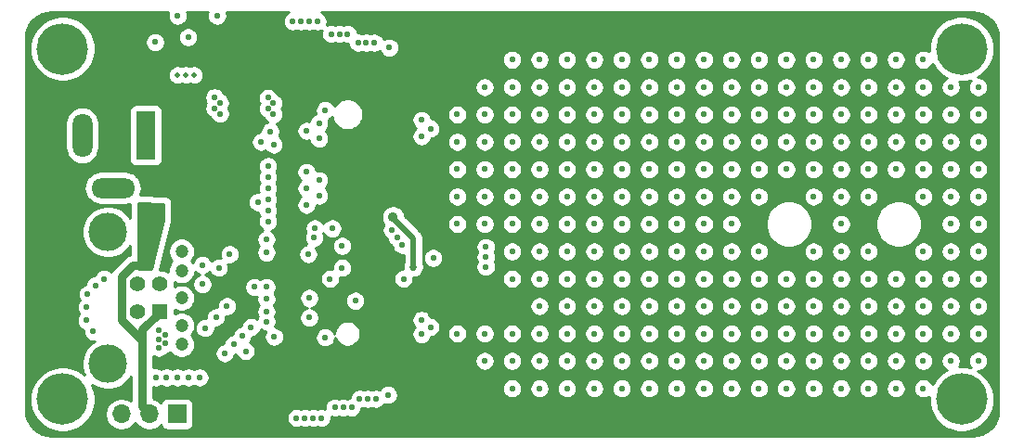
<source format=gbr>
G04 #@! TF.GenerationSoftware,KiCad,Pcbnew,(5.1.6-0-10_14)*
G04 #@! TF.CreationDate,2020-11-21T00:06:08+00:00*
G04 #@! TF.ProjectId,usb3-ngff-carrier,75736233-2d6e-4676-9666-2d6361727269,1*
G04 #@! TF.SameCoordinates,Original*
G04 #@! TF.FileFunction,Copper,L2,Inr*
G04 #@! TF.FilePolarity,Positive*
%FSLAX46Y46*%
G04 Gerber Fmt 4.6, Leading zero omitted, Abs format (unit mm)*
G04 Created by KiCad (PCBNEW (5.1.6-0-10_14)) date 2020-11-21 00:06:08*
%MOMM*%
%LPD*%
G01*
G04 APERTURE LIST*
G04 #@! TA.AperFunction,ViaPad*
%ADD10C,0.500000*%
G04 #@! TD*
G04 #@! TA.AperFunction,ViaPad*
%ADD11O,1.700000X1.700000*%
G04 #@! TD*
G04 #@! TA.AperFunction,ViaPad*
%ADD12R,1.700000X1.700000*%
G04 #@! TD*
G04 #@! TA.AperFunction,ViaPad*
%ADD13C,3.500000*%
G04 #@! TD*
G04 #@! TA.AperFunction,ViaPad*
%ADD14C,1.420000*%
G04 #@! TD*
G04 #@! TA.AperFunction,ViaPad*
%ADD15R,1.420000X1.420000*%
G04 #@! TD*
G04 #@! TA.AperFunction,ViaPad*
%ADD16C,1.200000*%
G04 #@! TD*
G04 #@! TA.AperFunction,ViaPad*
%ADD17R,1.800000X4.400000*%
G04 #@! TD*
G04 #@! TA.AperFunction,ViaPad*
%ADD18O,1.800000X4.000000*%
G04 #@! TD*
G04 #@! TA.AperFunction,ViaPad*
%ADD19O,4.000000X1.800000*%
G04 #@! TD*
G04 #@! TA.AperFunction,ViaPad*
%ADD20C,4.700000*%
G04 #@! TD*
G04 #@! TA.AperFunction,ViaPad*
%ADD21C,0.550000*%
G04 #@! TD*
G04 #@! TA.AperFunction,ViaPad*
%ADD22C,0.889000*%
G04 #@! TD*
G04 #@! TA.AperFunction,ViaPad*
%ADD23C,0.685800*%
G04 #@! TD*
G04 #@! TA.AperFunction,Conductor*
%ADD24C,0.762000*%
G04 #@! TD*
G04 #@! TA.AperFunction,Conductor*
%ADD25C,0.508000*%
G04 #@! TD*
G04 #@! TA.AperFunction,Conductor*
%ADD26C,0.254000*%
G04 #@! TD*
G04 APERTURE END LIST*
D10*
X14500000Y-6400000D03*
X15250000Y-6400000D03*
X16000000Y-6400000D03*
D11*
X9370000Y-37350000D03*
X11910000Y-37350000D03*
D12*
X14450000Y-37350000D03*
D13*
X8150000Y-20730000D03*
X8150000Y-32770000D03*
D14*
X10860000Y-25500000D03*
X10860000Y-28000000D03*
X12859999Y-25500000D03*
D15*
X12859999Y-28000000D03*
D16*
X14860000Y-22500000D03*
X14860000Y-24250000D03*
X14860000Y-31000000D03*
X14860000Y-29250000D03*
X14860000Y-26750000D03*
D17*
X11600000Y-11900000D03*
D18*
X5800000Y-11900000D03*
D19*
X8600000Y-16700000D03*
D20*
X4000000Y-36000000D03*
X86000000Y-36000000D03*
X86000000Y-4000000D03*
X4000000Y-4000000D03*
D21*
X22730000Y-8480000D03*
X23230000Y-8980000D03*
X22730000Y-9480000D03*
X23230000Y-9980000D03*
X17860000Y-8430000D03*
X18360000Y-9930000D03*
X18360000Y-8930000D03*
X17860000Y-9430000D03*
X45000000Y-22500000D03*
X45000000Y-30000000D03*
X45000000Y-25000000D03*
X42500000Y-30000000D03*
X47500000Y-7500000D03*
X50000000Y-7500000D03*
X52500000Y-7500000D03*
X55000000Y-7500000D03*
X57500000Y-7500000D03*
X60000000Y-7500000D03*
X62500000Y-7500000D03*
X65000000Y-7500000D03*
X67500000Y-7500000D03*
X70000000Y-7500000D03*
X72500000Y-7500000D03*
X75000000Y-7500000D03*
X77500000Y-7500000D03*
X80000000Y-7500000D03*
X82500000Y-7500000D03*
X85000000Y-7500000D03*
X87500000Y-7500000D03*
X87500000Y-10000000D03*
X85000000Y-10000000D03*
X87500000Y-32500000D03*
X87500000Y-30000000D03*
X87500000Y-27500000D03*
X87500000Y-25000000D03*
X87500000Y-22500000D03*
X87500000Y-20000000D03*
X87500000Y-20000000D03*
X87500000Y-15000000D03*
X87500000Y-17500000D03*
X87500000Y-12500000D03*
X85000000Y-12500000D03*
X82500000Y-10000000D03*
X82500000Y-12500000D03*
X80000000Y-10000000D03*
X80000000Y-12500000D03*
X77500000Y-10000000D03*
X77500000Y-12500000D03*
X75000000Y-10000000D03*
X75000000Y-12500000D03*
X72500000Y-10000000D03*
X72500000Y-12500000D03*
X70000000Y-10000000D03*
X70000000Y-10000000D03*
X67500000Y-10000000D03*
X67500000Y-12500000D03*
X70000000Y-12500000D03*
X65000000Y-12500000D03*
X65000000Y-10000000D03*
X62500000Y-10000000D03*
X62500000Y-12500000D03*
X60000000Y-12500000D03*
X57500000Y-10000000D03*
X60000000Y-10000000D03*
X57500000Y-12500000D03*
X55000000Y-12500000D03*
X55000000Y-10000000D03*
X52500000Y-10000000D03*
X52500000Y-12500000D03*
X50000000Y-12500000D03*
X50000000Y-10000000D03*
X47500000Y-10000000D03*
X47500000Y-12500000D03*
X45000000Y-12500000D03*
X45000000Y-10000000D03*
X45000000Y-15000000D03*
X45000000Y-17500000D03*
X45000000Y-17500000D03*
X45000000Y-20000000D03*
X47500000Y-32500000D03*
X47500000Y-30000000D03*
X47500000Y-27500000D03*
X47500000Y-25000000D03*
X47500000Y-22500000D03*
X47500000Y-20000000D03*
X47500000Y-17500000D03*
X47500000Y-15000000D03*
X50000000Y-15000000D03*
X50000000Y-17500000D03*
X50000000Y-20000000D03*
X50000000Y-22500000D03*
X52500000Y-17500000D03*
X52500000Y-15000000D03*
X52500000Y-20000000D03*
X52500000Y-22500000D03*
X55000000Y-15000000D03*
X55000000Y-17500000D03*
X55000000Y-20000000D03*
X55000000Y-22500000D03*
X57500000Y-15000000D03*
X57500000Y-17500000D03*
X57500000Y-20000000D03*
X60000000Y-15000000D03*
X60000000Y-17500000D03*
X62500000Y-15000000D03*
X62500000Y-17500000D03*
X65000000Y-15000000D03*
X65000000Y-17500000D03*
X67500000Y-15000000D03*
X70000000Y-15000000D03*
X72500000Y-15000000D03*
X75000000Y-15000000D03*
X77500000Y-15000000D03*
X80000000Y-15000000D03*
X82500000Y-15000000D03*
X85000000Y-15000000D03*
X85000000Y-17500000D03*
X75000000Y-17500000D03*
X75000000Y-20000000D03*
X75000000Y-22500000D03*
X77500000Y-25000000D03*
X75000000Y-25000000D03*
X80000000Y-25000000D03*
X82500000Y-25000000D03*
X85000000Y-25000000D03*
X85000000Y-22500000D03*
X85000000Y-20000000D03*
X72500000Y-25000000D03*
X70000000Y-25000000D03*
X67500000Y-25000000D03*
X65000000Y-25000000D03*
X65000000Y-22500000D03*
X65000000Y-20000000D03*
X85000000Y-27500000D03*
X82500000Y-27500000D03*
X85000000Y-30000000D03*
X82500000Y-30000000D03*
X85000000Y-32500000D03*
X82500000Y-32500000D03*
X82500000Y-35000000D03*
X82500000Y-5000000D03*
X80000000Y-5000000D03*
X77500000Y-5000000D03*
X75000000Y-5000000D03*
X72500000Y-5000000D03*
X70000000Y-5000000D03*
X67500000Y-5000000D03*
X65000000Y-5000000D03*
X62500000Y-5000000D03*
X60000000Y-5000000D03*
X57500000Y-5000000D03*
X55000000Y-5000000D03*
X52500000Y-5000000D03*
X50000000Y-5000000D03*
X50000000Y-35000000D03*
X50000000Y-32500000D03*
X50000000Y-30000000D03*
X50000000Y-27500000D03*
X50000000Y-25000000D03*
X52500000Y-25000000D03*
X55000000Y-25000000D03*
X57500000Y-25000000D03*
X57500000Y-22500000D03*
X60000000Y-22500000D03*
X60000000Y-20000000D03*
X62500000Y-20000000D03*
X62500000Y-22500000D03*
X60000000Y-25000000D03*
X62500000Y-25000000D03*
X52500000Y-27500000D03*
X55000000Y-27500000D03*
X57500000Y-27500000D03*
X47500000Y-5000000D03*
X45000000Y-7500000D03*
X42500000Y-10000000D03*
X42500000Y-12500000D03*
X42500000Y-15000000D03*
X42500000Y-17500000D03*
X47500000Y-35000000D03*
X52500000Y-35000000D03*
X52500000Y-32500000D03*
X52500000Y-30000000D03*
X55000000Y-30000000D03*
X55000000Y-32500000D03*
X55000000Y-35000000D03*
X57500000Y-35000000D03*
X57500000Y-32500000D03*
X57500000Y-30000000D03*
X60000000Y-30000000D03*
X60000000Y-30000000D03*
X60000000Y-32500000D03*
X60000000Y-35000000D03*
X62500000Y-35000000D03*
X62500000Y-32500000D03*
X62500000Y-30000000D03*
X60000000Y-27500000D03*
X62500000Y-27500000D03*
X65000000Y-27500000D03*
X67500000Y-27500000D03*
X70000000Y-27500000D03*
X65000000Y-30000000D03*
X67500000Y-30000000D03*
X70000000Y-30000000D03*
X65000000Y-32500000D03*
X67500000Y-32500000D03*
X70000000Y-32500000D03*
X70000000Y-35000000D03*
X67500000Y-35000000D03*
X65000000Y-35000000D03*
X72500000Y-27500000D03*
X80000000Y-27500000D03*
X77500000Y-27500000D03*
X75000000Y-27500000D03*
X72500000Y-30000000D03*
X75000000Y-30000000D03*
X77500000Y-30000000D03*
X80000000Y-30000000D03*
X80000000Y-32500000D03*
X77500000Y-32500000D03*
X72500000Y-32500000D03*
X75000000Y-32500000D03*
X72500000Y-35000000D03*
X75000000Y-35000000D03*
X77500000Y-35000000D03*
X80000000Y-35000000D03*
X12500000Y-34000000D03*
X13500000Y-34000000D03*
X14500000Y-34000000D03*
X15500000Y-34000000D03*
X16500000Y-34000000D03*
X25000000Y-1500000D03*
X27250000Y-1500000D03*
X25750000Y-1500000D03*
X26500000Y-1500000D03*
X28500000Y-2650000D03*
X31700000Y-3450000D03*
X32450000Y-3450000D03*
X29250000Y-2650000D03*
X30000000Y-2650000D03*
X30950000Y-3450000D03*
X26850000Y-37700000D03*
X27600000Y-37700000D03*
X25350000Y-37700000D03*
X26100000Y-37700000D03*
X28850000Y-36750000D03*
X29600000Y-36750000D03*
X30350000Y-36750000D03*
X31100000Y-35950000D03*
X31850000Y-35950000D03*
X32600000Y-35950000D03*
X23300000Y-30300000D03*
X22600000Y-28900000D03*
X26500000Y-28550000D03*
X26250000Y-15250000D03*
X26250000Y-16750000D03*
X26250000Y-18250000D03*
X22750000Y-19750000D03*
X36750000Y-10500000D03*
X36750000Y-12000000D03*
X36750000Y-28750000D03*
X36750000Y-30050000D03*
X33800000Y-3900000D03*
X33700000Y-35600000D03*
X18100000Y-1000000D03*
X14500000Y-1000000D03*
X26500000Y-26750000D03*
X13400000Y-30100000D03*
X13400000Y-30900000D03*
X12800000Y-31300000D03*
X12800000Y-30500000D03*
X12800000Y-29700000D03*
X26400000Y-22750000D03*
X37550000Y-29400000D03*
X37550000Y-11300000D03*
X27950000Y-9600000D03*
X27950000Y-30350000D03*
X17000000Y-29500000D03*
X18000000Y-28500000D03*
X19000000Y-27500000D03*
X22750000Y-18750000D03*
X22750000Y-17750000D03*
X22750000Y-16750000D03*
X22750000Y-15750000D03*
X22750000Y-14700000D03*
X22100000Y-12500000D03*
X22950000Y-11550000D03*
X21500000Y-25750000D03*
X22600000Y-25750000D03*
X28600000Y-20400000D03*
X7800000Y-25000000D03*
X7000000Y-25600000D03*
X6300000Y-26400000D03*
X6200000Y-27600000D03*
X6200000Y-28800000D03*
X6800000Y-29800000D03*
X18800000Y-31800000D03*
X19600000Y-31000000D03*
X20400000Y-30200000D03*
X21200000Y-29400000D03*
X29500000Y-22000000D03*
X29500000Y-24000000D03*
X16750000Y-23750000D03*
X16750000Y-25500000D03*
X19250000Y-22750000D03*
X18250000Y-24000000D03*
X27400000Y-16000000D03*
X27400000Y-17400000D03*
X27400000Y-12200000D03*
X27400000Y-10800000D03*
X26250000Y-11500000D03*
X35100000Y-25000000D03*
X42600000Y-22100000D03*
X42600000Y-23900000D03*
X42600000Y-23000000D03*
X37800000Y-23100000D03*
X40000000Y-17500000D03*
X40000000Y-15000000D03*
X40000000Y-12500000D03*
X40000000Y-10000000D03*
X42500000Y-7500000D03*
X45000000Y-5000000D03*
X40000000Y-20000000D03*
X42500000Y-20000000D03*
X40000000Y-30000000D03*
X42500000Y-32500000D03*
X45000000Y-32500000D03*
X45000000Y-35000000D03*
X67500000Y-17500000D03*
X72500000Y-17500000D03*
X72500000Y-22500000D03*
X67500000Y-22500000D03*
X77500000Y-17500000D03*
X82500000Y-17500000D03*
X82500000Y-22500000D03*
X77500000Y-22500000D03*
X12700000Y-18700000D03*
X11200000Y-19200000D03*
X11700000Y-18700000D03*
X12200000Y-20200000D03*
X11200000Y-20200000D03*
X12200000Y-19200000D03*
X11700000Y-19700000D03*
X12700000Y-19700000D03*
X22600000Y-28000000D03*
X20700000Y-31600000D03*
X30700000Y-27000000D03*
X34950000Y-21900000D03*
X34500000Y-21200000D03*
X34050000Y-20550000D03*
D22*
X34150000Y-19350000D03*
D23*
X36000000Y-23900000D03*
D21*
X22600000Y-26850000D03*
X28400000Y-25000000D03*
X22600000Y-22600000D03*
X22600000Y-21400000D03*
X26950000Y-21250000D03*
X27000000Y-20400000D03*
X23250000Y-12750000D03*
X21800000Y-18000000D03*
X22700000Y-5690000D03*
X23700000Y-6690000D03*
X23200000Y-7190000D03*
X23200000Y-6190000D03*
X22700000Y-6690000D03*
X24200000Y-6190000D03*
X23700000Y-5690000D03*
X24200000Y-7190000D03*
X24200000Y-32300000D03*
X24200000Y-33300000D03*
X22650000Y-33800000D03*
X22650000Y-32800000D03*
X22650000Y-31800000D03*
X23150000Y-32300000D03*
X23150000Y-33300000D03*
X23650000Y-33800000D03*
X23650000Y-32800000D03*
X23650000Y-31800000D03*
X16300000Y-1000000D03*
X17200000Y-38075000D03*
X21925000Y-38200000D03*
X37550000Y-28250000D03*
X15450000Y-2950000D03*
X12450000Y-3400000D03*
D24*
X12850000Y-28050000D02*
X11250000Y-29650000D01*
X11250000Y-36650000D02*
X12000000Y-37400000D01*
X11250000Y-29650000D02*
X11250000Y-36650000D01*
X10400000Y-23800000D02*
X11600000Y-23800000D01*
X9400000Y-24800000D02*
X10400000Y-23800000D01*
X9400000Y-28750000D02*
X9400000Y-24800000D01*
X11250000Y-30600000D02*
X9400000Y-28750000D01*
D25*
X34150000Y-19450000D02*
X34150000Y-19350000D01*
X36000000Y-21300000D02*
X34150000Y-19450000D01*
X36000000Y-23900000D02*
X36000000Y-21300000D01*
D26*
G36*
X13624971Y-734563D02*
G01*
X13590000Y-910373D01*
X13590000Y-1089627D01*
X13624971Y-1265437D01*
X13693569Y-1431047D01*
X13793157Y-1580091D01*
X13919909Y-1706843D01*
X14068953Y-1806431D01*
X14234563Y-1875029D01*
X14410373Y-1910000D01*
X14589627Y-1910000D01*
X14765437Y-1875029D01*
X14931047Y-1806431D01*
X15080091Y-1706843D01*
X15206843Y-1580091D01*
X15306431Y-1431047D01*
X15375029Y-1265437D01*
X15410000Y-1089627D01*
X15410000Y-910373D01*
X15375029Y-734563D01*
X15341679Y-654050D01*
X17258321Y-654050D01*
X17224971Y-734563D01*
X17190000Y-910373D01*
X17190000Y-1089627D01*
X17224971Y-1265437D01*
X17293569Y-1431047D01*
X17393157Y-1580091D01*
X17519909Y-1706843D01*
X17668953Y-1806431D01*
X17834563Y-1875029D01*
X18010373Y-1910000D01*
X18189627Y-1910000D01*
X18365437Y-1875029D01*
X18531047Y-1806431D01*
X18680091Y-1706843D01*
X18806843Y-1580091D01*
X18906431Y-1431047D01*
X18975029Y-1265437D01*
X19010000Y-1089627D01*
X19010000Y-910373D01*
X18975029Y-734563D01*
X18941679Y-654050D01*
X24664360Y-654050D01*
X24568953Y-693569D01*
X24419909Y-793157D01*
X24293157Y-919909D01*
X24193569Y-1068953D01*
X24124971Y-1234563D01*
X24090000Y-1410373D01*
X24090000Y-1589627D01*
X24124971Y-1765437D01*
X24193569Y-1931047D01*
X24293157Y-2080091D01*
X24419909Y-2206843D01*
X24568953Y-2306431D01*
X24734563Y-2375029D01*
X24910373Y-2410000D01*
X25089627Y-2410000D01*
X25265437Y-2375029D01*
X25375000Y-2329646D01*
X25484563Y-2375029D01*
X25660373Y-2410000D01*
X25839627Y-2410000D01*
X26015437Y-2375029D01*
X26125000Y-2329646D01*
X26234563Y-2375029D01*
X26410373Y-2410000D01*
X26589627Y-2410000D01*
X26765437Y-2375029D01*
X26875000Y-2329646D01*
X26984563Y-2375029D01*
X27160373Y-2410000D01*
X27339627Y-2410000D01*
X27515437Y-2375029D01*
X27652423Y-2318287D01*
X27624971Y-2384563D01*
X27590000Y-2560373D01*
X27590000Y-2739627D01*
X27624971Y-2915437D01*
X27693569Y-3081047D01*
X27793157Y-3230091D01*
X27919909Y-3356843D01*
X28068953Y-3456431D01*
X28234563Y-3525029D01*
X28410373Y-3560000D01*
X28589627Y-3560000D01*
X28765437Y-3525029D01*
X28875000Y-3479646D01*
X28984563Y-3525029D01*
X29160373Y-3560000D01*
X29339627Y-3560000D01*
X29515437Y-3525029D01*
X29625000Y-3479646D01*
X29734563Y-3525029D01*
X29910373Y-3560000D01*
X30044052Y-3560000D01*
X30074971Y-3715437D01*
X30143569Y-3881047D01*
X30243157Y-4030091D01*
X30369909Y-4156843D01*
X30518953Y-4256431D01*
X30684563Y-4325029D01*
X30860373Y-4360000D01*
X31039627Y-4360000D01*
X31215437Y-4325029D01*
X31325000Y-4279646D01*
X31434563Y-4325029D01*
X31610373Y-4360000D01*
X31789627Y-4360000D01*
X31965437Y-4325029D01*
X32075000Y-4279646D01*
X32184563Y-4325029D01*
X32360373Y-4360000D01*
X32539627Y-4360000D01*
X32715437Y-4325029D01*
X32881047Y-4256431D01*
X32944970Y-4213719D01*
X32993569Y-4331047D01*
X33093157Y-4480091D01*
X33219909Y-4606843D01*
X33368953Y-4706431D01*
X33534563Y-4775029D01*
X33710373Y-4810000D01*
X33889627Y-4810000D01*
X34065437Y-4775029D01*
X34231047Y-4706431D01*
X34380091Y-4606843D01*
X34506843Y-4480091D01*
X34606431Y-4331047D01*
X34675029Y-4165437D01*
X34710000Y-3989627D01*
X34710000Y-3810373D01*
X34675029Y-3634563D01*
X34606431Y-3468953D01*
X34506843Y-3319909D01*
X34380091Y-3193157D01*
X34231047Y-3093569D01*
X34065437Y-3024971D01*
X33889627Y-2990000D01*
X33710373Y-2990000D01*
X33534563Y-3024971D01*
X33368953Y-3093569D01*
X33305030Y-3136281D01*
X33256431Y-3018953D01*
X33156843Y-2869909D01*
X33030091Y-2743157D01*
X32881047Y-2643569D01*
X32715437Y-2574971D01*
X32539627Y-2540000D01*
X32360373Y-2540000D01*
X32184563Y-2574971D01*
X32075000Y-2620354D01*
X31965437Y-2574971D01*
X31789627Y-2540000D01*
X31610373Y-2540000D01*
X31434563Y-2574971D01*
X31325000Y-2620354D01*
X31215437Y-2574971D01*
X31039627Y-2540000D01*
X30905948Y-2540000D01*
X30875029Y-2384563D01*
X30806431Y-2218953D01*
X30706843Y-2069909D01*
X30580091Y-1943157D01*
X30431047Y-1843569D01*
X30265437Y-1774971D01*
X30089627Y-1740000D01*
X29910373Y-1740000D01*
X29734563Y-1774971D01*
X29625000Y-1820354D01*
X29515437Y-1774971D01*
X29339627Y-1740000D01*
X29160373Y-1740000D01*
X28984563Y-1774971D01*
X28875000Y-1820354D01*
X28765437Y-1774971D01*
X28589627Y-1740000D01*
X28410373Y-1740000D01*
X28234563Y-1774971D01*
X28097577Y-1831713D01*
X28125029Y-1765437D01*
X28160000Y-1589627D01*
X28160000Y-1410373D01*
X28125029Y-1234563D01*
X28056431Y-1068953D01*
X27956843Y-919909D01*
X27830091Y-793157D01*
X27681047Y-693569D01*
X27585640Y-654050D01*
X86968015Y-654050D01*
X87455052Y-701805D01*
X87892779Y-833962D01*
X88296493Y-1048620D01*
X88650827Y-1337608D01*
X88942279Y-1689913D01*
X89159752Y-2092122D01*
X89294962Y-2528910D01*
X89345950Y-3014027D01*
X89345951Y-36968006D01*
X89298195Y-37455052D01*
X89166039Y-37892777D01*
X88951380Y-38296494D01*
X88662392Y-38650827D01*
X88310084Y-38942282D01*
X87907877Y-39159753D01*
X87471085Y-39294963D01*
X86985972Y-39345950D01*
X3031984Y-39345950D01*
X2544948Y-39298195D01*
X2107223Y-39166039D01*
X1703506Y-38951380D01*
X1349173Y-38662392D01*
X1057718Y-38310084D01*
X840247Y-37907877D01*
X705037Y-37471085D01*
X654050Y-36985972D01*
X654050Y-35706003D01*
X1015000Y-35706003D01*
X1015000Y-36293997D01*
X1129712Y-36870692D01*
X1354727Y-37413928D01*
X1681399Y-37902826D01*
X2097174Y-38318601D01*
X2586072Y-38645273D01*
X3129308Y-38870288D01*
X3706003Y-38985000D01*
X4293997Y-38985000D01*
X4870692Y-38870288D01*
X5413928Y-38645273D01*
X5902826Y-38318601D01*
X6318601Y-37902826D01*
X6645273Y-37413928D01*
X6870288Y-36870692D01*
X6985000Y-36293997D01*
X6985000Y-35706003D01*
X6870288Y-35129308D01*
X6672143Y-34650942D01*
X7020279Y-34883560D01*
X7454321Y-35063346D01*
X7915098Y-35155000D01*
X8384902Y-35155000D01*
X8845679Y-35063346D01*
X9279721Y-34883560D01*
X9670349Y-34622550D01*
X10002550Y-34290349D01*
X10234001Y-33943960D01*
X10234001Y-36141313D01*
X10073411Y-36034010D01*
X9803158Y-35922068D01*
X9516260Y-35865000D01*
X9223740Y-35865000D01*
X8936842Y-35922068D01*
X8666589Y-36034010D01*
X8423368Y-36196525D01*
X8216525Y-36403368D01*
X8054010Y-36646589D01*
X7942068Y-36916842D01*
X7885000Y-37203740D01*
X7885000Y-37496260D01*
X7942068Y-37783158D01*
X8054010Y-38053411D01*
X8216525Y-38296632D01*
X8423368Y-38503475D01*
X8666589Y-38665990D01*
X8936842Y-38777932D01*
X9223740Y-38835000D01*
X9516260Y-38835000D01*
X9803158Y-38777932D01*
X10073411Y-38665990D01*
X10316632Y-38503475D01*
X10523475Y-38296632D01*
X10640000Y-38122240D01*
X10756525Y-38296632D01*
X10963368Y-38503475D01*
X11206589Y-38665990D01*
X11476842Y-38777932D01*
X11763740Y-38835000D01*
X12056260Y-38835000D01*
X12343158Y-38777932D01*
X12613411Y-38665990D01*
X12856632Y-38503475D01*
X12988487Y-38371620D01*
X13010498Y-38444180D01*
X13069463Y-38554494D01*
X13148815Y-38651185D01*
X13245506Y-38730537D01*
X13355820Y-38789502D01*
X13475518Y-38825812D01*
X13600000Y-38838072D01*
X15300000Y-38838072D01*
X15424482Y-38825812D01*
X15544180Y-38789502D01*
X15654494Y-38730537D01*
X15751185Y-38651185D01*
X15830537Y-38554494D01*
X15889502Y-38444180D01*
X15925812Y-38324482D01*
X15938072Y-38200000D01*
X15938072Y-37610373D01*
X24440000Y-37610373D01*
X24440000Y-37789627D01*
X24474971Y-37965437D01*
X24543569Y-38131047D01*
X24643157Y-38280091D01*
X24769909Y-38406843D01*
X24918953Y-38506431D01*
X25084563Y-38575029D01*
X25260373Y-38610000D01*
X25439627Y-38610000D01*
X25615437Y-38575029D01*
X25725000Y-38529646D01*
X25834563Y-38575029D01*
X26010373Y-38610000D01*
X26189627Y-38610000D01*
X26365437Y-38575029D01*
X26475000Y-38529646D01*
X26584563Y-38575029D01*
X26760373Y-38610000D01*
X26939627Y-38610000D01*
X27115437Y-38575029D01*
X27225000Y-38529646D01*
X27334563Y-38575029D01*
X27510373Y-38610000D01*
X27689627Y-38610000D01*
X27865437Y-38575029D01*
X28031047Y-38506431D01*
X28180091Y-38406843D01*
X28306843Y-38280091D01*
X28406431Y-38131047D01*
X28475029Y-37965437D01*
X28510000Y-37789627D01*
X28510000Y-37610373D01*
X28506482Y-37592687D01*
X28584563Y-37625029D01*
X28760373Y-37660000D01*
X28939627Y-37660000D01*
X29115437Y-37625029D01*
X29225000Y-37579646D01*
X29334563Y-37625029D01*
X29510373Y-37660000D01*
X29689627Y-37660000D01*
X29865437Y-37625029D01*
X29975000Y-37579646D01*
X30084563Y-37625029D01*
X30260373Y-37660000D01*
X30439627Y-37660000D01*
X30615437Y-37625029D01*
X30781047Y-37556431D01*
X30930091Y-37456843D01*
X31056843Y-37330091D01*
X31156431Y-37181047D01*
X31225029Y-37015437D01*
X31258680Y-36846264D01*
X31365437Y-36825029D01*
X31475000Y-36779646D01*
X31584563Y-36825029D01*
X31760373Y-36860000D01*
X31939627Y-36860000D01*
X32115437Y-36825029D01*
X32225000Y-36779646D01*
X32334563Y-36825029D01*
X32510373Y-36860000D01*
X32689627Y-36860000D01*
X32865437Y-36825029D01*
X33031047Y-36756431D01*
X33180091Y-36656843D01*
X33306843Y-36530091D01*
X33363345Y-36445530D01*
X33434563Y-36475029D01*
X33610373Y-36510000D01*
X33789627Y-36510000D01*
X33965437Y-36475029D01*
X34131047Y-36406431D01*
X34280091Y-36306843D01*
X34406843Y-36180091D01*
X34506431Y-36031047D01*
X34575029Y-35865437D01*
X34610000Y-35689627D01*
X34610000Y-35510373D01*
X34575029Y-35334563D01*
X34506431Y-35168953D01*
X34406843Y-35019909D01*
X34297307Y-34910373D01*
X44090000Y-34910373D01*
X44090000Y-35089627D01*
X44124971Y-35265437D01*
X44193569Y-35431047D01*
X44293157Y-35580091D01*
X44419909Y-35706843D01*
X44568953Y-35806431D01*
X44734563Y-35875029D01*
X44910373Y-35910000D01*
X45089627Y-35910000D01*
X45265437Y-35875029D01*
X45431047Y-35806431D01*
X45580091Y-35706843D01*
X45706843Y-35580091D01*
X45806431Y-35431047D01*
X45875029Y-35265437D01*
X45910000Y-35089627D01*
X45910000Y-34910373D01*
X46590000Y-34910373D01*
X46590000Y-35089627D01*
X46624971Y-35265437D01*
X46693569Y-35431047D01*
X46793157Y-35580091D01*
X46919909Y-35706843D01*
X47068953Y-35806431D01*
X47234563Y-35875029D01*
X47410373Y-35910000D01*
X47589627Y-35910000D01*
X47765437Y-35875029D01*
X47931047Y-35806431D01*
X48080091Y-35706843D01*
X48206843Y-35580091D01*
X48306431Y-35431047D01*
X48375029Y-35265437D01*
X48410000Y-35089627D01*
X48410000Y-34910373D01*
X49090000Y-34910373D01*
X49090000Y-35089627D01*
X49124971Y-35265437D01*
X49193569Y-35431047D01*
X49293157Y-35580091D01*
X49419909Y-35706843D01*
X49568953Y-35806431D01*
X49734563Y-35875029D01*
X49910373Y-35910000D01*
X50089627Y-35910000D01*
X50265437Y-35875029D01*
X50431047Y-35806431D01*
X50580091Y-35706843D01*
X50706843Y-35580091D01*
X50806431Y-35431047D01*
X50875029Y-35265437D01*
X50910000Y-35089627D01*
X50910000Y-34910373D01*
X51590000Y-34910373D01*
X51590000Y-35089627D01*
X51624971Y-35265437D01*
X51693569Y-35431047D01*
X51793157Y-35580091D01*
X51919909Y-35706843D01*
X52068953Y-35806431D01*
X52234563Y-35875029D01*
X52410373Y-35910000D01*
X52589627Y-35910000D01*
X52765437Y-35875029D01*
X52931047Y-35806431D01*
X53080091Y-35706843D01*
X53206843Y-35580091D01*
X53306431Y-35431047D01*
X53375029Y-35265437D01*
X53410000Y-35089627D01*
X53410000Y-34910373D01*
X54090000Y-34910373D01*
X54090000Y-35089627D01*
X54124971Y-35265437D01*
X54193569Y-35431047D01*
X54293157Y-35580091D01*
X54419909Y-35706843D01*
X54568953Y-35806431D01*
X54734563Y-35875029D01*
X54910373Y-35910000D01*
X55089627Y-35910000D01*
X55265437Y-35875029D01*
X55431047Y-35806431D01*
X55580091Y-35706843D01*
X55706843Y-35580091D01*
X55806431Y-35431047D01*
X55875029Y-35265437D01*
X55910000Y-35089627D01*
X55910000Y-34910373D01*
X56590000Y-34910373D01*
X56590000Y-35089627D01*
X56624971Y-35265437D01*
X56693569Y-35431047D01*
X56793157Y-35580091D01*
X56919909Y-35706843D01*
X57068953Y-35806431D01*
X57234563Y-35875029D01*
X57410373Y-35910000D01*
X57589627Y-35910000D01*
X57765437Y-35875029D01*
X57931047Y-35806431D01*
X58080091Y-35706843D01*
X58206843Y-35580091D01*
X58306431Y-35431047D01*
X58375029Y-35265437D01*
X58410000Y-35089627D01*
X58410000Y-34910373D01*
X59090000Y-34910373D01*
X59090000Y-35089627D01*
X59124971Y-35265437D01*
X59193569Y-35431047D01*
X59293157Y-35580091D01*
X59419909Y-35706843D01*
X59568953Y-35806431D01*
X59734563Y-35875029D01*
X59910373Y-35910000D01*
X60089627Y-35910000D01*
X60265437Y-35875029D01*
X60431047Y-35806431D01*
X60580091Y-35706843D01*
X60706843Y-35580091D01*
X60806431Y-35431047D01*
X60875029Y-35265437D01*
X60910000Y-35089627D01*
X60910000Y-34910373D01*
X61590000Y-34910373D01*
X61590000Y-35089627D01*
X61624971Y-35265437D01*
X61693569Y-35431047D01*
X61793157Y-35580091D01*
X61919909Y-35706843D01*
X62068953Y-35806431D01*
X62234563Y-35875029D01*
X62410373Y-35910000D01*
X62589627Y-35910000D01*
X62765437Y-35875029D01*
X62931047Y-35806431D01*
X63080091Y-35706843D01*
X63206843Y-35580091D01*
X63306431Y-35431047D01*
X63375029Y-35265437D01*
X63410000Y-35089627D01*
X63410000Y-34910373D01*
X64090000Y-34910373D01*
X64090000Y-35089627D01*
X64124971Y-35265437D01*
X64193569Y-35431047D01*
X64293157Y-35580091D01*
X64419909Y-35706843D01*
X64568953Y-35806431D01*
X64734563Y-35875029D01*
X64910373Y-35910000D01*
X65089627Y-35910000D01*
X65265437Y-35875029D01*
X65431047Y-35806431D01*
X65580091Y-35706843D01*
X65706843Y-35580091D01*
X65806431Y-35431047D01*
X65875029Y-35265437D01*
X65910000Y-35089627D01*
X65910000Y-34910373D01*
X66590000Y-34910373D01*
X66590000Y-35089627D01*
X66624971Y-35265437D01*
X66693569Y-35431047D01*
X66793157Y-35580091D01*
X66919909Y-35706843D01*
X67068953Y-35806431D01*
X67234563Y-35875029D01*
X67410373Y-35910000D01*
X67589627Y-35910000D01*
X67765437Y-35875029D01*
X67931047Y-35806431D01*
X68080091Y-35706843D01*
X68206843Y-35580091D01*
X68306431Y-35431047D01*
X68375029Y-35265437D01*
X68410000Y-35089627D01*
X68410000Y-34910373D01*
X69090000Y-34910373D01*
X69090000Y-35089627D01*
X69124971Y-35265437D01*
X69193569Y-35431047D01*
X69293157Y-35580091D01*
X69419909Y-35706843D01*
X69568953Y-35806431D01*
X69734563Y-35875029D01*
X69910373Y-35910000D01*
X70089627Y-35910000D01*
X70265437Y-35875029D01*
X70431047Y-35806431D01*
X70580091Y-35706843D01*
X70706843Y-35580091D01*
X70806431Y-35431047D01*
X70875029Y-35265437D01*
X70910000Y-35089627D01*
X70910000Y-34910373D01*
X71590000Y-34910373D01*
X71590000Y-35089627D01*
X71624971Y-35265437D01*
X71693569Y-35431047D01*
X71793157Y-35580091D01*
X71919909Y-35706843D01*
X72068953Y-35806431D01*
X72234563Y-35875029D01*
X72410373Y-35910000D01*
X72589627Y-35910000D01*
X72765437Y-35875029D01*
X72931047Y-35806431D01*
X73080091Y-35706843D01*
X73206843Y-35580091D01*
X73306431Y-35431047D01*
X73375029Y-35265437D01*
X73410000Y-35089627D01*
X73410000Y-34910373D01*
X74090000Y-34910373D01*
X74090000Y-35089627D01*
X74124971Y-35265437D01*
X74193569Y-35431047D01*
X74293157Y-35580091D01*
X74419909Y-35706843D01*
X74568953Y-35806431D01*
X74734563Y-35875029D01*
X74910373Y-35910000D01*
X75089627Y-35910000D01*
X75265437Y-35875029D01*
X75431047Y-35806431D01*
X75580091Y-35706843D01*
X75706843Y-35580091D01*
X75806431Y-35431047D01*
X75875029Y-35265437D01*
X75910000Y-35089627D01*
X75910000Y-34910373D01*
X76590000Y-34910373D01*
X76590000Y-35089627D01*
X76624971Y-35265437D01*
X76693569Y-35431047D01*
X76793157Y-35580091D01*
X76919909Y-35706843D01*
X77068953Y-35806431D01*
X77234563Y-35875029D01*
X77410373Y-35910000D01*
X77589627Y-35910000D01*
X77765437Y-35875029D01*
X77931047Y-35806431D01*
X78080091Y-35706843D01*
X78206843Y-35580091D01*
X78306431Y-35431047D01*
X78375029Y-35265437D01*
X78410000Y-35089627D01*
X78410000Y-34910373D01*
X79090000Y-34910373D01*
X79090000Y-35089627D01*
X79124971Y-35265437D01*
X79193569Y-35431047D01*
X79293157Y-35580091D01*
X79419909Y-35706843D01*
X79568953Y-35806431D01*
X79734563Y-35875029D01*
X79910373Y-35910000D01*
X80089627Y-35910000D01*
X80265437Y-35875029D01*
X80431047Y-35806431D01*
X80580091Y-35706843D01*
X80706843Y-35580091D01*
X80806431Y-35431047D01*
X80875029Y-35265437D01*
X80910000Y-35089627D01*
X80910000Y-34910373D01*
X81590000Y-34910373D01*
X81590000Y-35089627D01*
X81624971Y-35265437D01*
X81693569Y-35431047D01*
X81793157Y-35580091D01*
X81919909Y-35706843D01*
X82068953Y-35806431D01*
X82234563Y-35875029D01*
X82410373Y-35910000D01*
X82589627Y-35910000D01*
X82765437Y-35875029D01*
X82931047Y-35806431D01*
X83015000Y-35750335D01*
X83015000Y-36293997D01*
X83129712Y-36870692D01*
X83354727Y-37413928D01*
X83681399Y-37902826D01*
X84097174Y-38318601D01*
X84586072Y-38645273D01*
X85129308Y-38870288D01*
X85706003Y-38985000D01*
X86293997Y-38985000D01*
X86870692Y-38870288D01*
X87413928Y-38645273D01*
X87902826Y-38318601D01*
X88318601Y-37902826D01*
X88645273Y-37413928D01*
X88870288Y-36870692D01*
X88985000Y-36293997D01*
X88985000Y-35706003D01*
X88870288Y-35129308D01*
X88645273Y-34586072D01*
X88318601Y-34097174D01*
X87902826Y-33681399D01*
X87496650Y-33410000D01*
X87589627Y-33410000D01*
X87765437Y-33375029D01*
X87931047Y-33306431D01*
X88080091Y-33206843D01*
X88206843Y-33080091D01*
X88306431Y-32931047D01*
X88375029Y-32765437D01*
X88410000Y-32589627D01*
X88410000Y-32410373D01*
X88375029Y-32234563D01*
X88306431Y-32068953D01*
X88206843Y-31919909D01*
X88080091Y-31793157D01*
X87931047Y-31693569D01*
X87765437Y-31624971D01*
X87589627Y-31590000D01*
X87410373Y-31590000D01*
X87234563Y-31624971D01*
X87068953Y-31693569D01*
X86919909Y-31793157D01*
X86793157Y-31919909D01*
X86693569Y-32068953D01*
X86624971Y-32234563D01*
X86590000Y-32410373D01*
X86590000Y-32589627D01*
X86624971Y-32765437D01*
X86693569Y-32931047D01*
X86793157Y-33080091D01*
X86835847Y-33122781D01*
X86293997Y-33015000D01*
X85750335Y-33015000D01*
X85806431Y-32931047D01*
X85875029Y-32765437D01*
X85910000Y-32589627D01*
X85910000Y-32410373D01*
X85875029Y-32234563D01*
X85806431Y-32068953D01*
X85706843Y-31919909D01*
X85580091Y-31793157D01*
X85431047Y-31693569D01*
X85265437Y-31624971D01*
X85089627Y-31590000D01*
X84910373Y-31590000D01*
X84734563Y-31624971D01*
X84568953Y-31693569D01*
X84419909Y-31793157D01*
X84293157Y-31919909D01*
X84193569Y-32068953D01*
X84124971Y-32234563D01*
X84090000Y-32410373D01*
X84090000Y-32589627D01*
X84124971Y-32765437D01*
X84193569Y-32931047D01*
X84293157Y-33080091D01*
X84419909Y-33206843D01*
X84568953Y-33306431D01*
X84635811Y-33334125D01*
X84586072Y-33354727D01*
X84097174Y-33681399D01*
X83681399Y-34097174D01*
X83354727Y-34586072D01*
X83334125Y-34635811D01*
X83306431Y-34568953D01*
X83206843Y-34419909D01*
X83080091Y-34293157D01*
X82931047Y-34193569D01*
X82765437Y-34124971D01*
X82589627Y-34090000D01*
X82410373Y-34090000D01*
X82234563Y-34124971D01*
X82068953Y-34193569D01*
X81919909Y-34293157D01*
X81793157Y-34419909D01*
X81693569Y-34568953D01*
X81624971Y-34734563D01*
X81590000Y-34910373D01*
X80910000Y-34910373D01*
X80875029Y-34734563D01*
X80806431Y-34568953D01*
X80706843Y-34419909D01*
X80580091Y-34293157D01*
X80431047Y-34193569D01*
X80265437Y-34124971D01*
X80089627Y-34090000D01*
X79910373Y-34090000D01*
X79734563Y-34124971D01*
X79568953Y-34193569D01*
X79419909Y-34293157D01*
X79293157Y-34419909D01*
X79193569Y-34568953D01*
X79124971Y-34734563D01*
X79090000Y-34910373D01*
X78410000Y-34910373D01*
X78375029Y-34734563D01*
X78306431Y-34568953D01*
X78206843Y-34419909D01*
X78080091Y-34293157D01*
X77931047Y-34193569D01*
X77765437Y-34124971D01*
X77589627Y-34090000D01*
X77410373Y-34090000D01*
X77234563Y-34124971D01*
X77068953Y-34193569D01*
X76919909Y-34293157D01*
X76793157Y-34419909D01*
X76693569Y-34568953D01*
X76624971Y-34734563D01*
X76590000Y-34910373D01*
X75910000Y-34910373D01*
X75875029Y-34734563D01*
X75806431Y-34568953D01*
X75706843Y-34419909D01*
X75580091Y-34293157D01*
X75431047Y-34193569D01*
X75265437Y-34124971D01*
X75089627Y-34090000D01*
X74910373Y-34090000D01*
X74734563Y-34124971D01*
X74568953Y-34193569D01*
X74419909Y-34293157D01*
X74293157Y-34419909D01*
X74193569Y-34568953D01*
X74124971Y-34734563D01*
X74090000Y-34910373D01*
X73410000Y-34910373D01*
X73375029Y-34734563D01*
X73306431Y-34568953D01*
X73206843Y-34419909D01*
X73080091Y-34293157D01*
X72931047Y-34193569D01*
X72765437Y-34124971D01*
X72589627Y-34090000D01*
X72410373Y-34090000D01*
X72234563Y-34124971D01*
X72068953Y-34193569D01*
X71919909Y-34293157D01*
X71793157Y-34419909D01*
X71693569Y-34568953D01*
X71624971Y-34734563D01*
X71590000Y-34910373D01*
X70910000Y-34910373D01*
X70875029Y-34734563D01*
X70806431Y-34568953D01*
X70706843Y-34419909D01*
X70580091Y-34293157D01*
X70431047Y-34193569D01*
X70265437Y-34124971D01*
X70089627Y-34090000D01*
X69910373Y-34090000D01*
X69734563Y-34124971D01*
X69568953Y-34193569D01*
X69419909Y-34293157D01*
X69293157Y-34419909D01*
X69193569Y-34568953D01*
X69124971Y-34734563D01*
X69090000Y-34910373D01*
X68410000Y-34910373D01*
X68375029Y-34734563D01*
X68306431Y-34568953D01*
X68206843Y-34419909D01*
X68080091Y-34293157D01*
X67931047Y-34193569D01*
X67765437Y-34124971D01*
X67589627Y-34090000D01*
X67410373Y-34090000D01*
X67234563Y-34124971D01*
X67068953Y-34193569D01*
X66919909Y-34293157D01*
X66793157Y-34419909D01*
X66693569Y-34568953D01*
X66624971Y-34734563D01*
X66590000Y-34910373D01*
X65910000Y-34910373D01*
X65875029Y-34734563D01*
X65806431Y-34568953D01*
X65706843Y-34419909D01*
X65580091Y-34293157D01*
X65431047Y-34193569D01*
X65265437Y-34124971D01*
X65089627Y-34090000D01*
X64910373Y-34090000D01*
X64734563Y-34124971D01*
X64568953Y-34193569D01*
X64419909Y-34293157D01*
X64293157Y-34419909D01*
X64193569Y-34568953D01*
X64124971Y-34734563D01*
X64090000Y-34910373D01*
X63410000Y-34910373D01*
X63375029Y-34734563D01*
X63306431Y-34568953D01*
X63206843Y-34419909D01*
X63080091Y-34293157D01*
X62931047Y-34193569D01*
X62765437Y-34124971D01*
X62589627Y-34090000D01*
X62410373Y-34090000D01*
X62234563Y-34124971D01*
X62068953Y-34193569D01*
X61919909Y-34293157D01*
X61793157Y-34419909D01*
X61693569Y-34568953D01*
X61624971Y-34734563D01*
X61590000Y-34910373D01*
X60910000Y-34910373D01*
X60875029Y-34734563D01*
X60806431Y-34568953D01*
X60706843Y-34419909D01*
X60580091Y-34293157D01*
X60431047Y-34193569D01*
X60265437Y-34124971D01*
X60089627Y-34090000D01*
X59910373Y-34090000D01*
X59734563Y-34124971D01*
X59568953Y-34193569D01*
X59419909Y-34293157D01*
X59293157Y-34419909D01*
X59193569Y-34568953D01*
X59124971Y-34734563D01*
X59090000Y-34910373D01*
X58410000Y-34910373D01*
X58375029Y-34734563D01*
X58306431Y-34568953D01*
X58206843Y-34419909D01*
X58080091Y-34293157D01*
X57931047Y-34193569D01*
X57765437Y-34124971D01*
X57589627Y-34090000D01*
X57410373Y-34090000D01*
X57234563Y-34124971D01*
X57068953Y-34193569D01*
X56919909Y-34293157D01*
X56793157Y-34419909D01*
X56693569Y-34568953D01*
X56624971Y-34734563D01*
X56590000Y-34910373D01*
X55910000Y-34910373D01*
X55875029Y-34734563D01*
X55806431Y-34568953D01*
X55706843Y-34419909D01*
X55580091Y-34293157D01*
X55431047Y-34193569D01*
X55265437Y-34124971D01*
X55089627Y-34090000D01*
X54910373Y-34090000D01*
X54734563Y-34124971D01*
X54568953Y-34193569D01*
X54419909Y-34293157D01*
X54293157Y-34419909D01*
X54193569Y-34568953D01*
X54124971Y-34734563D01*
X54090000Y-34910373D01*
X53410000Y-34910373D01*
X53375029Y-34734563D01*
X53306431Y-34568953D01*
X53206843Y-34419909D01*
X53080091Y-34293157D01*
X52931047Y-34193569D01*
X52765437Y-34124971D01*
X52589627Y-34090000D01*
X52410373Y-34090000D01*
X52234563Y-34124971D01*
X52068953Y-34193569D01*
X51919909Y-34293157D01*
X51793157Y-34419909D01*
X51693569Y-34568953D01*
X51624971Y-34734563D01*
X51590000Y-34910373D01*
X50910000Y-34910373D01*
X50875029Y-34734563D01*
X50806431Y-34568953D01*
X50706843Y-34419909D01*
X50580091Y-34293157D01*
X50431047Y-34193569D01*
X50265437Y-34124971D01*
X50089627Y-34090000D01*
X49910373Y-34090000D01*
X49734563Y-34124971D01*
X49568953Y-34193569D01*
X49419909Y-34293157D01*
X49293157Y-34419909D01*
X49193569Y-34568953D01*
X49124971Y-34734563D01*
X49090000Y-34910373D01*
X48410000Y-34910373D01*
X48375029Y-34734563D01*
X48306431Y-34568953D01*
X48206843Y-34419909D01*
X48080091Y-34293157D01*
X47931047Y-34193569D01*
X47765437Y-34124971D01*
X47589627Y-34090000D01*
X47410373Y-34090000D01*
X47234563Y-34124971D01*
X47068953Y-34193569D01*
X46919909Y-34293157D01*
X46793157Y-34419909D01*
X46693569Y-34568953D01*
X46624971Y-34734563D01*
X46590000Y-34910373D01*
X45910000Y-34910373D01*
X45875029Y-34734563D01*
X45806431Y-34568953D01*
X45706843Y-34419909D01*
X45580091Y-34293157D01*
X45431047Y-34193569D01*
X45265437Y-34124971D01*
X45089627Y-34090000D01*
X44910373Y-34090000D01*
X44734563Y-34124971D01*
X44568953Y-34193569D01*
X44419909Y-34293157D01*
X44293157Y-34419909D01*
X44193569Y-34568953D01*
X44124971Y-34734563D01*
X44090000Y-34910373D01*
X34297307Y-34910373D01*
X34280091Y-34893157D01*
X34131047Y-34793569D01*
X33965437Y-34724971D01*
X33789627Y-34690000D01*
X33610373Y-34690000D01*
X33434563Y-34724971D01*
X33268953Y-34793569D01*
X33119909Y-34893157D01*
X32993157Y-35019909D01*
X32936655Y-35104470D01*
X32865437Y-35074971D01*
X32689627Y-35040000D01*
X32510373Y-35040000D01*
X32334563Y-35074971D01*
X32225000Y-35120354D01*
X32115437Y-35074971D01*
X31939627Y-35040000D01*
X31760373Y-35040000D01*
X31584563Y-35074971D01*
X31475000Y-35120354D01*
X31365437Y-35074971D01*
X31189627Y-35040000D01*
X31010373Y-35040000D01*
X30834563Y-35074971D01*
X30668953Y-35143569D01*
X30519909Y-35243157D01*
X30393157Y-35369909D01*
X30293569Y-35518953D01*
X30224971Y-35684563D01*
X30191320Y-35853736D01*
X30084563Y-35874971D01*
X29975000Y-35920354D01*
X29865437Y-35874971D01*
X29689627Y-35840000D01*
X29510373Y-35840000D01*
X29334563Y-35874971D01*
X29225000Y-35920354D01*
X29115437Y-35874971D01*
X28939627Y-35840000D01*
X28760373Y-35840000D01*
X28584563Y-35874971D01*
X28418953Y-35943569D01*
X28269909Y-36043157D01*
X28143157Y-36169909D01*
X28043569Y-36318953D01*
X27974971Y-36484563D01*
X27940000Y-36660373D01*
X27940000Y-36839627D01*
X27943518Y-36857313D01*
X27865437Y-36824971D01*
X27689627Y-36790000D01*
X27510373Y-36790000D01*
X27334563Y-36824971D01*
X27225000Y-36870354D01*
X27115437Y-36824971D01*
X26939627Y-36790000D01*
X26760373Y-36790000D01*
X26584563Y-36824971D01*
X26475000Y-36870354D01*
X26365437Y-36824971D01*
X26189627Y-36790000D01*
X26010373Y-36790000D01*
X25834563Y-36824971D01*
X25725000Y-36870354D01*
X25615437Y-36824971D01*
X25439627Y-36790000D01*
X25260373Y-36790000D01*
X25084563Y-36824971D01*
X24918953Y-36893569D01*
X24769909Y-36993157D01*
X24643157Y-37119909D01*
X24543569Y-37268953D01*
X24474971Y-37434563D01*
X24440000Y-37610373D01*
X15938072Y-37610373D01*
X15938072Y-36500000D01*
X15925812Y-36375518D01*
X15889502Y-36255820D01*
X15830537Y-36145506D01*
X15751185Y-36048815D01*
X15654494Y-35969463D01*
X15544180Y-35910498D01*
X15424482Y-35874188D01*
X15300000Y-35861928D01*
X13600000Y-35861928D01*
X13475518Y-35874188D01*
X13355820Y-35910498D01*
X13245506Y-35969463D01*
X13148815Y-36048815D01*
X13069463Y-36145506D01*
X13010498Y-36255820D01*
X12988487Y-36328380D01*
X12856632Y-36196525D01*
X12613411Y-36034010D01*
X12343158Y-35922068D01*
X12266000Y-35906720D01*
X12266000Y-34881282D01*
X12410373Y-34910000D01*
X12589627Y-34910000D01*
X12765437Y-34875029D01*
X12931047Y-34806431D01*
X13000000Y-34760358D01*
X13068953Y-34806431D01*
X13234563Y-34875029D01*
X13410373Y-34910000D01*
X13589627Y-34910000D01*
X13765437Y-34875029D01*
X13931047Y-34806431D01*
X14000000Y-34760358D01*
X14068953Y-34806431D01*
X14234563Y-34875029D01*
X14410373Y-34910000D01*
X14589627Y-34910000D01*
X14765437Y-34875029D01*
X14931047Y-34806431D01*
X15000000Y-34760358D01*
X15068953Y-34806431D01*
X15234563Y-34875029D01*
X15410373Y-34910000D01*
X15589627Y-34910000D01*
X15765437Y-34875029D01*
X15931047Y-34806431D01*
X16000000Y-34760358D01*
X16068953Y-34806431D01*
X16234563Y-34875029D01*
X16410373Y-34910000D01*
X16589627Y-34910000D01*
X16765437Y-34875029D01*
X16931047Y-34806431D01*
X17080091Y-34706843D01*
X17206843Y-34580091D01*
X17306431Y-34431047D01*
X17375029Y-34265437D01*
X17410000Y-34089627D01*
X17410000Y-33910373D01*
X17375029Y-33734563D01*
X17306431Y-33568953D01*
X17206843Y-33419909D01*
X17080091Y-33293157D01*
X16931047Y-33193569D01*
X16765437Y-33124971D01*
X16589627Y-33090000D01*
X16410373Y-33090000D01*
X16234563Y-33124971D01*
X16068953Y-33193569D01*
X16000000Y-33239642D01*
X15931047Y-33193569D01*
X15765437Y-33124971D01*
X15589627Y-33090000D01*
X15410373Y-33090000D01*
X15234563Y-33124971D01*
X15068953Y-33193569D01*
X15000000Y-33239642D01*
X14931047Y-33193569D01*
X14765437Y-33124971D01*
X14589627Y-33090000D01*
X14410373Y-33090000D01*
X14234563Y-33124971D01*
X14068953Y-33193569D01*
X14000000Y-33239642D01*
X13931047Y-33193569D01*
X13765437Y-33124971D01*
X13589627Y-33090000D01*
X13410373Y-33090000D01*
X13234563Y-33124971D01*
X13068953Y-33193569D01*
X13000000Y-33239642D01*
X12931047Y-33193569D01*
X12765437Y-33124971D01*
X12589627Y-33090000D01*
X12410373Y-33090000D01*
X12266000Y-33118718D01*
X12266000Y-32037640D01*
X12368953Y-32106431D01*
X12534563Y-32175029D01*
X12710373Y-32210000D01*
X12889627Y-32210000D01*
X13065437Y-32175029D01*
X13231047Y-32106431D01*
X13380091Y-32006843D01*
X13506843Y-31880091D01*
X13563494Y-31795307D01*
X13665437Y-31775029D01*
X13831047Y-31706431D01*
X13841869Y-31699200D01*
X13900713Y-31787267D01*
X14072733Y-31959287D01*
X14275008Y-32094443D01*
X14499764Y-32187540D01*
X14738363Y-32235000D01*
X14981637Y-32235000D01*
X15220236Y-32187540D01*
X15444992Y-32094443D01*
X15647267Y-31959287D01*
X15819287Y-31787267D01*
X15870665Y-31710373D01*
X17890000Y-31710373D01*
X17890000Y-31889627D01*
X17924971Y-32065437D01*
X17993569Y-32231047D01*
X18093157Y-32380091D01*
X18219909Y-32506843D01*
X18368953Y-32606431D01*
X18534563Y-32675029D01*
X18710373Y-32710000D01*
X18889627Y-32710000D01*
X19065437Y-32675029D01*
X19231047Y-32606431D01*
X19380091Y-32506843D01*
X19506843Y-32380091D01*
X19606431Y-32231047D01*
X19675029Y-32065437D01*
X19706620Y-31906620D01*
X19831722Y-31881735D01*
X19893569Y-32031047D01*
X19993157Y-32180091D01*
X20119909Y-32306843D01*
X20268953Y-32406431D01*
X20434563Y-32475029D01*
X20610373Y-32510000D01*
X20789627Y-32510000D01*
X20965437Y-32475029D01*
X21121530Y-32410373D01*
X41590000Y-32410373D01*
X41590000Y-32589627D01*
X41624971Y-32765437D01*
X41693569Y-32931047D01*
X41793157Y-33080091D01*
X41919909Y-33206843D01*
X42068953Y-33306431D01*
X42234563Y-33375029D01*
X42410373Y-33410000D01*
X42589627Y-33410000D01*
X42765437Y-33375029D01*
X42931047Y-33306431D01*
X43080091Y-33206843D01*
X43206843Y-33080091D01*
X43306431Y-32931047D01*
X43375029Y-32765437D01*
X43410000Y-32589627D01*
X43410000Y-32410373D01*
X44090000Y-32410373D01*
X44090000Y-32589627D01*
X44124971Y-32765437D01*
X44193569Y-32931047D01*
X44293157Y-33080091D01*
X44419909Y-33206843D01*
X44568953Y-33306431D01*
X44734563Y-33375029D01*
X44910373Y-33410000D01*
X45089627Y-33410000D01*
X45265437Y-33375029D01*
X45431047Y-33306431D01*
X45580091Y-33206843D01*
X45706843Y-33080091D01*
X45806431Y-32931047D01*
X45875029Y-32765437D01*
X45910000Y-32589627D01*
X45910000Y-32410373D01*
X46590000Y-32410373D01*
X46590000Y-32589627D01*
X46624971Y-32765437D01*
X46693569Y-32931047D01*
X46793157Y-33080091D01*
X46919909Y-33206843D01*
X47068953Y-33306431D01*
X47234563Y-33375029D01*
X47410373Y-33410000D01*
X47589627Y-33410000D01*
X47765437Y-33375029D01*
X47931047Y-33306431D01*
X48080091Y-33206843D01*
X48206843Y-33080091D01*
X48306431Y-32931047D01*
X48375029Y-32765437D01*
X48410000Y-32589627D01*
X48410000Y-32410373D01*
X49090000Y-32410373D01*
X49090000Y-32589627D01*
X49124971Y-32765437D01*
X49193569Y-32931047D01*
X49293157Y-33080091D01*
X49419909Y-33206843D01*
X49568953Y-33306431D01*
X49734563Y-33375029D01*
X49910373Y-33410000D01*
X50089627Y-33410000D01*
X50265437Y-33375029D01*
X50431047Y-33306431D01*
X50580091Y-33206843D01*
X50706843Y-33080091D01*
X50806431Y-32931047D01*
X50875029Y-32765437D01*
X50910000Y-32589627D01*
X50910000Y-32410373D01*
X51590000Y-32410373D01*
X51590000Y-32589627D01*
X51624971Y-32765437D01*
X51693569Y-32931047D01*
X51793157Y-33080091D01*
X51919909Y-33206843D01*
X52068953Y-33306431D01*
X52234563Y-33375029D01*
X52410373Y-33410000D01*
X52589627Y-33410000D01*
X52765437Y-33375029D01*
X52931047Y-33306431D01*
X53080091Y-33206843D01*
X53206843Y-33080091D01*
X53306431Y-32931047D01*
X53375029Y-32765437D01*
X53410000Y-32589627D01*
X53410000Y-32410373D01*
X54090000Y-32410373D01*
X54090000Y-32589627D01*
X54124971Y-32765437D01*
X54193569Y-32931047D01*
X54293157Y-33080091D01*
X54419909Y-33206843D01*
X54568953Y-33306431D01*
X54734563Y-33375029D01*
X54910373Y-33410000D01*
X55089627Y-33410000D01*
X55265437Y-33375029D01*
X55431047Y-33306431D01*
X55580091Y-33206843D01*
X55706843Y-33080091D01*
X55806431Y-32931047D01*
X55875029Y-32765437D01*
X55910000Y-32589627D01*
X55910000Y-32410373D01*
X56590000Y-32410373D01*
X56590000Y-32589627D01*
X56624971Y-32765437D01*
X56693569Y-32931047D01*
X56793157Y-33080091D01*
X56919909Y-33206843D01*
X57068953Y-33306431D01*
X57234563Y-33375029D01*
X57410373Y-33410000D01*
X57589627Y-33410000D01*
X57765437Y-33375029D01*
X57931047Y-33306431D01*
X58080091Y-33206843D01*
X58206843Y-33080091D01*
X58306431Y-32931047D01*
X58375029Y-32765437D01*
X58410000Y-32589627D01*
X58410000Y-32410373D01*
X59090000Y-32410373D01*
X59090000Y-32589627D01*
X59124971Y-32765437D01*
X59193569Y-32931047D01*
X59293157Y-33080091D01*
X59419909Y-33206843D01*
X59568953Y-33306431D01*
X59734563Y-33375029D01*
X59910373Y-33410000D01*
X60089627Y-33410000D01*
X60265437Y-33375029D01*
X60431047Y-33306431D01*
X60580091Y-33206843D01*
X60706843Y-33080091D01*
X60806431Y-32931047D01*
X60875029Y-32765437D01*
X60910000Y-32589627D01*
X60910000Y-32410373D01*
X61590000Y-32410373D01*
X61590000Y-32589627D01*
X61624971Y-32765437D01*
X61693569Y-32931047D01*
X61793157Y-33080091D01*
X61919909Y-33206843D01*
X62068953Y-33306431D01*
X62234563Y-33375029D01*
X62410373Y-33410000D01*
X62589627Y-33410000D01*
X62765437Y-33375029D01*
X62931047Y-33306431D01*
X63080091Y-33206843D01*
X63206843Y-33080091D01*
X63306431Y-32931047D01*
X63375029Y-32765437D01*
X63410000Y-32589627D01*
X63410000Y-32410373D01*
X64090000Y-32410373D01*
X64090000Y-32589627D01*
X64124971Y-32765437D01*
X64193569Y-32931047D01*
X64293157Y-33080091D01*
X64419909Y-33206843D01*
X64568953Y-33306431D01*
X64734563Y-33375029D01*
X64910373Y-33410000D01*
X65089627Y-33410000D01*
X65265437Y-33375029D01*
X65431047Y-33306431D01*
X65580091Y-33206843D01*
X65706843Y-33080091D01*
X65806431Y-32931047D01*
X65875029Y-32765437D01*
X65910000Y-32589627D01*
X65910000Y-32410373D01*
X66590000Y-32410373D01*
X66590000Y-32589627D01*
X66624971Y-32765437D01*
X66693569Y-32931047D01*
X66793157Y-33080091D01*
X66919909Y-33206843D01*
X67068953Y-33306431D01*
X67234563Y-33375029D01*
X67410373Y-33410000D01*
X67589627Y-33410000D01*
X67765437Y-33375029D01*
X67931047Y-33306431D01*
X68080091Y-33206843D01*
X68206843Y-33080091D01*
X68306431Y-32931047D01*
X68375029Y-32765437D01*
X68410000Y-32589627D01*
X68410000Y-32410373D01*
X69090000Y-32410373D01*
X69090000Y-32589627D01*
X69124971Y-32765437D01*
X69193569Y-32931047D01*
X69293157Y-33080091D01*
X69419909Y-33206843D01*
X69568953Y-33306431D01*
X69734563Y-33375029D01*
X69910373Y-33410000D01*
X70089627Y-33410000D01*
X70265437Y-33375029D01*
X70431047Y-33306431D01*
X70580091Y-33206843D01*
X70706843Y-33080091D01*
X70806431Y-32931047D01*
X70875029Y-32765437D01*
X70910000Y-32589627D01*
X70910000Y-32410373D01*
X71590000Y-32410373D01*
X71590000Y-32589627D01*
X71624971Y-32765437D01*
X71693569Y-32931047D01*
X71793157Y-33080091D01*
X71919909Y-33206843D01*
X72068953Y-33306431D01*
X72234563Y-33375029D01*
X72410373Y-33410000D01*
X72589627Y-33410000D01*
X72765437Y-33375029D01*
X72931047Y-33306431D01*
X73080091Y-33206843D01*
X73206843Y-33080091D01*
X73306431Y-32931047D01*
X73375029Y-32765437D01*
X73410000Y-32589627D01*
X73410000Y-32410373D01*
X74090000Y-32410373D01*
X74090000Y-32589627D01*
X74124971Y-32765437D01*
X74193569Y-32931047D01*
X74293157Y-33080091D01*
X74419909Y-33206843D01*
X74568953Y-33306431D01*
X74734563Y-33375029D01*
X74910373Y-33410000D01*
X75089627Y-33410000D01*
X75265437Y-33375029D01*
X75431047Y-33306431D01*
X75580091Y-33206843D01*
X75706843Y-33080091D01*
X75806431Y-32931047D01*
X75875029Y-32765437D01*
X75910000Y-32589627D01*
X75910000Y-32410373D01*
X76590000Y-32410373D01*
X76590000Y-32589627D01*
X76624971Y-32765437D01*
X76693569Y-32931047D01*
X76793157Y-33080091D01*
X76919909Y-33206843D01*
X77068953Y-33306431D01*
X77234563Y-33375029D01*
X77410373Y-33410000D01*
X77589627Y-33410000D01*
X77765437Y-33375029D01*
X77931047Y-33306431D01*
X78080091Y-33206843D01*
X78206843Y-33080091D01*
X78306431Y-32931047D01*
X78375029Y-32765437D01*
X78410000Y-32589627D01*
X78410000Y-32410373D01*
X79090000Y-32410373D01*
X79090000Y-32589627D01*
X79124971Y-32765437D01*
X79193569Y-32931047D01*
X79293157Y-33080091D01*
X79419909Y-33206843D01*
X79568953Y-33306431D01*
X79734563Y-33375029D01*
X79910373Y-33410000D01*
X80089627Y-33410000D01*
X80265437Y-33375029D01*
X80431047Y-33306431D01*
X80580091Y-33206843D01*
X80706843Y-33080091D01*
X80806431Y-32931047D01*
X80875029Y-32765437D01*
X80910000Y-32589627D01*
X80910000Y-32410373D01*
X81590000Y-32410373D01*
X81590000Y-32589627D01*
X81624971Y-32765437D01*
X81693569Y-32931047D01*
X81793157Y-33080091D01*
X81919909Y-33206843D01*
X82068953Y-33306431D01*
X82234563Y-33375029D01*
X82410373Y-33410000D01*
X82589627Y-33410000D01*
X82765437Y-33375029D01*
X82931047Y-33306431D01*
X83080091Y-33206843D01*
X83206843Y-33080091D01*
X83306431Y-32931047D01*
X83375029Y-32765437D01*
X83410000Y-32589627D01*
X83410000Y-32410373D01*
X83375029Y-32234563D01*
X83306431Y-32068953D01*
X83206843Y-31919909D01*
X83080091Y-31793157D01*
X82931047Y-31693569D01*
X82765437Y-31624971D01*
X82589627Y-31590000D01*
X82410373Y-31590000D01*
X82234563Y-31624971D01*
X82068953Y-31693569D01*
X81919909Y-31793157D01*
X81793157Y-31919909D01*
X81693569Y-32068953D01*
X81624971Y-32234563D01*
X81590000Y-32410373D01*
X80910000Y-32410373D01*
X80875029Y-32234563D01*
X80806431Y-32068953D01*
X80706843Y-31919909D01*
X80580091Y-31793157D01*
X80431047Y-31693569D01*
X80265437Y-31624971D01*
X80089627Y-31590000D01*
X79910373Y-31590000D01*
X79734563Y-31624971D01*
X79568953Y-31693569D01*
X79419909Y-31793157D01*
X79293157Y-31919909D01*
X79193569Y-32068953D01*
X79124971Y-32234563D01*
X79090000Y-32410373D01*
X78410000Y-32410373D01*
X78375029Y-32234563D01*
X78306431Y-32068953D01*
X78206843Y-31919909D01*
X78080091Y-31793157D01*
X77931047Y-31693569D01*
X77765437Y-31624971D01*
X77589627Y-31590000D01*
X77410373Y-31590000D01*
X77234563Y-31624971D01*
X77068953Y-31693569D01*
X76919909Y-31793157D01*
X76793157Y-31919909D01*
X76693569Y-32068953D01*
X76624971Y-32234563D01*
X76590000Y-32410373D01*
X75910000Y-32410373D01*
X75875029Y-32234563D01*
X75806431Y-32068953D01*
X75706843Y-31919909D01*
X75580091Y-31793157D01*
X75431047Y-31693569D01*
X75265437Y-31624971D01*
X75089627Y-31590000D01*
X74910373Y-31590000D01*
X74734563Y-31624971D01*
X74568953Y-31693569D01*
X74419909Y-31793157D01*
X74293157Y-31919909D01*
X74193569Y-32068953D01*
X74124971Y-32234563D01*
X74090000Y-32410373D01*
X73410000Y-32410373D01*
X73375029Y-32234563D01*
X73306431Y-32068953D01*
X73206843Y-31919909D01*
X73080091Y-31793157D01*
X72931047Y-31693569D01*
X72765437Y-31624971D01*
X72589627Y-31590000D01*
X72410373Y-31590000D01*
X72234563Y-31624971D01*
X72068953Y-31693569D01*
X71919909Y-31793157D01*
X71793157Y-31919909D01*
X71693569Y-32068953D01*
X71624971Y-32234563D01*
X71590000Y-32410373D01*
X70910000Y-32410373D01*
X70875029Y-32234563D01*
X70806431Y-32068953D01*
X70706843Y-31919909D01*
X70580091Y-31793157D01*
X70431047Y-31693569D01*
X70265437Y-31624971D01*
X70089627Y-31590000D01*
X69910373Y-31590000D01*
X69734563Y-31624971D01*
X69568953Y-31693569D01*
X69419909Y-31793157D01*
X69293157Y-31919909D01*
X69193569Y-32068953D01*
X69124971Y-32234563D01*
X69090000Y-32410373D01*
X68410000Y-32410373D01*
X68375029Y-32234563D01*
X68306431Y-32068953D01*
X68206843Y-31919909D01*
X68080091Y-31793157D01*
X67931047Y-31693569D01*
X67765437Y-31624971D01*
X67589627Y-31590000D01*
X67410373Y-31590000D01*
X67234563Y-31624971D01*
X67068953Y-31693569D01*
X66919909Y-31793157D01*
X66793157Y-31919909D01*
X66693569Y-32068953D01*
X66624971Y-32234563D01*
X66590000Y-32410373D01*
X65910000Y-32410373D01*
X65875029Y-32234563D01*
X65806431Y-32068953D01*
X65706843Y-31919909D01*
X65580091Y-31793157D01*
X65431047Y-31693569D01*
X65265437Y-31624971D01*
X65089627Y-31590000D01*
X64910373Y-31590000D01*
X64734563Y-31624971D01*
X64568953Y-31693569D01*
X64419909Y-31793157D01*
X64293157Y-31919909D01*
X64193569Y-32068953D01*
X64124971Y-32234563D01*
X64090000Y-32410373D01*
X63410000Y-32410373D01*
X63375029Y-32234563D01*
X63306431Y-32068953D01*
X63206843Y-31919909D01*
X63080091Y-31793157D01*
X62931047Y-31693569D01*
X62765437Y-31624971D01*
X62589627Y-31590000D01*
X62410373Y-31590000D01*
X62234563Y-31624971D01*
X62068953Y-31693569D01*
X61919909Y-31793157D01*
X61793157Y-31919909D01*
X61693569Y-32068953D01*
X61624971Y-32234563D01*
X61590000Y-32410373D01*
X60910000Y-32410373D01*
X60875029Y-32234563D01*
X60806431Y-32068953D01*
X60706843Y-31919909D01*
X60580091Y-31793157D01*
X60431047Y-31693569D01*
X60265437Y-31624971D01*
X60089627Y-31590000D01*
X59910373Y-31590000D01*
X59734563Y-31624971D01*
X59568953Y-31693569D01*
X59419909Y-31793157D01*
X59293157Y-31919909D01*
X59193569Y-32068953D01*
X59124971Y-32234563D01*
X59090000Y-32410373D01*
X58410000Y-32410373D01*
X58375029Y-32234563D01*
X58306431Y-32068953D01*
X58206843Y-31919909D01*
X58080091Y-31793157D01*
X57931047Y-31693569D01*
X57765437Y-31624971D01*
X57589627Y-31590000D01*
X57410373Y-31590000D01*
X57234563Y-31624971D01*
X57068953Y-31693569D01*
X56919909Y-31793157D01*
X56793157Y-31919909D01*
X56693569Y-32068953D01*
X56624971Y-32234563D01*
X56590000Y-32410373D01*
X55910000Y-32410373D01*
X55875029Y-32234563D01*
X55806431Y-32068953D01*
X55706843Y-31919909D01*
X55580091Y-31793157D01*
X55431047Y-31693569D01*
X55265437Y-31624971D01*
X55089627Y-31590000D01*
X54910373Y-31590000D01*
X54734563Y-31624971D01*
X54568953Y-31693569D01*
X54419909Y-31793157D01*
X54293157Y-31919909D01*
X54193569Y-32068953D01*
X54124971Y-32234563D01*
X54090000Y-32410373D01*
X53410000Y-32410373D01*
X53375029Y-32234563D01*
X53306431Y-32068953D01*
X53206843Y-31919909D01*
X53080091Y-31793157D01*
X52931047Y-31693569D01*
X52765437Y-31624971D01*
X52589627Y-31590000D01*
X52410373Y-31590000D01*
X52234563Y-31624971D01*
X52068953Y-31693569D01*
X51919909Y-31793157D01*
X51793157Y-31919909D01*
X51693569Y-32068953D01*
X51624971Y-32234563D01*
X51590000Y-32410373D01*
X50910000Y-32410373D01*
X50875029Y-32234563D01*
X50806431Y-32068953D01*
X50706843Y-31919909D01*
X50580091Y-31793157D01*
X50431047Y-31693569D01*
X50265437Y-31624971D01*
X50089627Y-31590000D01*
X49910373Y-31590000D01*
X49734563Y-31624971D01*
X49568953Y-31693569D01*
X49419909Y-31793157D01*
X49293157Y-31919909D01*
X49193569Y-32068953D01*
X49124971Y-32234563D01*
X49090000Y-32410373D01*
X48410000Y-32410373D01*
X48375029Y-32234563D01*
X48306431Y-32068953D01*
X48206843Y-31919909D01*
X48080091Y-31793157D01*
X47931047Y-31693569D01*
X47765437Y-31624971D01*
X47589627Y-31590000D01*
X47410373Y-31590000D01*
X47234563Y-31624971D01*
X47068953Y-31693569D01*
X46919909Y-31793157D01*
X46793157Y-31919909D01*
X46693569Y-32068953D01*
X46624971Y-32234563D01*
X46590000Y-32410373D01*
X45910000Y-32410373D01*
X45875029Y-32234563D01*
X45806431Y-32068953D01*
X45706843Y-31919909D01*
X45580091Y-31793157D01*
X45431047Y-31693569D01*
X45265437Y-31624971D01*
X45089627Y-31590000D01*
X44910373Y-31590000D01*
X44734563Y-31624971D01*
X44568953Y-31693569D01*
X44419909Y-31793157D01*
X44293157Y-31919909D01*
X44193569Y-32068953D01*
X44124971Y-32234563D01*
X44090000Y-32410373D01*
X43410000Y-32410373D01*
X43375029Y-32234563D01*
X43306431Y-32068953D01*
X43206843Y-31919909D01*
X43080091Y-31793157D01*
X42931047Y-31693569D01*
X42765437Y-31624971D01*
X42589627Y-31590000D01*
X42410373Y-31590000D01*
X42234563Y-31624971D01*
X42068953Y-31693569D01*
X41919909Y-31793157D01*
X41793157Y-31919909D01*
X41693569Y-32068953D01*
X41624971Y-32234563D01*
X41590000Y-32410373D01*
X21121530Y-32410373D01*
X21131047Y-32406431D01*
X21280091Y-32306843D01*
X21406843Y-32180091D01*
X21506431Y-32031047D01*
X21575029Y-31865437D01*
X21610000Y-31689627D01*
X21610000Y-31510373D01*
X21575029Y-31334563D01*
X21506431Y-31168953D01*
X21406843Y-31019909D01*
X21280091Y-30893157D01*
X21131047Y-30793569D01*
X21104402Y-30782532D01*
X21106843Y-30780091D01*
X21206431Y-30631047D01*
X21275029Y-30465437D01*
X21306620Y-30306620D01*
X21465437Y-30275029D01*
X21631047Y-30206431D01*
X21780091Y-30106843D01*
X21906843Y-29980091D01*
X22006431Y-29831047D01*
X22075029Y-29665437D01*
X22078850Y-29646226D01*
X22168953Y-29706431D01*
X22334563Y-29775029D01*
X22510373Y-29810000D01*
X22532960Y-29810000D01*
X22493569Y-29868953D01*
X22424971Y-30034563D01*
X22390000Y-30210373D01*
X22390000Y-30389627D01*
X22424971Y-30565437D01*
X22493569Y-30731047D01*
X22593157Y-30880091D01*
X22719909Y-31006843D01*
X22868953Y-31106431D01*
X23034563Y-31175029D01*
X23210373Y-31210000D01*
X23389627Y-31210000D01*
X23565437Y-31175029D01*
X23731047Y-31106431D01*
X23880091Y-31006843D01*
X24006843Y-30880091D01*
X24106431Y-30731047D01*
X24175029Y-30565437D01*
X24210000Y-30389627D01*
X24210000Y-30260373D01*
X27040000Y-30260373D01*
X27040000Y-30439627D01*
X27074971Y-30615437D01*
X27143569Y-30781047D01*
X27243157Y-30930091D01*
X27369909Y-31056843D01*
X27518953Y-31156431D01*
X27684563Y-31225029D01*
X27860373Y-31260000D01*
X28039627Y-31260000D01*
X28215437Y-31225029D01*
X28381047Y-31156431D01*
X28530091Y-31056843D01*
X28656843Y-30930091D01*
X28756431Y-30781047D01*
X28825029Y-30615437D01*
X28860000Y-30439627D01*
X28860000Y-30342942D01*
X28860539Y-30345652D01*
X28949866Y-30561308D01*
X29079550Y-30755394D01*
X29244606Y-30920450D01*
X29438692Y-31050134D01*
X29654348Y-31139461D01*
X29883288Y-31185000D01*
X30116712Y-31185000D01*
X30345652Y-31139461D01*
X30561308Y-31050134D01*
X30755394Y-30920450D01*
X30920450Y-30755394D01*
X31050134Y-30561308D01*
X31139461Y-30345652D01*
X31185000Y-30116712D01*
X31185000Y-29883288D01*
X31139461Y-29654348D01*
X31050134Y-29438692D01*
X30920450Y-29244606D01*
X30755394Y-29079550D01*
X30561308Y-28949866D01*
X30345652Y-28860539D01*
X30116712Y-28815000D01*
X29883288Y-28815000D01*
X29654348Y-28860539D01*
X29438692Y-28949866D01*
X29244606Y-29079550D01*
X29079550Y-29244606D01*
X28949866Y-29438692D01*
X28860539Y-29654348D01*
X28815000Y-29883288D01*
X28815000Y-30060351D01*
X28756431Y-29918953D01*
X28656843Y-29769909D01*
X28530091Y-29643157D01*
X28381047Y-29543569D01*
X28215437Y-29474971D01*
X28039627Y-29440000D01*
X27860373Y-29440000D01*
X27684563Y-29474971D01*
X27518953Y-29543569D01*
X27369909Y-29643157D01*
X27243157Y-29769909D01*
X27143569Y-29918953D01*
X27074971Y-30084563D01*
X27040000Y-30260373D01*
X24210000Y-30260373D01*
X24210000Y-30210373D01*
X24175029Y-30034563D01*
X24106431Y-29868953D01*
X24006843Y-29719909D01*
X23880091Y-29593157D01*
X23731047Y-29493569D01*
X23565437Y-29424971D01*
X23389627Y-29390000D01*
X23367040Y-29390000D01*
X23406431Y-29331047D01*
X23475029Y-29165437D01*
X23510000Y-28989627D01*
X23510000Y-28810373D01*
X23475029Y-28634563D01*
X23406431Y-28468953D01*
X23393767Y-28450000D01*
X23406431Y-28431047D01*
X23475029Y-28265437D01*
X23510000Y-28089627D01*
X23510000Y-27910373D01*
X23475029Y-27734563D01*
X23406431Y-27568953D01*
X23310245Y-27425000D01*
X23406431Y-27281047D01*
X23475029Y-27115437D01*
X23510000Y-26939627D01*
X23510000Y-26760373D01*
X23490109Y-26660373D01*
X25590000Y-26660373D01*
X25590000Y-26839627D01*
X25624971Y-27015437D01*
X25693569Y-27181047D01*
X25793157Y-27330091D01*
X25919909Y-27456843D01*
X26068953Y-27556431D01*
X26234563Y-27625029D01*
X26360100Y-27650000D01*
X26234563Y-27674971D01*
X26068953Y-27743569D01*
X25919909Y-27843157D01*
X25793157Y-27969909D01*
X25693569Y-28118953D01*
X25624971Y-28284563D01*
X25590000Y-28460373D01*
X25590000Y-28639627D01*
X25624971Y-28815437D01*
X25693569Y-28981047D01*
X25793157Y-29130091D01*
X25919909Y-29256843D01*
X26068953Y-29356431D01*
X26234563Y-29425029D01*
X26410373Y-29460000D01*
X26589627Y-29460000D01*
X26765437Y-29425029D01*
X26931047Y-29356431D01*
X27080091Y-29256843D01*
X27206843Y-29130091D01*
X27306431Y-28981047D01*
X27375029Y-28815437D01*
X27405873Y-28660373D01*
X35840000Y-28660373D01*
X35840000Y-28839627D01*
X35874971Y-29015437D01*
X35943569Y-29181047D01*
X36043157Y-29330091D01*
X36113066Y-29400000D01*
X36043157Y-29469909D01*
X35943569Y-29618953D01*
X35874971Y-29784563D01*
X35840000Y-29960373D01*
X35840000Y-30139627D01*
X35874971Y-30315437D01*
X35943569Y-30481047D01*
X36043157Y-30630091D01*
X36169909Y-30756843D01*
X36318953Y-30856431D01*
X36484563Y-30925029D01*
X36660373Y-30960000D01*
X36839627Y-30960000D01*
X37015437Y-30925029D01*
X37181047Y-30856431D01*
X37330091Y-30756843D01*
X37456843Y-30630091D01*
X37556431Y-30481047D01*
X37625029Y-30315437D01*
X37626110Y-30310000D01*
X37639627Y-30310000D01*
X37815437Y-30275029D01*
X37981047Y-30206431D01*
X38130091Y-30106843D01*
X38256843Y-29980091D01*
X38303427Y-29910373D01*
X39090000Y-29910373D01*
X39090000Y-30089627D01*
X39124971Y-30265437D01*
X39193569Y-30431047D01*
X39293157Y-30580091D01*
X39419909Y-30706843D01*
X39568953Y-30806431D01*
X39734563Y-30875029D01*
X39910373Y-30910000D01*
X40089627Y-30910000D01*
X40265437Y-30875029D01*
X40431047Y-30806431D01*
X40580091Y-30706843D01*
X40706843Y-30580091D01*
X40806431Y-30431047D01*
X40875029Y-30265437D01*
X40910000Y-30089627D01*
X40910000Y-29910373D01*
X41590000Y-29910373D01*
X41590000Y-30089627D01*
X41624971Y-30265437D01*
X41693569Y-30431047D01*
X41793157Y-30580091D01*
X41919909Y-30706843D01*
X42068953Y-30806431D01*
X42234563Y-30875029D01*
X42410373Y-30910000D01*
X42589627Y-30910000D01*
X42765437Y-30875029D01*
X42931047Y-30806431D01*
X43080091Y-30706843D01*
X43206843Y-30580091D01*
X43306431Y-30431047D01*
X43375029Y-30265437D01*
X43410000Y-30089627D01*
X43410000Y-29910373D01*
X44090000Y-29910373D01*
X44090000Y-30089627D01*
X44124971Y-30265437D01*
X44193569Y-30431047D01*
X44293157Y-30580091D01*
X44419909Y-30706843D01*
X44568953Y-30806431D01*
X44734563Y-30875029D01*
X44910373Y-30910000D01*
X45089627Y-30910000D01*
X45265437Y-30875029D01*
X45431047Y-30806431D01*
X45580091Y-30706843D01*
X45706843Y-30580091D01*
X45806431Y-30431047D01*
X45875029Y-30265437D01*
X45910000Y-30089627D01*
X45910000Y-29910373D01*
X46590000Y-29910373D01*
X46590000Y-30089627D01*
X46624971Y-30265437D01*
X46693569Y-30431047D01*
X46793157Y-30580091D01*
X46919909Y-30706843D01*
X47068953Y-30806431D01*
X47234563Y-30875029D01*
X47410373Y-30910000D01*
X47589627Y-30910000D01*
X47765437Y-30875029D01*
X47931047Y-30806431D01*
X48080091Y-30706843D01*
X48206843Y-30580091D01*
X48306431Y-30431047D01*
X48375029Y-30265437D01*
X48410000Y-30089627D01*
X48410000Y-29910373D01*
X49090000Y-29910373D01*
X49090000Y-30089627D01*
X49124971Y-30265437D01*
X49193569Y-30431047D01*
X49293157Y-30580091D01*
X49419909Y-30706843D01*
X49568953Y-30806431D01*
X49734563Y-30875029D01*
X49910373Y-30910000D01*
X50089627Y-30910000D01*
X50265437Y-30875029D01*
X50431047Y-30806431D01*
X50580091Y-30706843D01*
X50706843Y-30580091D01*
X50806431Y-30431047D01*
X50875029Y-30265437D01*
X50910000Y-30089627D01*
X50910000Y-29910373D01*
X51590000Y-29910373D01*
X51590000Y-30089627D01*
X51624971Y-30265437D01*
X51693569Y-30431047D01*
X51793157Y-30580091D01*
X51919909Y-30706843D01*
X52068953Y-30806431D01*
X52234563Y-30875029D01*
X52410373Y-30910000D01*
X52589627Y-30910000D01*
X52765437Y-30875029D01*
X52931047Y-30806431D01*
X53080091Y-30706843D01*
X53206843Y-30580091D01*
X53306431Y-30431047D01*
X53375029Y-30265437D01*
X53410000Y-30089627D01*
X53410000Y-29910373D01*
X54090000Y-29910373D01*
X54090000Y-30089627D01*
X54124971Y-30265437D01*
X54193569Y-30431047D01*
X54293157Y-30580091D01*
X54419909Y-30706843D01*
X54568953Y-30806431D01*
X54734563Y-30875029D01*
X54910373Y-30910000D01*
X55089627Y-30910000D01*
X55265437Y-30875029D01*
X55431047Y-30806431D01*
X55580091Y-30706843D01*
X55706843Y-30580091D01*
X55806431Y-30431047D01*
X55875029Y-30265437D01*
X55910000Y-30089627D01*
X55910000Y-29910373D01*
X56590000Y-29910373D01*
X56590000Y-30089627D01*
X56624971Y-30265437D01*
X56693569Y-30431047D01*
X56793157Y-30580091D01*
X56919909Y-30706843D01*
X57068953Y-30806431D01*
X57234563Y-30875029D01*
X57410373Y-30910000D01*
X57589627Y-30910000D01*
X57765437Y-30875029D01*
X57931047Y-30806431D01*
X58080091Y-30706843D01*
X58206843Y-30580091D01*
X58306431Y-30431047D01*
X58375029Y-30265437D01*
X58410000Y-30089627D01*
X58410000Y-29910373D01*
X59090000Y-29910373D01*
X59090000Y-30089627D01*
X59124971Y-30265437D01*
X59193569Y-30431047D01*
X59293157Y-30580091D01*
X59419909Y-30706843D01*
X59568953Y-30806431D01*
X59734563Y-30875029D01*
X59910373Y-30910000D01*
X60089627Y-30910000D01*
X60265437Y-30875029D01*
X60431047Y-30806431D01*
X60580091Y-30706843D01*
X60706843Y-30580091D01*
X60806431Y-30431047D01*
X60875029Y-30265437D01*
X60910000Y-30089627D01*
X60910000Y-29910373D01*
X61590000Y-29910373D01*
X61590000Y-30089627D01*
X61624971Y-30265437D01*
X61693569Y-30431047D01*
X61793157Y-30580091D01*
X61919909Y-30706843D01*
X62068953Y-30806431D01*
X62234563Y-30875029D01*
X62410373Y-30910000D01*
X62589627Y-30910000D01*
X62765437Y-30875029D01*
X62931047Y-30806431D01*
X63080091Y-30706843D01*
X63206843Y-30580091D01*
X63306431Y-30431047D01*
X63375029Y-30265437D01*
X63410000Y-30089627D01*
X63410000Y-29910373D01*
X64090000Y-29910373D01*
X64090000Y-30089627D01*
X64124971Y-30265437D01*
X64193569Y-30431047D01*
X64293157Y-30580091D01*
X64419909Y-30706843D01*
X64568953Y-30806431D01*
X64734563Y-30875029D01*
X64910373Y-30910000D01*
X65089627Y-30910000D01*
X65265437Y-30875029D01*
X65431047Y-30806431D01*
X65580091Y-30706843D01*
X65706843Y-30580091D01*
X65806431Y-30431047D01*
X65875029Y-30265437D01*
X65910000Y-30089627D01*
X65910000Y-29910373D01*
X66590000Y-29910373D01*
X66590000Y-30089627D01*
X66624971Y-30265437D01*
X66693569Y-30431047D01*
X66793157Y-30580091D01*
X66919909Y-30706843D01*
X67068953Y-30806431D01*
X67234563Y-30875029D01*
X67410373Y-30910000D01*
X67589627Y-30910000D01*
X67765437Y-30875029D01*
X67931047Y-30806431D01*
X68080091Y-30706843D01*
X68206843Y-30580091D01*
X68306431Y-30431047D01*
X68375029Y-30265437D01*
X68410000Y-30089627D01*
X68410000Y-29910373D01*
X69090000Y-29910373D01*
X69090000Y-30089627D01*
X69124971Y-30265437D01*
X69193569Y-30431047D01*
X69293157Y-30580091D01*
X69419909Y-30706843D01*
X69568953Y-30806431D01*
X69734563Y-30875029D01*
X69910373Y-30910000D01*
X70089627Y-30910000D01*
X70265437Y-30875029D01*
X70431047Y-30806431D01*
X70580091Y-30706843D01*
X70706843Y-30580091D01*
X70806431Y-30431047D01*
X70875029Y-30265437D01*
X70910000Y-30089627D01*
X70910000Y-29910373D01*
X71590000Y-29910373D01*
X71590000Y-30089627D01*
X71624971Y-30265437D01*
X71693569Y-30431047D01*
X71793157Y-30580091D01*
X71919909Y-30706843D01*
X72068953Y-30806431D01*
X72234563Y-30875029D01*
X72410373Y-30910000D01*
X72589627Y-30910000D01*
X72765437Y-30875029D01*
X72931047Y-30806431D01*
X73080091Y-30706843D01*
X73206843Y-30580091D01*
X73306431Y-30431047D01*
X73375029Y-30265437D01*
X73410000Y-30089627D01*
X73410000Y-29910373D01*
X74090000Y-29910373D01*
X74090000Y-30089627D01*
X74124971Y-30265437D01*
X74193569Y-30431047D01*
X74293157Y-30580091D01*
X74419909Y-30706843D01*
X74568953Y-30806431D01*
X74734563Y-30875029D01*
X74910373Y-30910000D01*
X75089627Y-30910000D01*
X75265437Y-30875029D01*
X75431047Y-30806431D01*
X75580091Y-30706843D01*
X75706843Y-30580091D01*
X75806431Y-30431047D01*
X75875029Y-30265437D01*
X75910000Y-30089627D01*
X75910000Y-29910373D01*
X76590000Y-29910373D01*
X76590000Y-30089627D01*
X76624971Y-30265437D01*
X76693569Y-30431047D01*
X76793157Y-30580091D01*
X76919909Y-30706843D01*
X77068953Y-30806431D01*
X77234563Y-30875029D01*
X77410373Y-30910000D01*
X77589627Y-30910000D01*
X77765437Y-30875029D01*
X77931047Y-30806431D01*
X78080091Y-30706843D01*
X78206843Y-30580091D01*
X78306431Y-30431047D01*
X78375029Y-30265437D01*
X78410000Y-30089627D01*
X78410000Y-29910373D01*
X79090000Y-29910373D01*
X79090000Y-30089627D01*
X79124971Y-30265437D01*
X79193569Y-30431047D01*
X79293157Y-30580091D01*
X79419909Y-30706843D01*
X79568953Y-30806431D01*
X79734563Y-30875029D01*
X79910373Y-30910000D01*
X80089627Y-30910000D01*
X80265437Y-30875029D01*
X80431047Y-30806431D01*
X80580091Y-30706843D01*
X80706843Y-30580091D01*
X80806431Y-30431047D01*
X80875029Y-30265437D01*
X80910000Y-30089627D01*
X80910000Y-29910373D01*
X81590000Y-29910373D01*
X81590000Y-30089627D01*
X81624971Y-30265437D01*
X81693569Y-30431047D01*
X81793157Y-30580091D01*
X81919909Y-30706843D01*
X82068953Y-30806431D01*
X82234563Y-30875029D01*
X82410373Y-30910000D01*
X82589627Y-30910000D01*
X82765437Y-30875029D01*
X82931047Y-30806431D01*
X83080091Y-30706843D01*
X83206843Y-30580091D01*
X83306431Y-30431047D01*
X83375029Y-30265437D01*
X83410000Y-30089627D01*
X83410000Y-29910373D01*
X84090000Y-29910373D01*
X84090000Y-30089627D01*
X84124971Y-30265437D01*
X84193569Y-30431047D01*
X84293157Y-30580091D01*
X84419909Y-30706843D01*
X84568953Y-30806431D01*
X84734563Y-30875029D01*
X84910373Y-30910000D01*
X85089627Y-30910000D01*
X85265437Y-30875029D01*
X85431047Y-30806431D01*
X85580091Y-30706843D01*
X85706843Y-30580091D01*
X85806431Y-30431047D01*
X85875029Y-30265437D01*
X85910000Y-30089627D01*
X85910000Y-29910373D01*
X86590000Y-29910373D01*
X86590000Y-30089627D01*
X86624971Y-30265437D01*
X86693569Y-30431047D01*
X86793157Y-30580091D01*
X86919909Y-30706843D01*
X87068953Y-30806431D01*
X87234563Y-30875029D01*
X87410373Y-30910000D01*
X87589627Y-30910000D01*
X87765437Y-30875029D01*
X87931047Y-30806431D01*
X88080091Y-30706843D01*
X88206843Y-30580091D01*
X88306431Y-30431047D01*
X88375029Y-30265437D01*
X88410000Y-30089627D01*
X88410000Y-29910373D01*
X88375029Y-29734563D01*
X88306431Y-29568953D01*
X88206843Y-29419909D01*
X88080091Y-29293157D01*
X87931047Y-29193569D01*
X87765437Y-29124971D01*
X87589627Y-29090000D01*
X87410373Y-29090000D01*
X87234563Y-29124971D01*
X87068953Y-29193569D01*
X86919909Y-29293157D01*
X86793157Y-29419909D01*
X86693569Y-29568953D01*
X86624971Y-29734563D01*
X86590000Y-29910373D01*
X85910000Y-29910373D01*
X85875029Y-29734563D01*
X85806431Y-29568953D01*
X85706843Y-29419909D01*
X85580091Y-29293157D01*
X85431047Y-29193569D01*
X85265437Y-29124971D01*
X85089627Y-29090000D01*
X84910373Y-29090000D01*
X84734563Y-29124971D01*
X84568953Y-29193569D01*
X84419909Y-29293157D01*
X84293157Y-29419909D01*
X84193569Y-29568953D01*
X84124971Y-29734563D01*
X84090000Y-29910373D01*
X83410000Y-29910373D01*
X83375029Y-29734563D01*
X83306431Y-29568953D01*
X83206843Y-29419909D01*
X83080091Y-29293157D01*
X82931047Y-29193569D01*
X82765437Y-29124971D01*
X82589627Y-29090000D01*
X82410373Y-29090000D01*
X82234563Y-29124971D01*
X82068953Y-29193569D01*
X81919909Y-29293157D01*
X81793157Y-29419909D01*
X81693569Y-29568953D01*
X81624971Y-29734563D01*
X81590000Y-29910373D01*
X80910000Y-29910373D01*
X80875029Y-29734563D01*
X80806431Y-29568953D01*
X80706843Y-29419909D01*
X80580091Y-29293157D01*
X80431047Y-29193569D01*
X80265437Y-29124971D01*
X80089627Y-29090000D01*
X79910373Y-29090000D01*
X79734563Y-29124971D01*
X79568953Y-29193569D01*
X79419909Y-29293157D01*
X79293157Y-29419909D01*
X79193569Y-29568953D01*
X79124971Y-29734563D01*
X79090000Y-29910373D01*
X78410000Y-29910373D01*
X78375029Y-29734563D01*
X78306431Y-29568953D01*
X78206843Y-29419909D01*
X78080091Y-29293157D01*
X77931047Y-29193569D01*
X77765437Y-29124971D01*
X77589627Y-29090000D01*
X77410373Y-29090000D01*
X77234563Y-29124971D01*
X77068953Y-29193569D01*
X76919909Y-29293157D01*
X76793157Y-29419909D01*
X76693569Y-29568953D01*
X76624971Y-29734563D01*
X76590000Y-29910373D01*
X75910000Y-29910373D01*
X75875029Y-29734563D01*
X75806431Y-29568953D01*
X75706843Y-29419909D01*
X75580091Y-29293157D01*
X75431047Y-29193569D01*
X75265437Y-29124971D01*
X75089627Y-29090000D01*
X74910373Y-29090000D01*
X74734563Y-29124971D01*
X74568953Y-29193569D01*
X74419909Y-29293157D01*
X74293157Y-29419909D01*
X74193569Y-29568953D01*
X74124971Y-29734563D01*
X74090000Y-29910373D01*
X73410000Y-29910373D01*
X73375029Y-29734563D01*
X73306431Y-29568953D01*
X73206843Y-29419909D01*
X73080091Y-29293157D01*
X72931047Y-29193569D01*
X72765437Y-29124971D01*
X72589627Y-29090000D01*
X72410373Y-29090000D01*
X72234563Y-29124971D01*
X72068953Y-29193569D01*
X71919909Y-29293157D01*
X71793157Y-29419909D01*
X71693569Y-29568953D01*
X71624971Y-29734563D01*
X71590000Y-29910373D01*
X70910000Y-29910373D01*
X70875029Y-29734563D01*
X70806431Y-29568953D01*
X70706843Y-29419909D01*
X70580091Y-29293157D01*
X70431047Y-29193569D01*
X70265437Y-29124971D01*
X70089627Y-29090000D01*
X69910373Y-29090000D01*
X69734563Y-29124971D01*
X69568953Y-29193569D01*
X69419909Y-29293157D01*
X69293157Y-29419909D01*
X69193569Y-29568953D01*
X69124971Y-29734563D01*
X69090000Y-29910373D01*
X68410000Y-29910373D01*
X68375029Y-29734563D01*
X68306431Y-29568953D01*
X68206843Y-29419909D01*
X68080091Y-29293157D01*
X67931047Y-29193569D01*
X67765437Y-29124971D01*
X67589627Y-29090000D01*
X67410373Y-29090000D01*
X67234563Y-29124971D01*
X67068953Y-29193569D01*
X66919909Y-29293157D01*
X66793157Y-29419909D01*
X66693569Y-29568953D01*
X66624971Y-29734563D01*
X66590000Y-29910373D01*
X65910000Y-29910373D01*
X65875029Y-29734563D01*
X65806431Y-29568953D01*
X65706843Y-29419909D01*
X65580091Y-29293157D01*
X65431047Y-29193569D01*
X65265437Y-29124971D01*
X65089627Y-29090000D01*
X64910373Y-29090000D01*
X64734563Y-29124971D01*
X64568953Y-29193569D01*
X64419909Y-29293157D01*
X64293157Y-29419909D01*
X64193569Y-29568953D01*
X64124971Y-29734563D01*
X64090000Y-29910373D01*
X63410000Y-29910373D01*
X63375029Y-29734563D01*
X63306431Y-29568953D01*
X63206843Y-29419909D01*
X63080091Y-29293157D01*
X62931047Y-29193569D01*
X62765437Y-29124971D01*
X62589627Y-29090000D01*
X62410373Y-29090000D01*
X62234563Y-29124971D01*
X62068953Y-29193569D01*
X61919909Y-29293157D01*
X61793157Y-29419909D01*
X61693569Y-29568953D01*
X61624971Y-29734563D01*
X61590000Y-29910373D01*
X60910000Y-29910373D01*
X60875029Y-29734563D01*
X60806431Y-29568953D01*
X60706843Y-29419909D01*
X60580091Y-29293157D01*
X60431047Y-29193569D01*
X60265437Y-29124971D01*
X60089627Y-29090000D01*
X59910373Y-29090000D01*
X59734563Y-29124971D01*
X59568953Y-29193569D01*
X59419909Y-29293157D01*
X59293157Y-29419909D01*
X59193569Y-29568953D01*
X59124971Y-29734563D01*
X59090000Y-29910373D01*
X58410000Y-29910373D01*
X58375029Y-29734563D01*
X58306431Y-29568953D01*
X58206843Y-29419909D01*
X58080091Y-29293157D01*
X57931047Y-29193569D01*
X57765437Y-29124971D01*
X57589627Y-29090000D01*
X57410373Y-29090000D01*
X57234563Y-29124971D01*
X57068953Y-29193569D01*
X56919909Y-29293157D01*
X56793157Y-29419909D01*
X56693569Y-29568953D01*
X56624971Y-29734563D01*
X56590000Y-29910373D01*
X55910000Y-29910373D01*
X55875029Y-29734563D01*
X55806431Y-29568953D01*
X55706843Y-29419909D01*
X55580091Y-29293157D01*
X55431047Y-29193569D01*
X55265437Y-29124971D01*
X55089627Y-29090000D01*
X54910373Y-29090000D01*
X54734563Y-29124971D01*
X54568953Y-29193569D01*
X54419909Y-29293157D01*
X54293157Y-29419909D01*
X54193569Y-29568953D01*
X54124971Y-29734563D01*
X54090000Y-29910373D01*
X53410000Y-29910373D01*
X53375029Y-29734563D01*
X53306431Y-29568953D01*
X53206843Y-29419909D01*
X53080091Y-29293157D01*
X52931047Y-29193569D01*
X52765437Y-29124971D01*
X52589627Y-29090000D01*
X52410373Y-29090000D01*
X52234563Y-29124971D01*
X52068953Y-29193569D01*
X51919909Y-29293157D01*
X51793157Y-29419909D01*
X51693569Y-29568953D01*
X51624971Y-29734563D01*
X51590000Y-29910373D01*
X50910000Y-29910373D01*
X50875029Y-29734563D01*
X50806431Y-29568953D01*
X50706843Y-29419909D01*
X50580091Y-29293157D01*
X50431047Y-29193569D01*
X50265437Y-29124971D01*
X50089627Y-29090000D01*
X49910373Y-29090000D01*
X49734563Y-29124971D01*
X49568953Y-29193569D01*
X49419909Y-29293157D01*
X49293157Y-29419909D01*
X49193569Y-29568953D01*
X49124971Y-29734563D01*
X49090000Y-29910373D01*
X48410000Y-29910373D01*
X48375029Y-29734563D01*
X48306431Y-29568953D01*
X48206843Y-29419909D01*
X48080091Y-29293157D01*
X47931047Y-29193569D01*
X47765437Y-29124971D01*
X47589627Y-29090000D01*
X47410373Y-29090000D01*
X47234563Y-29124971D01*
X47068953Y-29193569D01*
X46919909Y-29293157D01*
X46793157Y-29419909D01*
X46693569Y-29568953D01*
X46624971Y-29734563D01*
X46590000Y-29910373D01*
X45910000Y-29910373D01*
X45875029Y-29734563D01*
X45806431Y-29568953D01*
X45706843Y-29419909D01*
X45580091Y-29293157D01*
X45431047Y-29193569D01*
X45265437Y-29124971D01*
X45089627Y-29090000D01*
X44910373Y-29090000D01*
X44734563Y-29124971D01*
X44568953Y-29193569D01*
X44419909Y-29293157D01*
X44293157Y-29419909D01*
X44193569Y-29568953D01*
X44124971Y-29734563D01*
X44090000Y-29910373D01*
X43410000Y-29910373D01*
X43375029Y-29734563D01*
X43306431Y-29568953D01*
X43206843Y-29419909D01*
X43080091Y-29293157D01*
X42931047Y-29193569D01*
X42765437Y-29124971D01*
X42589627Y-29090000D01*
X42410373Y-29090000D01*
X42234563Y-29124971D01*
X42068953Y-29193569D01*
X41919909Y-29293157D01*
X41793157Y-29419909D01*
X41693569Y-29568953D01*
X41624971Y-29734563D01*
X41590000Y-29910373D01*
X40910000Y-29910373D01*
X40875029Y-29734563D01*
X40806431Y-29568953D01*
X40706843Y-29419909D01*
X40580091Y-29293157D01*
X40431047Y-29193569D01*
X40265437Y-29124971D01*
X40089627Y-29090000D01*
X39910373Y-29090000D01*
X39734563Y-29124971D01*
X39568953Y-29193569D01*
X39419909Y-29293157D01*
X39293157Y-29419909D01*
X39193569Y-29568953D01*
X39124971Y-29734563D01*
X39090000Y-29910373D01*
X38303427Y-29910373D01*
X38356431Y-29831047D01*
X38425029Y-29665437D01*
X38460000Y-29489627D01*
X38460000Y-29310373D01*
X38425029Y-29134563D01*
X38356431Y-28968953D01*
X38256843Y-28819909D01*
X38130091Y-28693157D01*
X37981047Y-28593569D01*
X37815437Y-28524971D01*
X37639627Y-28490000D01*
X37626110Y-28490000D01*
X37625029Y-28484563D01*
X37556431Y-28318953D01*
X37456843Y-28169909D01*
X37330091Y-28043157D01*
X37181047Y-27943569D01*
X37015437Y-27874971D01*
X36839627Y-27840000D01*
X36660373Y-27840000D01*
X36484563Y-27874971D01*
X36318953Y-27943569D01*
X36169909Y-28043157D01*
X36043157Y-28169909D01*
X35943569Y-28318953D01*
X35874971Y-28484563D01*
X35840000Y-28660373D01*
X27405873Y-28660373D01*
X27410000Y-28639627D01*
X27410000Y-28460373D01*
X27375029Y-28284563D01*
X27306431Y-28118953D01*
X27206843Y-27969909D01*
X27080091Y-27843157D01*
X26931047Y-27743569D01*
X26765437Y-27674971D01*
X26639900Y-27650000D01*
X26765437Y-27625029D01*
X26931047Y-27556431D01*
X27080091Y-27456843D01*
X27206843Y-27330091D01*
X27306431Y-27181047D01*
X27375029Y-27015437D01*
X27395927Y-26910373D01*
X29790000Y-26910373D01*
X29790000Y-27089627D01*
X29824971Y-27265437D01*
X29893569Y-27431047D01*
X29993157Y-27580091D01*
X30119909Y-27706843D01*
X30268953Y-27806431D01*
X30434563Y-27875029D01*
X30610373Y-27910000D01*
X30789627Y-27910000D01*
X30965437Y-27875029D01*
X31131047Y-27806431D01*
X31280091Y-27706843D01*
X31406843Y-27580091D01*
X31506431Y-27431047D01*
X31514994Y-27410373D01*
X46590000Y-27410373D01*
X46590000Y-27589627D01*
X46624971Y-27765437D01*
X46693569Y-27931047D01*
X46793157Y-28080091D01*
X46919909Y-28206843D01*
X47068953Y-28306431D01*
X47234563Y-28375029D01*
X47410373Y-28410000D01*
X47589627Y-28410000D01*
X47765437Y-28375029D01*
X47931047Y-28306431D01*
X48080091Y-28206843D01*
X48206843Y-28080091D01*
X48306431Y-27931047D01*
X48375029Y-27765437D01*
X48410000Y-27589627D01*
X48410000Y-27410373D01*
X49090000Y-27410373D01*
X49090000Y-27589627D01*
X49124971Y-27765437D01*
X49193569Y-27931047D01*
X49293157Y-28080091D01*
X49419909Y-28206843D01*
X49568953Y-28306431D01*
X49734563Y-28375029D01*
X49910373Y-28410000D01*
X50089627Y-28410000D01*
X50265437Y-28375029D01*
X50431047Y-28306431D01*
X50580091Y-28206843D01*
X50706843Y-28080091D01*
X50806431Y-27931047D01*
X50875029Y-27765437D01*
X50910000Y-27589627D01*
X50910000Y-27410373D01*
X51590000Y-27410373D01*
X51590000Y-27589627D01*
X51624971Y-27765437D01*
X51693569Y-27931047D01*
X51793157Y-28080091D01*
X51919909Y-28206843D01*
X52068953Y-28306431D01*
X52234563Y-28375029D01*
X52410373Y-28410000D01*
X52589627Y-28410000D01*
X52765437Y-28375029D01*
X52931047Y-28306431D01*
X53080091Y-28206843D01*
X53206843Y-28080091D01*
X53306431Y-27931047D01*
X53375029Y-27765437D01*
X53410000Y-27589627D01*
X53410000Y-27410373D01*
X54090000Y-27410373D01*
X54090000Y-27589627D01*
X54124971Y-27765437D01*
X54193569Y-27931047D01*
X54293157Y-28080091D01*
X54419909Y-28206843D01*
X54568953Y-28306431D01*
X54734563Y-28375029D01*
X54910373Y-28410000D01*
X55089627Y-28410000D01*
X55265437Y-28375029D01*
X55431047Y-28306431D01*
X55580091Y-28206843D01*
X55706843Y-28080091D01*
X55806431Y-27931047D01*
X55875029Y-27765437D01*
X55910000Y-27589627D01*
X55910000Y-27410373D01*
X56590000Y-27410373D01*
X56590000Y-27589627D01*
X56624971Y-27765437D01*
X56693569Y-27931047D01*
X56793157Y-28080091D01*
X56919909Y-28206843D01*
X57068953Y-28306431D01*
X57234563Y-28375029D01*
X57410373Y-28410000D01*
X57589627Y-28410000D01*
X57765437Y-28375029D01*
X57931047Y-28306431D01*
X58080091Y-28206843D01*
X58206843Y-28080091D01*
X58306431Y-27931047D01*
X58375029Y-27765437D01*
X58410000Y-27589627D01*
X58410000Y-27410373D01*
X59090000Y-27410373D01*
X59090000Y-27589627D01*
X59124971Y-27765437D01*
X59193569Y-27931047D01*
X59293157Y-28080091D01*
X59419909Y-28206843D01*
X59568953Y-28306431D01*
X59734563Y-28375029D01*
X59910373Y-28410000D01*
X60089627Y-28410000D01*
X60265437Y-28375029D01*
X60431047Y-28306431D01*
X60580091Y-28206843D01*
X60706843Y-28080091D01*
X60806431Y-27931047D01*
X60875029Y-27765437D01*
X60910000Y-27589627D01*
X60910000Y-27410373D01*
X61590000Y-27410373D01*
X61590000Y-27589627D01*
X61624971Y-27765437D01*
X61693569Y-27931047D01*
X61793157Y-28080091D01*
X61919909Y-28206843D01*
X62068953Y-28306431D01*
X62234563Y-28375029D01*
X62410373Y-28410000D01*
X62589627Y-28410000D01*
X62765437Y-28375029D01*
X62931047Y-28306431D01*
X63080091Y-28206843D01*
X63206843Y-28080091D01*
X63306431Y-27931047D01*
X63375029Y-27765437D01*
X63410000Y-27589627D01*
X63410000Y-27410373D01*
X64090000Y-27410373D01*
X64090000Y-27589627D01*
X64124971Y-27765437D01*
X64193569Y-27931047D01*
X64293157Y-28080091D01*
X64419909Y-28206843D01*
X64568953Y-28306431D01*
X64734563Y-28375029D01*
X64910373Y-28410000D01*
X65089627Y-28410000D01*
X65265437Y-28375029D01*
X65431047Y-28306431D01*
X65580091Y-28206843D01*
X65706843Y-28080091D01*
X65806431Y-27931047D01*
X65875029Y-27765437D01*
X65910000Y-27589627D01*
X65910000Y-27410373D01*
X66590000Y-27410373D01*
X66590000Y-27589627D01*
X66624971Y-27765437D01*
X66693569Y-27931047D01*
X66793157Y-28080091D01*
X66919909Y-28206843D01*
X67068953Y-28306431D01*
X67234563Y-28375029D01*
X67410373Y-28410000D01*
X67589627Y-28410000D01*
X67765437Y-28375029D01*
X67931047Y-28306431D01*
X68080091Y-28206843D01*
X68206843Y-28080091D01*
X68306431Y-27931047D01*
X68375029Y-27765437D01*
X68410000Y-27589627D01*
X68410000Y-27410373D01*
X69090000Y-27410373D01*
X69090000Y-27589627D01*
X69124971Y-27765437D01*
X69193569Y-27931047D01*
X69293157Y-28080091D01*
X69419909Y-28206843D01*
X69568953Y-28306431D01*
X69734563Y-28375029D01*
X69910373Y-28410000D01*
X70089627Y-28410000D01*
X70265437Y-28375029D01*
X70431047Y-28306431D01*
X70580091Y-28206843D01*
X70706843Y-28080091D01*
X70806431Y-27931047D01*
X70875029Y-27765437D01*
X70910000Y-27589627D01*
X70910000Y-27410373D01*
X71590000Y-27410373D01*
X71590000Y-27589627D01*
X71624971Y-27765437D01*
X71693569Y-27931047D01*
X71793157Y-28080091D01*
X71919909Y-28206843D01*
X72068953Y-28306431D01*
X72234563Y-28375029D01*
X72410373Y-28410000D01*
X72589627Y-28410000D01*
X72765437Y-28375029D01*
X72931047Y-28306431D01*
X73080091Y-28206843D01*
X73206843Y-28080091D01*
X73306431Y-27931047D01*
X73375029Y-27765437D01*
X73410000Y-27589627D01*
X73410000Y-27410373D01*
X74090000Y-27410373D01*
X74090000Y-27589627D01*
X74124971Y-27765437D01*
X74193569Y-27931047D01*
X74293157Y-28080091D01*
X74419909Y-28206843D01*
X74568953Y-28306431D01*
X74734563Y-28375029D01*
X74910373Y-28410000D01*
X75089627Y-28410000D01*
X75265437Y-28375029D01*
X75431047Y-28306431D01*
X75580091Y-28206843D01*
X75706843Y-28080091D01*
X75806431Y-27931047D01*
X75875029Y-27765437D01*
X75910000Y-27589627D01*
X75910000Y-27410373D01*
X76590000Y-27410373D01*
X76590000Y-27589627D01*
X76624971Y-27765437D01*
X76693569Y-27931047D01*
X76793157Y-28080091D01*
X76919909Y-28206843D01*
X77068953Y-28306431D01*
X77234563Y-28375029D01*
X77410373Y-28410000D01*
X77589627Y-28410000D01*
X77765437Y-28375029D01*
X77931047Y-28306431D01*
X78080091Y-28206843D01*
X78206843Y-28080091D01*
X78306431Y-27931047D01*
X78375029Y-27765437D01*
X78410000Y-27589627D01*
X78410000Y-27410373D01*
X79090000Y-27410373D01*
X79090000Y-27589627D01*
X79124971Y-27765437D01*
X79193569Y-27931047D01*
X79293157Y-28080091D01*
X79419909Y-28206843D01*
X79568953Y-28306431D01*
X79734563Y-28375029D01*
X79910373Y-28410000D01*
X80089627Y-28410000D01*
X80265437Y-28375029D01*
X80431047Y-28306431D01*
X80580091Y-28206843D01*
X80706843Y-28080091D01*
X80806431Y-27931047D01*
X80875029Y-27765437D01*
X80910000Y-27589627D01*
X80910000Y-27410373D01*
X81590000Y-27410373D01*
X81590000Y-27589627D01*
X81624971Y-27765437D01*
X81693569Y-27931047D01*
X81793157Y-28080091D01*
X81919909Y-28206843D01*
X82068953Y-28306431D01*
X82234563Y-28375029D01*
X82410373Y-28410000D01*
X82589627Y-28410000D01*
X82765437Y-28375029D01*
X82931047Y-28306431D01*
X83080091Y-28206843D01*
X83206843Y-28080091D01*
X83306431Y-27931047D01*
X83375029Y-27765437D01*
X83410000Y-27589627D01*
X83410000Y-27410373D01*
X84090000Y-27410373D01*
X84090000Y-27589627D01*
X84124971Y-27765437D01*
X84193569Y-27931047D01*
X84293157Y-28080091D01*
X84419909Y-28206843D01*
X84568953Y-28306431D01*
X84734563Y-28375029D01*
X84910373Y-28410000D01*
X85089627Y-28410000D01*
X85265437Y-28375029D01*
X85431047Y-28306431D01*
X85580091Y-28206843D01*
X85706843Y-28080091D01*
X85806431Y-27931047D01*
X85875029Y-27765437D01*
X85910000Y-27589627D01*
X85910000Y-27410373D01*
X86590000Y-27410373D01*
X86590000Y-27589627D01*
X86624971Y-27765437D01*
X86693569Y-27931047D01*
X86793157Y-28080091D01*
X86919909Y-28206843D01*
X87068953Y-28306431D01*
X87234563Y-28375029D01*
X87410373Y-28410000D01*
X87589627Y-28410000D01*
X87765437Y-28375029D01*
X87931047Y-28306431D01*
X88080091Y-28206843D01*
X88206843Y-28080091D01*
X88306431Y-27931047D01*
X88375029Y-27765437D01*
X88410000Y-27589627D01*
X88410000Y-27410373D01*
X88375029Y-27234563D01*
X88306431Y-27068953D01*
X88206843Y-26919909D01*
X88080091Y-26793157D01*
X87931047Y-26693569D01*
X87765437Y-26624971D01*
X87589627Y-26590000D01*
X87410373Y-26590000D01*
X87234563Y-26624971D01*
X87068953Y-26693569D01*
X86919909Y-26793157D01*
X86793157Y-26919909D01*
X86693569Y-27068953D01*
X86624971Y-27234563D01*
X86590000Y-27410373D01*
X85910000Y-27410373D01*
X85875029Y-27234563D01*
X85806431Y-27068953D01*
X85706843Y-26919909D01*
X85580091Y-26793157D01*
X85431047Y-26693569D01*
X85265437Y-26624971D01*
X85089627Y-26590000D01*
X84910373Y-26590000D01*
X84734563Y-26624971D01*
X84568953Y-26693569D01*
X84419909Y-26793157D01*
X84293157Y-26919909D01*
X84193569Y-27068953D01*
X84124971Y-27234563D01*
X84090000Y-27410373D01*
X83410000Y-27410373D01*
X83375029Y-27234563D01*
X83306431Y-27068953D01*
X83206843Y-26919909D01*
X83080091Y-26793157D01*
X82931047Y-26693569D01*
X82765437Y-26624971D01*
X82589627Y-26590000D01*
X82410373Y-26590000D01*
X82234563Y-26624971D01*
X82068953Y-26693569D01*
X81919909Y-26793157D01*
X81793157Y-26919909D01*
X81693569Y-27068953D01*
X81624971Y-27234563D01*
X81590000Y-27410373D01*
X80910000Y-27410373D01*
X80875029Y-27234563D01*
X80806431Y-27068953D01*
X80706843Y-26919909D01*
X80580091Y-26793157D01*
X80431047Y-26693569D01*
X80265437Y-26624971D01*
X80089627Y-26590000D01*
X79910373Y-26590000D01*
X79734563Y-26624971D01*
X79568953Y-26693569D01*
X79419909Y-26793157D01*
X79293157Y-26919909D01*
X79193569Y-27068953D01*
X79124971Y-27234563D01*
X79090000Y-27410373D01*
X78410000Y-27410373D01*
X78375029Y-27234563D01*
X78306431Y-27068953D01*
X78206843Y-26919909D01*
X78080091Y-26793157D01*
X77931047Y-26693569D01*
X77765437Y-26624971D01*
X77589627Y-26590000D01*
X77410373Y-26590000D01*
X77234563Y-26624971D01*
X77068953Y-26693569D01*
X76919909Y-26793157D01*
X76793157Y-26919909D01*
X76693569Y-27068953D01*
X76624971Y-27234563D01*
X76590000Y-27410373D01*
X75910000Y-27410373D01*
X75875029Y-27234563D01*
X75806431Y-27068953D01*
X75706843Y-26919909D01*
X75580091Y-26793157D01*
X75431047Y-26693569D01*
X75265437Y-26624971D01*
X75089627Y-26590000D01*
X74910373Y-26590000D01*
X74734563Y-26624971D01*
X74568953Y-26693569D01*
X74419909Y-26793157D01*
X74293157Y-26919909D01*
X74193569Y-27068953D01*
X74124971Y-27234563D01*
X74090000Y-27410373D01*
X73410000Y-27410373D01*
X73375029Y-27234563D01*
X73306431Y-27068953D01*
X73206843Y-26919909D01*
X73080091Y-26793157D01*
X72931047Y-26693569D01*
X72765437Y-26624971D01*
X72589627Y-26590000D01*
X72410373Y-26590000D01*
X72234563Y-26624971D01*
X72068953Y-26693569D01*
X71919909Y-26793157D01*
X71793157Y-26919909D01*
X71693569Y-27068953D01*
X71624971Y-27234563D01*
X71590000Y-27410373D01*
X70910000Y-27410373D01*
X70875029Y-27234563D01*
X70806431Y-27068953D01*
X70706843Y-26919909D01*
X70580091Y-26793157D01*
X70431047Y-26693569D01*
X70265437Y-26624971D01*
X70089627Y-26590000D01*
X69910373Y-26590000D01*
X69734563Y-26624971D01*
X69568953Y-26693569D01*
X69419909Y-26793157D01*
X69293157Y-26919909D01*
X69193569Y-27068953D01*
X69124971Y-27234563D01*
X69090000Y-27410373D01*
X68410000Y-27410373D01*
X68375029Y-27234563D01*
X68306431Y-27068953D01*
X68206843Y-26919909D01*
X68080091Y-26793157D01*
X67931047Y-26693569D01*
X67765437Y-26624971D01*
X67589627Y-26590000D01*
X67410373Y-26590000D01*
X67234563Y-26624971D01*
X67068953Y-26693569D01*
X66919909Y-26793157D01*
X66793157Y-26919909D01*
X66693569Y-27068953D01*
X66624971Y-27234563D01*
X66590000Y-27410373D01*
X65910000Y-27410373D01*
X65875029Y-27234563D01*
X65806431Y-27068953D01*
X65706843Y-26919909D01*
X65580091Y-26793157D01*
X65431047Y-26693569D01*
X65265437Y-26624971D01*
X65089627Y-26590000D01*
X64910373Y-26590000D01*
X64734563Y-26624971D01*
X64568953Y-26693569D01*
X64419909Y-26793157D01*
X64293157Y-26919909D01*
X64193569Y-27068953D01*
X64124971Y-27234563D01*
X64090000Y-27410373D01*
X63410000Y-27410373D01*
X63375029Y-27234563D01*
X63306431Y-27068953D01*
X63206843Y-26919909D01*
X63080091Y-26793157D01*
X62931047Y-26693569D01*
X62765437Y-26624971D01*
X62589627Y-26590000D01*
X62410373Y-26590000D01*
X62234563Y-26624971D01*
X62068953Y-26693569D01*
X61919909Y-26793157D01*
X61793157Y-26919909D01*
X61693569Y-27068953D01*
X61624971Y-27234563D01*
X61590000Y-27410373D01*
X60910000Y-27410373D01*
X60875029Y-27234563D01*
X60806431Y-27068953D01*
X60706843Y-26919909D01*
X60580091Y-26793157D01*
X60431047Y-26693569D01*
X60265437Y-26624971D01*
X60089627Y-26590000D01*
X59910373Y-26590000D01*
X59734563Y-26624971D01*
X59568953Y-26693569D01*
X59419909Y-26793157D01*
X59293157Y-26919909D01*
X59193569Y-27068953D01*
X59124971Y-27234563D01*
X59090000Y-27410373D01*
X58410000Y-27410373D01*
X58375029Y-27234563D01*
X58306431Y-27068953D01*
X58206843Y-26919909D01*
X58080091Y-26793157D01*
X57931047Y-26693569D01*
X57765437Y-26624971D01*
X57589627Y-26590000D01*
X57410373Y-26590000D01*
X57234563Y-26624971D01*
X57068953Y-26693569D01*
X56919909Y-26793157D01*
X56793157Y-26919909D01*
X56693569Y-27068953D01*
X56624971Y-27234563D01*
X56590000Y-27410373D01*
X55910000Y-27410373D01*
X55875029Y-27234563D01*
X55806431Y-27068953D01*
X55706843Y-26919909D01*
X55580091Y-26793157D01*
X55431047Y-26693569D01*
X55265437Y-26624971D01*
X55089627Y-26590000D01*
X54910373Y-26590000D01*
X54734563Y-26624971D01*
X54568953Y-26693569D01*
X54419909Y-26793157D01*
X54293157Y-26919909D01*
X54193569Y-27068953D01*
X54124971Y-27234563D01*
X54090000Y-27410373D01*
X53410000Y-27410373D01*
X53375029Y-27234563D01*
X53306431Y-27068953D01*
X53206843Y-26919909D01*
X53080091Y-26793157D01*
X52931047Y-26693569D01*
X52765437Y-26624971D01*
X52589627Y-26590000D01*
X52410373Y-26590000D01*
X52234563Y-26624971D01*
X52068953Y-26693569D01*
X51919909Y-26793157D01*
X51793157Y-26919909D01*
X51693569Y-27068953D01*
X51624971Y-27234563D01*
X51590000Y-27410373D01*
X50910000Y-27410373D01*
X50875029Y-27234563D01*
X50806431Y-27068953D01*
X50706843Y-26919909D01*
X50580091Y-26793157D01*
X50431047Y-26693569D01*
X50265437Y-26624971D01*
X50089627Y-26590000D01*
X49910373Y-26590000D01*
X49734563Y-26624971D01*
X49568953Y-26693569D01*
X49419909Y-26793157D01*
X49293157Y-26919909D01*
X49193569Y-27068953D01*
X49124971Y-27234563D01*
X49090000Y-27410373D01*
X48410000Y-27410373D01*
X48375029Y-27234563D01*
X48306431Y-27068953D01*
X48206843Y-26919909D01*
X48080091Y-26793157D01*
X47931047Y-26693569D01*
X47765437Y-26624971D01*
X47589627Y-26590000D01*
X47410373Y-26590000D01*
X47234563Y-26624971D01*
X47068953Y-26693569D01*
X46919909Y-26793157D01*
X46793157Y-26919909D01*
X46693569Y-27068953D01*
X46624971Y-27234563D01*
X46590000Y-27410373D01*
X31514994Y-27410373D01*
X31575029Y-27265437D01*
X31610000Y-27089627D01*
X31610000Y-26910373D01*
X31575029Y-26734563D01*
X31506431Y-26568953D01*
X31406843Y-26419909D01*
X31280091Y-26293157D01*
X31131047Y-26193569D01*
X30965437Y-26124971D01*
X30789627Y-26090000D01*
X30610373Y-26090000D01*
X30434563Y-26124971D01*
X30268953Y-26193569D01*
X30119909Y-26293157D01*
X29993157Y-26419909D01*
X29893569Y-26568953D01*
X29824971Y-26734563D01*
X29790000Y-26910373D01*
X27395927Y-26910373D01*
X27410000Y-26839627D01*
X27410000Y-26660373D01*
X27375029Y-26484563D01*
X27306431Y-26318953D01*
X27206843Y-26169909D01*
X27080091Y-26043157D01*
X26931047Y-25943569D01*
X26765437Y-25874971D01*
X26589627Y-25840000D01*
X26410373Y-25840000D01*
X26234563Y-25874971D01*
X26068953Y-25943569D01*
X25919909Y-26043157D01*
X25793157Y-26169909D01*
X25693569Y-26318953D01*
X25624971Y-26484563D01*
X25590000Y-26660373D01*
X23490109Y-26660373D01*
X23475029Y-26584563D01*
X23406431Y-26418953D01*
X23326949Y-26300000D01*
X23406431Y-26181047D01*
X23475029Y-26015437D01*
X23510000Y-25839627D01*
X23510000Y-25660373D01*
X23475029Y-25484563D01*
X23406431Y-25318953D01*
X23306843Y-25169909D01*
X23180091Y-25043157D01*
X23031047Y-24943569D01*
X22950905Y-24910373D01*
X27490000Y-24910373D01*
X27490000Y-25089627D01*
X27524971Y-25265437D01*
X27593569Y-25431047D01*
X27693157Y-25580091D01*
X27819909Y-25706843D01*
X27968953Y-25806431D01*
X28134563Y-25875029D01*
X28310373Y-25910000D01*
X28489627Y-25910000D01*
X28665437Y-25875029D01*
X28831047Y-25806431D01*
X28980091Y-25706843D01*
X29106843Y-25580091D01*
X29206431Y-25431047D01*
X29275029Y-25265437D01*
X29310000Y-25089627D01*
X29310000Y-24910373D01*
X29305788Y-24889197D01*
X29410373Y-24910000D01*
X29589627Y-24910000D01*
X29765437Y-24875029D01*
X29931047Y-24806431D01*
X30080091Y-24706843D01*
X30206843Y-24580091D01*
X30306431Y-24431047D01*
X30375029Y-24265437D01*
X30410000Y-24089627D01*
X30410000Y-23910373D01*
X30375029Y-23734563D01*
X30306431Y-23568953D01*
X30206843Y-23419909D01*
X30080091Y-23293157D01*
X29931047Y-23193569D01*
X29765437Y-23124971D01*
X29589627Y-23090000D01*
X29410373Y-23090000D01*
X29234563Y-23124971D01*
X29068953Y-23193569D01*
X28919909Y-23293157D01*
X28793157Y-23419909D01*
X28693569Y-23568953D01*
X28624971Y-23734563D01*
X28590000Y-23910373D01*
X28590000Y-24089627D01*
X28594212Y-24110803D01*
X28489627Y-24090000D01*
X28310373Y-24090000D01*
X28134563Y-24124971D01*
X27968953Y-24193569D01*
X27819909Y-24293157D01*
X27693157Y-24419909D01*
X27593569Y-24568953D01*
X27524971Y-24734563D01*
X27490000Y-24910373D01*
X22950905Y-24910373D01*
X22865437Y-24874971D01*
X22689627Y-24840000D01*
X22510373Y-24840000D01*
X22334563Y-24874971D01*
X22168953Y-24943569D01*
X22050000Y-25023051D01*
X21931047Y-24943569D01*
X21765437Y-24874971D01*
X21589627Y-24840000D01*
X21410373Y-24840000D01*
X21234563Y-24874971D01*
X21068953Y-24943569D01*
X20919909Y-25043157D01*
X20793157Y-25169909D01*
X20693569Y-25318953D01*
X20624971Y-25484563D01*
X20590000Y-25660373D01*
X20590000Y-25839627D01*
X20624971Y-26015437D01*
X20693569Y-26181047D01*
X20793157Y-26330091D01*
X20919909Y-26456843D01*
X21068953Y-26556431D01*
X21234563Y-26625029D01*
X21410373Y-26660000D01*
X21589627Y-26660000D01*
X21714923Y-26635077D01*
X21690000Y-26760373D01*
X21690000Y-26939627D01*
X21724971Y-27115437D01*
X21793569Y-27281047D01*
X21889755Y-27425000D01*
X21793569Y-27568953D01*
X21724971Y-27734563D01*
X21690000Y-27910373D01*
X21690000Y-28089627D01*
X21724971Y-28265437D01*
X21793569Y-28431047D01*
X21806233Y-28450000D01*
X21793569Y-28468953D01*
X21724971Y-28634563D01*
X21721150Y-28653774D01*
X21631047Y-28593569D01*
X21465437Y-28524971D01*
X21289627Y-28490000D01*
X21110373Y-28490000D01*
X20934563Y-28524971D01*
X20768953Y-28593569D01*
X20619909Y-28693157D01*
X20493157Y-28819909D01*
X20393569Y-28968953D01*
X20324971Y-29134563D01*
X20293380Y-29293380D01*
X20134563Y-29324971D01*
X19968953Y-29393569D01*
X19819909Y-29493157D01*
X19693157Y-29619909D01*
X19593569Y-29768953D01*
X19524971Y-29934563D01*
X19493380Y-30093380D01*
X19334563Y-30124971D01*
X19168953Y-30193569D01*
X19019909Y-30293157D01*
X18893157Y-30419909D01*
X18793569Y-30568953D01*
X18724971Y-30734563D01*
X18693380Y-30893380D01*
X18534563Y-30924971D01*
X18368953Y-30993569D01*
X18219909Y-31093157D01*
X18093157Y-31219909D01*
X17993569Y-31368953D01*
X17924971Y-31534563D01*
X17890000Y-31710373D01*
X15870665Y-31710373D01*
X15954443Y-31584992D01*
X16047540Y-31360236D01*
X16095000Y-31121637D01*
X16095000Y-30878363D01*
X16047540Y-30639764D01*
X15954443Y-30415008D01*
X15819287Y-30212733D01*
X15731554Y-30125000D01*
X15819287Y-30037267D01*
X15954443Y-29834992D01*
X16047540Y-29610236D01*
X16087294Y-29410373D01*
X16090000Y-29410373D01*
X16090000Y-29589627D01*
X16124971Y-29765437D01*
X16193569Y-29931047D01*
X16293157Y-30080091D01*
X16419909Y-30206843D01*
X16568953Y-30306431D01*
X16734563Y-30375029D01*
X16910373Y-30410000D01*
X17089627Y-30410000D01*
X17265437Y-30375029D01*
X17431047Y-30306431D01*
X17580091Y-30206843D01*
X17706843Y-30080091D01*
X17806431Y-29931047D01*
X17875029Y-29765437D01*
X17910000Y-29589627D01*
X17910000Y-29410373D01*
X17909907Y-29409907D01*
X17910373Y-29410000D01*
X18089627Y-29410000D01*
X18265437Y-29375029D01*
X18431047Y-29306431D01*
X18580091Y-29206843D01*
X18706843Y-29080091D01*
X18806431Y-28931047D01*
X18875029Y-28765437D01*
X18910000Y-28589627D01*
X18910000Y-28410373D01*
X18909907Y-28409907D01*
X18910373Y-28410000D01*
X19089627Y-28410000D01*
X19265437Y-28375029D01*
X19431047Y-28306431D01*
X19580091Y-28206843D01*
X19706843Y-28080091D01*
X19806431Y-27931047D01*
X19875029Y-27765437D01*
X19910000Y-27589627D01*
X19910000Y-27410373D01*
X19875029Y-27234563D01*
X19806431Y-27068953D01*
X19706843Y-26919909D01*
X19580091Y-26793157D01*
X19431047Y-26693569D01*
X19265437Y-26624971D01*
X19089627Y-26590000D01*
X18910373Y-26590000D01*
X18734563Y-26624971D01*
X18568953Y-26693569D01*
X18419909Y-26793157D01*
X18293157Y-26919909D01*
X18193569Y-27068953D01*
X18124971Y-27234563D01*
X18090000Y-27410373D01*
X18090000Y-27589627D01*
X18090093Y-27590093D01*
X18089627Y-27590000D01*
X17910373Y-27590000D01*
X17734563Y-27624971D01*
X17568953Y-27693569D01*
X17419909Y-27793157D01*
X17293157Y-27919909D01*
X17193569Y-28068953D01*
X17124971Y-28234563D01*
X17090000Y-28410373D01*
X17090000Y-28589627D01*
X17090093Y-28590093D01*
X17089627Y-28590000D01*
X16910373Y-28590000D01*
X16734563Y-28624971D01*
X16568953Y-28693569D01*
X16419909Y-28793157D01*
X16293157Y-28919909D01*
X16193569Y-29068953D01*
X16124971Y-29234563D01*
X16090000Y-29410373D01*
X16087294Y-29410373D01*
X16095000Y-29371637D01*
X16095000Y-29128363D01*
X16047540Y-28889764D01*
X15954443Y-28665008D01*
X15819287Y-28462733D01*
X15647267Y-28290713D01*
X15444992Y-28155557D01*
X15220236Y-28062460D01*
X14981637Y-28015000D01*
X14738363Y-28015000D01*
X14499764Y-28062460D01*
X14275008Y-28155557D01*
X14208071Y-28200283D01*
X14208071Y-27799717D01*
X14275008Y-27844443D01*
X14499764Y-27937540D01*
X14738363Y-27985000D01*
X14981637Y-27985000D01*
X15220236Y-27937540D01*
X15444992Y-27844443D01*
X15647267Y-27709287D01*
X15819287Y-27537267D01*
X15954443Y-27334992D01*
X16047540Y-27110236D01*
X16095000Y-26871637D01*
X16095000Y-26628363D01*
X16047540Y-26389764D01*
X15954443Y-26165008D01*
X15819287Y-25962733D01*
X15647267Y-25790713D01*
X15444992Y-25655557D01*
X15220236Y-25562460D01*
X14981637Y-25515000D01*
X14738363Y-25515000D01*
X14499764Y-25562460D01*
X14275008Y-25655557D01*
X14188972Y-25713044D01*
X14204999Y-25632471D01*
X14204999Y-25367529D01*
X14188972Y-25286956D01*
X14275008Y-25344443D01*
X14499764Y-25437540D01*
X14738363Y-25485000D01*
X14981637Y-25485000D01*
X15220236Y-25437540D01*
X15444992Y-25344443D01*
X15647267Y-25209287D01*
X15819287Y-25037267D01*
X15954443Y-24834992D01*
X16047540Y-24610236D01*
X16093292Y-24380226D01*
X16169909Y-24456843D01*
X16318953Y-24556431D01*
X16484493Y-24625000D01*
X16318953Y-24693569D01*
X16169909Y-24793157D01*
X16043157Y-24919909D01*
X15943569Y-25068953D01*
X15874971Y-25234563D01*
X15840000Y-25410373D01*
X15840000Y-25589627D01*
X15874971Y-25765437D01*
X15943569Y-25931047D01*
X16043157Y-26080091D01*
X16169909Y-26206843D01*
X16318953Y-26306431D01*
X16484563Y-26375029D01*
X16660373Y-26410000D01*
X16839627Y-26410000D01*
X17015437Y-26375029D01*
X17181047Y-26306431D01*
X17330091Y-26206843D01*
X17456843Y-26080091D01*
X17556431Y-25931047D01*
X17625029Y-25765437D01*
X17660000Y-25589627D01*
X17660000Y-25410373D01*
X17625029Y-25234563D01*
X17556431Y-25068953D01*
X17456843Y-24919909D01*
X17330091Y-24793157D01*
X17181047Y-24693569D01*
X17015507Y-24625000D01*
X17181047Y-24556431D01*
X17330091Y-24456843D01*
X17417888Y-24369046D01*
X17443569Y-24431047D01*
X17543157Y-24580091D01*
X17669909Y-24706843D01*
X17818953Y-24806431D01*
X17984563Y-24875029D01*
X18160373Y-24910000D01*
X18339627Y-24910000D01*
X18515437Y-24875029D01*
X18681047Y-24806431D01*
X18830091Y-24706843D01*
X18956843Y-24580091D01*
X19056431Y-24431047D01*
X19125029Y-24265437D01*
X19160000Y-24089627D01*
X19160000Y-23910373D01*
X19125029Y-23734563D01*
X19088197Y-23645643D01*
X19160373Y-23660000D01*
X19339627Y-23660000D01*
X19515437Y-23625029D01*
X19681047Y-23556431D01*
X19830091Y-23456843D01*
X19956843Y-23330091D01*
X20056431Y-23181047D01*
X20125029Y-23015437D01*
X20160000Y-22839627D01*
X20160000Y-22660373D01*
X20125029Y-22484563D01*
X20056431Y-22318953D01*
X19956843Y-22169909D01*
X19830091Y-22043157D01*
X19681047Y-21943569D01*
X19515437Y-21874971D01*
X19339627Y-21840000D01*
X19160373Y-21840000D01*
X18984563Y-21874971D01*
X18818953Y-21943569D01*
X18669909Y-22043157D01*
X18543157Y-22169909D01*
X18443569Y-22318953D01*
X18374971Y-22484563D01*
X18340000Y-22660373D01*
X18340000Y-22839627D01*
X18374971Y-23015437D01*
X18411803Y-23104357D01*
X18339627Y-23090000D01*
X18160373Y-23090000D01*
X17984563Y-23124971D01*
X17818953Y-23193569D01*
X17669909Y-23293157D01*
X17582112Y-23380954D01*
X17556431Y-23318953D01*
X17456843Y-23169909D01*
X17330091Y-23043157D01*
X17181047Y-22943569D01*
X17015437Y-22874971D01*
X16839627Y-22840000D01*
X16660373Y-22840000D01*
X16484563Y-22874971D01*
X16318953Y-22943569D01*
X16169909Y-23043157D01*
X16043157Y-23169909D01*
X15943569Y-23318953D01*
X15874971Y-23484563D01*
X15865543Y-23531960D01*
X15819287Y-23462733D01*
X15731554Y-23375000D01*
X15819287Y-23287267D01*
X15954443Y-23084992D01*
X16047540Y-22860236D01*
X16095000Y-22621637D01*
X16095000Y-22378363D01*
X16047540Y-22139764D01*
X15954443Y-21915008D01*
X15819287Y-21712733D01*
X15647267Y-21540713D01*
X15444992Y-21405557D01*
X15220236Y-21312460D01*
X14981637Y-21265000D01*
X14738363Y-21265000D01*
X14499764Y-21312460D01*
X14275008Y-21405557D01*
X14072733Y-21540713D01*
X13900713Y-21712733D01*
X13765557Y-21915008D01*
X13672460Y-22139764D01*
X13625000Y-22378363D01*
X13625000Y-22621637D01*
X13672460Y-22860236D01*
X13765557Y-23084992D01*
X13900713Y-23287267D01*
X13988446Y-23375000D01*
X13900713Y-23462733D01*
X13765557Y-23665008D01*
X13672460Y-23889764D01*
X13625000Y-24128363D01*
X13625000Y-24371637D01*
X13630024Y-24396896D01*
X13497095Y-24308076D01*
X13252321Y-24206687D01*
X12992470Y-24155000D01*
X12848018Y-24155000D01*
X13965019Y-19808193D01*
X13985000Y-19650151D01*
X13985000Y-18049850D01*
X13975101Y-17938164D01*
X13967261Y-17910373D01*
X20890000Y-17910373D01*
X20890000Y-18089627D01*
X20924971Y-18265437D01*
X20993569Y-18431047D01*
X21093157Y-18580091D01*
X21219909Y-18706843D01*
X21368953Y-18806431D01*
X21534563Y-18875029D01*
X21710373Y-18910000D01*
X21853998Y-18910000D01*
X21874971Y-19015437D01*
X21943569Y-19181047D01*
X21989642Y-19250000D01*
X21943569Y-19318953D01*
X21874971Y-19484563D01*
X21840000Y-19660373D01*
X21840000Y-19839627D01*
X21874971Y-20015437D01*
X21943569Y-20181047D01*
X22043157Y-20330091D01*
X22169909Y-20456843D01*
X22295861Y-20541002D01*
X22168953Y-20593569D01*
X22019909Y-20693157D01*
X21893157Y-20819909D01*
X21793569Y-20968953D01*
X21724971Y-21134563D01*
X21690000Y-21310373D01*
X21690000Y-21489627D01*
X21724971Y-21665437D01*
X21793569Y-21831047D01*
X21893157Y-21980091D01*
X21913066Y-22000000D01*
X21893157Y-22019909D01*
X21793569Y-22168953D01*
X21724971Y-22334563D01*
X21690000Y-22510373D01*
X21690000Y-22689627D01*
X21724971Y-22865437D01*
X21793569Y-23031047D01*
X21893157Y-23180091D01*
X22019909Y-23306843D01*
X22168953Y-23406431D01*
X22334563Y-23475029D01*
X22510373Y-23510000D01*
X22689627Y-23510000D01*
X22865437Y-23475029D01*
X23031047Y-23406431D01*
X23180091Y-23306843D01*
X23306843Y-23180091D01*
X23406431Y-23031047D01*
X23475029Y-22865437D01*
X23510000Y-22689627D01*
X23510000Y-22660373D01*
X25490000Y-22660373D01*
X25490000Y-22839627D01*
X25524971Y-23015437D01*
X25593569Y-23181047D01*
X25693157Y-23330091D01*
X25819909Y-23456843D01*
X25968953Y-23556431D01*
X26134563Y-23625029D01*
X26310373Y-23660000D01*
X26489627Y-23660000D01*
X26665437Y-23625029D01*
X26831047Y-23556431D01*
X26980091Y-23456843D01*
X27106843Y-23330091D01*
X27206431Y-23181047D01*
X27275029Y-23015437D01*
X27310000Y-22839627D01*
X27310000Y-22660373D01*
X27275029Y-22484563D01*
X27206431Y-22318953D01*
X27106843Y-22169909D01*
X27087426Y-22150492D01*
X27215437Y-22125029D01*
X27381047Y-22056431D01*
X27530091Y-21956843D01*
X27576561Y-21910373D01*
X28590000Y-21910373D01*
X28590000Y-22089627D01*
X28624971Y-22265437D01*
X28693569Y-22431047D01*
X28793157Y-22580091D01*
X28919909Y-22706843D01*
X29068953Y-22806431D01*
X29234563Y-22875029D01*
X29410373Y-22910000D01*
X29589627Y-22910000D01*
X29765437Y-22875029D01*
X29931047Y-22806431D01*
X30080091Y-22706843D01*
X30206843Y-22580091D01*
X30306431Y-22431047D01*
X30375029Y-22265437D01*
X30410000Y-22089627D01*
X30410000Y-21910373D01*
X30375029Y-21734563D01*
X30306431Y-21568953D01*
X30206843Y-21419909D01*
X30080091Y-21293157D01*
X29931047Y-21193569D01*
X29765437Y-21124971D01*
X29589627Y-21090000D01*
X29410373Y-21090000D01*
X29234563Y-21124971D01*
X29068953Y-21193569D01*
X28919909Y-21293157D01*
X28793157Y-21419909D01*
X28693569Y-21568953D01*
X28624971Y-21734563D01*
X28590000Y-21910373D01*
X27576561Y-21910373D01*
X27656843Y-21830091D01*
X27756431Y-21681047D01*
X27825029Y-21515437D01*
X27860000Y-21339627D01*
X27860000Y-21160373D01*
X27825029Y-20984563D01*
X27778658Y-20872613D01*
X27800000Y-20840672D01*
X27893157Y-20980091D01*
X28019909Y-21106843D01*
X28168953Y-21206431D01*
X28334563Y-21275029D01*
X28510373Y-21310000D01*
X28689627Y-21310000D01*
X28865437Y-21275029D01*
X29031047Y-21206431D01*
X29180091Y-21106843D01*
X29306843Y-20980091D01*
X29406431Y-20831047D01*
X29475029Y-20665437D01*
X29510000Y-20489627D01*
X29510000Y-20310373D01*
X29475029Y-20134563D01*
X29406431Y-19968953D01*
X29306843Y-19819909D01*
X29180091Y-19693157D01*
X29031047Y-19593569D01*
X28865437Y-19524971D01*
X28689627Y-19490000D01*
X28510373Y-19490000D01*
X28334563Y-19524971D01*
X28168953Y-19593569D01*
X28019909Y-19693157D01*
X27893157Y-19819909D01*
X27800000Y-19959328D01*
X27706843Y-19819909D01*
X27580091Y-19693157D01*
X27431047Y-19593569D01*
X27265437Y-19524971D01*
X27089627Y-19490000D01*
X26910373Y-19490000D01*
X26734563Y-19524971D01*
X26568953Y-19593569D01*
X26419909Y-19693157D01*
X26293157Y-19819909D01*
X26193569Y-19968953D01*
X26124971Y-20134563D01*
X26090000Y-20310373D01*
X26090000Y-20489627D01*
X26124971Y-20665437D01*
X26171342Y-20777387D01*
X26143569Y-20818953D01*
X26074971Y-20984563D01*
X26040000Y-21160373D01*
X26040000Y-21339627D01*
X26074971Y-21515437D01*
X26143569Y-21681047D01*
X26243157Y-21830091D01*
X26262574Y-21849508D01*
X26134563Y-21874971D01*
X25968953Y-21943569D01*
X25819909Y-22043157D01*
X25693157Y-22169909D01*
X25593569Y-22318953D01*
X25524971Y-22484563D01*
X25490000Y-22660373D01*
X23510000Y-22660373D01*
X23510000Y-22510373D01*
X23475029Y-22334563D01*
X23406431Y-22168953D01*
X23306843Y-22019909D01*
X23286934Y-22000000D01*
X23306843Y-21980091D01*
X23406431Y-21831047D01*
X23475029Y-21665437D01*
X23510000Y-21489627D01*
X23510000Y-21310373D01*
X23475029Y-21134563D01*
X23406431Y-20968953D01*
X23306843Y-20819909D01*
X23180091Y-20693157D01*
X23054139Y-20608998D01*
X23181047Y-20556431D01*
X23330091Y-20456843D01*
X23456843Y-20330091D01*
X23556431Y-20181047D01*
X23625029Y-20015437D01*
X23660000Y-19839627D01*
X23660000Y-19660373D01*
X23625029Y-19484563D01*
X23556431Y-19318953D01*
X23510358Y-19250000D01*
X23514581Y-19243679D01*
X33070500Y-19243679D01*
X33070500Y-19456321D01*
X33111985Y-19664878D01*
X33193360Y-19861335D01*
X33304532Y-20027716D01*
X33243569Y-20118953D01*
X33174971Y-20284563D01*
X33140000Y-20460373D01*
X33140000Y-20639627D01*
X33174971Y-20815437D01*
X33243569Y-20981047D01*
X33343157Y-21130091D01*
X33469909Y-21256843D01*
X33600887Y-21344360D01*
X33624971Y-21465437D01*
X33693569Y-21631047D01*
X33793157Y-21780091D01*
X33919909Y-21906843D01*
X34040000Y-21987085D01*
X34040000Y-21989627D01*
X34074971Y-22165437D01*
X34143569Y-22331047D01*
X34243157Y-22480091D01*
X34369909Y-22606843D01*
X34518953Y-22706431D01*
X34684563Y-22775029D01*
X34860373Y-22810000D01*
X35039627Y-22810000D01*
X35111000Y-22795803D01*
X35111000Y-23490859D01*
X35059680Y-23614757D01*
X35022100Y-23803685D01*
X35022100Y-23996315D01*
X35040735Y-24090000D01*
X35010373Y-24090000D01*
X34834563Y-24124971D01*
X34668953Y-24193569D01*
X34519909Y-24293157D01*
X34393157Y-24419909D01*
X34293569Y-24568953D01*
X34224971Y-24734563D01*
X34190000Y-24910373D01*
X34190000Y-25089627D01*
X34224971Y-25265437D01*
X34293569Y-25431047D01*
X34393157Y-25580091D01*
X34519909Y-25706843D01*
X34668953Y-25806431D01*
X34834563Y-25875029D01*
X35010373Y-25910000D01*
X35189627Y-25910000D01*
X35365437Y-25875029D01*
X35531047Y-25806431D01*
X35680091Y-25706843D01*
X35806843Y-25580091D01*
X35906431Y-25431047D01*
X35975029Y-25265437D01*
X36010000Y-25089627D01*
X36010000Y-24910373D01*
X44090000Y-24910373D01*
X44090000Y-25089627D01*
X44124971Y-25265437D01*
X44193569Y-25431047D01*
X44293157Y-25580091D01*
X44419909Y-25706843D01*
X44568953Y-25806431D01*
X44734563Y-25875029D01*
X44910373Y-25910000D01*
X45089627Y-25910000D01*
X45265437Y-25875029D01*
X45431047Y-25806431D01*
X45580091Y-25706843D01*
X45706843Y-25580091D01*
X45806431Y-25431047D01*
X45875029Y-25265437D01*
X45910000Y-25089627D01*
X45910000Y-24910373D01*
X46590000Y-24910373D01*
X46590000Y-25089627D01*
X46624971Y-25265437D01*
X46693569Y-25431047D01*
X46793157Y-25580091D01*
X46919909Y-25706843D01*
X47068953Y-25806431D01*
X47234563Y-25875029D01*
X47410373Y-25910000D01*
X47589627Y-25910000D01*
X47765437Y-25875029D01*
X47931047Y-25806431D01*
X48080091Y-25706843D01*
X48206843Y-25580091D01*
X48306431Y-25431047D01*
X48375029Y-25265437D01*
X48410000Y-25089627D01*
X48410000Y-24910373D01*
X49090000Y-24910373D01*
X49090000Y-25089627D01*
X49124971Y-25265437D01*
X49193569Y-25431047D01*
X49293157Y-25580091D01*
X49419909Y-25706843D01*
X49568953Y-25806431D01*
X49734563Y-25875029D01*
X49910373Y-25910000D01*
X50089627Y-25910000D01*
X50265437Y-25875029D01*
X50431047Y-25806431D01*
X50580091Y-25706843D01*
X50706843Y-25580091D01*
X50806431Y-25431047D01*
X50875029Y-25265437D01*
X50910000Y-25089627D01*
X50910000Y-24910373D01*
X51590000Y-24910373D01*
X51590000Y-25089627D01*
X51624971Y-25265437D01*
X51693569Y-25431047D01*
X51793157Y-25580091D01*
X51919909Y-25706843D01*
X52068953Y-25806431D01*
X52234563Y-25875029D01*
X52410373Y-25910000D01*
X52589627Y-25910000D01*
X52765437Y-25875029D01*
X52931047Y-25806431D01*
X53080091Y-25706843D01*
X53206843Y-25580091D01*
X53306431Y-25431047D01*
X53375029Y-25265437D01*
X53410000Y-25089627D01*
X53410000Y-24910373D01*
X54090000Y-24910373D01*
X54090000Y-25089627D01*
X54124971Y-25265437D01*
X54193569Y-25431047D01*
X54293157Y-25580091D01*
X54419909Y-25706843D01*
X54568953Y-25806431D01*
X54734563Y-25875029D01*
X54910373Y-25910000D01*
X55089627Y-25910000D01*
X55265437Y-25875029D01*
X55431047Y-25806431D01*
X55580091Y-25706843D01*
X55706843Y-25580091D01*
X55806431Y-25431047D01*
X55875029Y-25265437D01*
X55910000Y-25089627D01*
X55910000Y-24910373D01*
X56590000Y-24910373D01*
X56590000Y-25089627D01*
X56624971Y-25265437D01*
X56693569Y-25431047D01*
X56793157Y-25580091D01*
X56919909Y-25706843D01*
X57068953Y-25806431D01*
X57234563Y-25875029D01*
X57410373Y-25910000D01*
X57589627Y-25910000D01*
X57765437Y-25875029D01*
X57931047Y-25806431D01*
X58080091Y-25706843D01*
X58206843Y-25580091D01*
X58306431Y-25431047D01*
X58375029Y-25265437D01*
X58410000Y-25089627D01*
X58410000Y-24910373D01*
X59090000Y-24910373D01*
X59090000Y-25089627D01*
X59124971Y-25265437D01*
X59193569Y-25431047D01*
X59293157Y-25580091D01*
X59419909Y-25706843D01*
X59568953Y-25806431D01*
X59734563Y-25875029D01*
X59910373Y-25910000D01*
X60089627Y-25910000D01*
X60265437Y-25875029D01*
X60431047Y-25806431D01*
X60580091Y-25706843D01*
X60706843Y-25580091D01*
X60806431Y-25431047D01*
X60875029Y-25265437D01*
X60910000Y-25089627D01*
X60910000Y-24910373D01*
X61590000Y-24910373D01*
X61590000Y-25089627D01*
X61624971Y-25265437D01*
X61693569Y-25431047D01*
X61793157Y-25580091D01*
X61919909Y-25706843D01*
X62068953Y-25806431D01*
X62234563Y-25875029D01*
X62410373Y-25910000D01*
X62589627Y-25910000D01*
X62765437Y-25875029D01*
X62931047Y-25806431D01*
X63080091Y-25706843D01*
X63206843Y-25580091D01*
X63306431Y-25431047D01*
X63375029Y-25265437D01*
X63410000Y-25089627D01*
X63410000Y-24910373D01*
X64090000Y-24910373D01*
X64090000Y-25089627D01*
X64124971Y-25265437D01*
X64193569Y-25431047D01*
X64293157Y-25580091D01*
X64419909Y-25706843D01*
X64568953Y-25806431D01*
X64734563Y-25875029D01*
X64910373Y-25910000D01*
X65089627Y-25910000D01*
X65265437Y-25875029D01*
X65431047Y-25806431D01*
X65580091Y-25706843D01*
X65706843Y-25580091D01*
X65806431Y-25431047D01*
X65875029Y-25265437D01*
X65910000Y-25089627D01*
X65910000Y-24910373D01*
X66590000Y-24910373D01*
X66590000Y-25089627D01*
X66624971Y-25265437D01*
X66693569Y-25431047D01*
X66793157Y-25580091D01*
X66919909Y-25706843D01*
X67068953Y-25806431D01*
X67234563Y-25875029D01*
X67410373Y-25910000D01*
X67589627Y-25910000D01*
X67765437Y-25875029D01*
X67931047Y-25806431D01*
X68080091Y-25706843D01*
X68206843Y-25580091D01*
X68306431Y-25431047D01*
X68375029Y-25265437D01*
X68410000Y-25089627D01*
X68410000Y-24910373D01*
X69090000Y-24910373D01*
X69090000Y-25089627D01*
X69124971Y-25265437D01*
X69193569Y-25431047D01*
X69293157Y-25580091D01*
X69419909Y-25706843D01*
X69568953Y-25806431D01*
X69734563Y-25875029D01*
X69910373Y-25910000D01*
X70089627Y-25910000D01*
X70265437Y-25875029D01*
X70431047Y-25806431D01*
X70580091Y-25706843D01*
X70706843Y-25580091D01*
X70806431Y-25431047D01*
X70875029Y-25265437D01*
X70910000Y-25089627D01*
X70910000Y-24910373D01*
X71590000Y-24910373D01*
X71590000Y-25089627D01*
X71624971Y-25265437D01*
X71693569Y-25431047D01*
X71793157Y-25580091D01*
X71919909Y-25706843D01*
X72068953Y-25806431D01*
X72234563Y-25875029D01*
X72410373Y-25910000D01*
X72589627Y-25910000D01*
X72765437Y-25875029D01*
X72931047Y-25806431D01*
X73080091Y-25706843D01*
X73206843Y-25580091D01*
X73306431Y-25431047D01*
X73375029Y-25265437D01*
X73410000Y-25089627D01*
X73410000Y-24910373D01*
X74090000Y-24910373D01*
X74090000Y-25089627D01*
X74124971Y-25265437D01*
X74193569Y-25431047D01*
X74293157Y-25580091D01*
X74419909Y-25706843D01*
X74568953Y-25806431D01*
X74734563Y-25875029D01*
X74910373Y-25910000D01*
X75089627Y-25910000D01*
X75265437Y-25875029D01*
X75431047Y-25806431D01*
X75580091Y-25706843D01*
X75706843Y-25580091D01*
X75806431Y-25431047D01*
X75875029Y-25265437D01*
X75910000Y-25089627D01*
X75910000Y-24910373D01*
X76590000Y-24910373D01*
X76590000Y-25089627D01*
X76624971Y-25265437D01*
X76693569Y-25431047D01*
X76793157Y-25580091D01*
X76919909Y-25706843D01*
X77068953Y-25806431D01*
X77234563Y-25875029D01*
X77410373Y-25910000D01*
X77589627Y-25910000D01*
X77765437Y-25875029D01*
X77931047Y-25806431D01*
X78080091Y-25706843D01*
X78206843Y-25580091D01*
X78306431Y-25431047D01*
X78375029Y-25265437D01*
X78410000Y-25089627D01*
X78410000Y-24910373D01*
X79090000Y-24910373D01*
X79090000Y-25089627D01*
X79124971Y-25265437D01*
X79193569Y-25431047D01*
X79293157Y-25580091D01*
X79419909Y-25706843D01*
X79568953Y-25806431D01*
X79734563Y-25875029D01*
X79910373Y-25910000D01*
X80089627Y-25910000D01*
X80265437Y-25875029D01*
X80431047Y-25806431D01*
X80580091Y-25706843D01*
X80706843Y-25580091D01*
X80806431Y-25431047D01*
X80875029Y-25265437D01*
X80910000Y-25089627D01*
X80910000Y-24910373D01*
X81590000Y-24910373D01*
X81590000Y-25089627D01*
X81624971Y-25265437D01*
X81693569Y-25431047D01*
X81793157Y-25580091D01*
X81919909Y-25706843D01*
X82068953Y-25806431D01*
X82234563Y-25875029D01*
X82410373Y-25910000D01*
X82589627Y-25910000D01*
X82765437Y-25875029D01*
X82931047Y-25806431D01*
X83080091Y-25706843D01*
X83206843Y-25580091D01*
X83306431Y-25431047D01*
X83375029Y-25265437D01*
X83410000Y-25089627D01*
X83410000Y-24910373D01*
X84090000Y-24910373D01*
X84090000Y-25089627D01*
X84124971Y-25265437D01*
X84193569Y-25431047D01*
X84293157Y-25580091D01*
X84419909Y-25706843D01*
X84568953Y-25806431D01*
X84734563Y-25875029D01*
X84910373Y-25910000D01*
X85089627Y-25910000D01*
X85265437Y-25875029D01*
X85431047Y-25806431D01*
X85580091Y-25706843D01*
X85706843Y-25580091D01*
X85806431Y-25431047D01*
X85875029Y-25265437D01*
X85910000Y-25089627D01*
X85910000Y-24910373D01*
X86590000Y-24910373D01*
X86590000Y-25089627D01*
X86624971Y-25265437D01*
X86693569Y-25431047D01*
X86793157Y-25580091D01*
X86919909Y-25706843D01*
X87068953Y-25806431D01*
X87234563Y-25875029D01*
X87410373Y-25910000D01*
X87589627Y-25910000D01*
X87765437Y-25875029D01*
X87931047Y-25806431D01*
X88080091Y-25706843D01*
X88206843Y-25580091D01*
X88306431Y-25431047D01*
X88375029Y-25265437D01*
X88410000Y-25089627D01*
X88410000Y-24910373D01*
X88375029Y-24734563D01*
X88306431Y-24568953D01*
X88206843Y-24419909D01*
X88080091Y-24293157D01*
X87931047Y-24193569D01*
X87765437Y-24124971D01*
X87589627Y-24090000D01*
X87410373Y-24090000D01*
X87234563Y-24124971D01*
X87068953Y-24193569D01*
X86919909Y-24293157D01*
X86793157Y-24419909D01*
X86693569Y-24568953D01*
X86624971Y-24734563D01*
X86590000Y-24910373D01*
X85910000Y-24910373D01*
X85875029Y-24734563D01*
X85806431Y-24568953D01*
X85706843Y-24419909D01*
X85580091Y-24293157D01*
X85431047Y-24193569D01*
X85265437Y-24124971D01*
X85089627Y-24090000D01*
X84910373Y-24090000D01*
X84734563Y-24124971D01*
X84568953Y-24193569D01*
X84419909Y-24293157D01*
X84293157Y-24419909D01*
X84193569Y-24568953D01*
X84124971Y-24734563D01*
X84090000Y-24910373D01*
X83410000Y-24910373D01*
X83375029Y-24734563D01*
X83306431Y-24568953D01*
X83206843Y-24419909D01*
X83080091Y-24293157D01*
X82931047Y-24193569D01*
X82765437Y-24124971D01*
X82589627Y-24090000D01*
X82410373Y-24090000D01*
X82234563Y-24124971D01*
X82068953Y-24193569D01*
X81919909Y-24293157D01*
X81793157Y-24419909D01*
X81693569Y-24568953D01*
X81624971Y-24734563D01*
X81590000Y-24910373D01*
X80910000Y-24910373D01*
X80875029Y-24734563D01*
X80806431Y-24568953D01*
X80706843Y-24419909D01*
X80580091Y-24293157D01*
X80431047Y-24193569D01*
X80265437Y-24124971D01*
X80089627Y-24090000D01*
X79910373Y-24090000D01*
X79734563Y-24124971D01*
X79568953Y-24193569D01*
X79419909Y-24293157D01*
X79293157Y-24419909D01*
X79193569Y-24568953D01*
X79124971Y-24734563D01*
X79090000Y-24910373D01*
X78410000Y-24910373D01*
X78375029Y-24734563D01*
X78306431Y-24568953D01*
X78206843Y-24419909D01*
X78080091Y-24293157D01*
X77931047Y-24193569D01*
X77765437Y-24124971D01*
X77589627Y-24090000D01*
X77410373Y-24090000D01*
X77234563Y-24124971D01*
X77068953Y-24193569D01*
X76919909Y-24293157D01*
X76793157Y-24419909D01*
X76693569Y-24568953D01*
X76624971Y-24734563D01*
X76590000Y-24910373D01*
X75910000Y-24910373D01*
X75875029Y-24734563D01*
X75806431Y-24568953D01*
X75706843Y-24419909D01*
X75580091Y-24293157D01*
X75431047Y-24193569D01*
X75265437Y-24124971D01*
X75089627Y-24090000D01*
X74910373Y-24090000D01*
X74734563Y-24124971D01*
X74568953Y-24193569D01*
X74419909Y-24293157D01*
X74293157Y-24419909D01*
X74193569Y-24568953D01*
X74124971Y-24734563D01*
X74090000Y-24910373D01*
X73410000Y-24910373D01*
X73375029Y-24734563D01*
X73306431Y-24568953D01*
X73206843Y-24419909D01*
X73080091Y-24293157D01*
X72931047Y-24193569D01*
X72765437Y-24124971D01*
X72589627Y-24090000D01*
X72410373Y-24090000D01*
X72234563Y-24124971D01*
X72068953Y-24193569D01*
X71919909Y-24293157D01*
X71793157Y-24419909D01*
X71693569Y-24568953D01*
X71624971Y-24734563D01*
X71590000Y-24910373D01*
X70910000Y-24910373D01*
X70875029Y-24734563D01*
X70806431Y-24568953D01*
X70706843Y-24419909D01*
X70580091Y-24293157D01*
X70431047Y-24193569D01*
X70265437Y-24124971D01*
X70089627Y-24090000D01*
X69910373Y-24090000D01*
X69734563Y-24124971D01*
X69568953Y-24193569D01*
X69419909Y-24293157D01*
X69293157Y-24419909D01*
X69193569Y-24568953D01*
X69124971Y-24734563D01*
X69090000Y-24910373D01*
X68410000Y-24910373D01*
X68375029Y-24734563D01*
X68306431Y-24568953D01*
X68206843Y-24419909D01*
X68080091Y-24293157D01*
X67931047Y-24193569D01*
X67765437Y-24124971D01*
X67589627Y-24090000D01*
X67410373Y-24090000D01*
X67234563Y-24124971D01*
X67068953Y-24193569D01*
X66919909Y-24293157D01*
X66793157Y-24419909D01*
X66693569Y-24568953D01*
X66624971Y-24734563D01*
X66590000Y-24910373D01*
X65910000Y-24910373D01*
X65875029Y-24734563D01*
X65806431Y-24568953D01*
X65706843Y-24419909D01*
X65580091Y-24293157D01*
X65431047Y-24193569D01*
X65265437Y-24124971D01*
X65089627Y-24090000D01*
X64910373Y-24090000D01*
X64734563Y-24124971D01*
X64568953Y-24193569D01*
X64419909Y-24293157D01*
X64293157Y-24419909D01*
X64193569Y-24568953D01*
X64124971Y-24734563D01*
X64090000Y-24910373D01*
X63410000Y-24910373D01*
X63375029Y-24734563D01*
X63306431Y-24568953D01*
X63206843Y-24419909D01*
X63080091Y-24293157D01*
X62931047Y-24193569D01*
X62765437Y-24124971D01*
X62589627Y-24090000D01*
X62410373Y-24090000D01*
X62234563Y-24124971D01*
X62068953Y-24193569D01*
X61919909Y-24293157D01*
X61793157Y-24419909D01*
X61693569Y-24568953D01*
X61624971Y-24734563D01*
X61590000Y-24910373D01*
X60910000Y-24910373D01*
X60875029Y-24734563D01*
X60806431Y-24568953D01*
X60706843Y-24419909D01*
X60580091Y-24293157D01*
X60431047Y-24193569D01*
X60265437Y-24124971D01*
X60089627Y-24090000D01*
X59910373Y-24090000D01*
X59734563Y-24124971D01*
X59568953Y-24193569D01*
X59419909Y-24293157D01*
X59293157Y-24419909D01*
X59193569Y-24568953D01*
X59124971Y-24734563D01*
X59090000Y-24910373D01*
X58410000Y-24910373D01*
X58375029Y-24734563D01*
X58306431Y-24568953D01*
X58206843Y-24419909D01*
X58080091Y-24293157D01*
X57931047Y-24193569D01*
X57765437Y-24124971D01*
X57589627Y-24090000D01*
X57410373Y-24090000D01*
X57234563Y-24124971D01*
X57068953Y-24193569D01*
X56919909Y-24293157D01*
X56793157Y-24419909D01*
X56693569Y-24568953D01*
X56624971Y-24734563D01*
X56590000Y-24910373D01*
X55910000Y-24910373D01*
X55875029Y-24734563D01*
X55806431Y-24568953D01*
X55706843Y-24419909D01*
X55580091Y-24293157D01*
X55431047Y-24193569D01*
X55265437Y-24124971D01*
X55089627Y-24090000D01*
X54910373Y-24090000D01*
X54734563Y-24124971D01*
X54568953Y-24193569D01*
X54419909Y-24293157D01*
X54293157Y-24419909D01*
X54193569Y-24568953D01*
X54124971Y-24734563D01*
X54090000Y-24910373D01*
X53410000Y-24910373D01*
X53375029Y-24734563D01*
X53306431Y-24568953D01*
X53206843Y-24419909D01*
X53080091Y-24293157D01*
X52931047Y-24193569D01*
X52765437Y-24124971D01*
X52589627Y-24090000D01*
X52410373Y-24090000D01*
X52234563Y-24124971D01*
X52068953Y-24193569D01*
X51919909Y-24293157D01*
X51793157Y-24419909D01*
X51693569Y-24568953D01*
X51624971Y-24734563D01*
X51590000Y-24910373D01*
X50910000Y-24910373D01*
X50875029Y-24734563D01*
X50806431Y-24568953D01*
X50706843Y-24419909D01*
X50580091Y-24293157D01*
X50431047Y-24193569D01*
X50265437Y-24124971D01*
X50089627Y-24090000D01*
X49910373Y-24090000D01*
X49734563Y-24124971D01*
X49568953Y-24193569D01*
X49419909Y-24293157D01*
X49293157Y-24419909D01*
X49193569Y-24568953D01*
X49124971Y-24734563D01*
X49090000Y-24910373D01*
X48410000Y-24910373D01*
X48375029Y-24734563D01*
X48306431Y-24568953D01*
X48206843Y-24419909D01*
X48080091Y-24293157D01*
X47931047Y-24193569D01*
X47765437Y-24124971D01*
X47589627Y-24090000D01*
X47410373Y-24090000D01*
X47234563Y-24124971D01*
X47068953Y-24193569D01*
X46919909Y-24293157D01*
X46793157Y-24419909D01*
X46693569Y-24568953D01*
X46624971Y-24734563D01*
X46590000Y-24910373D01*
X45910000Y-24910373D01*
X45875029Y-24734563D01*
X45806431Y-24568953D01*
X45706843Y-24419909D01*
X45580091Y-24293157D01*
X45431047Y-24193569D01*
X45265437Y-24124971D01*
X45089627Y-24090000D01*
X44910373Y-24090000D01*
X44734563Y-24124971D01*
X44568953Y-24193569D01*
X44419909Y-24293157D01*
X44293157Y-24419909D01*
X44193569Y-24568953D01*
X44124971Y-24734563D01*
X44090000Y-24910373D01*
X36010000Y-24910373D01*
X36003541Y-24877900D01*
X36096315Y-24877900D01*
X36285243Y-24840320D01*
X36463210Y-24766604D01*
X36623375Y-24659585D01*
X36759585Y-24523375D01*
X36866604Y-24363210D01*
X36940320Y-24185243D01*
X36977900Y-23996315D01*
X36977900Y-23803685D01*
X36940320Y-23614757D01*
X36889000Y-23490859D01*
X36889000Y-23010373D01*
X36890000Y-23010373D01*
X36890000Y-23189627D01*
X36924971Y-23365437D01*
X36993569Y-23531047D01*
X37093157Y-23680091D01*
X37219909Y-23806843D01*
X37368953Y-23906431D01*
X37534563Y-23975029D01*
X37710373Y-24010000D01*
X37889627Y-24010000D01*
X38065437Y-23975029D01*
X38231047Y-23906431D01*
X38380091Y-23806843D01*
X38506843Y-23680091D01*
X38606431Y-23531047D01*
X38675029Y-23365437D01*
X38710000Y-23189627D01*
X38710000Y-23010373D01*
X38675029Y-22834563D01*
X38606431Y-22668953D01*
X38506843Y-22519909D01*
X38380091Y-22393157D01*
X38231047Y-22293569D01*
X38065437Y-22224971D01*
X37889627Y-22190000D01*
X37710373Y-22190000D01*
X37534563Y-22224971D01*
X37368953Y-22293569D01*
X37219909Y-22393157D01*
X37093157Y-22519909D01*
X36993569Y-22668953D01*
X36924971Y-22834563D01*
X36890000Y-23010373D01*
X36889000Y-23010373D01*
X36889000Y-22010373D01*
X41690000Y-22010373D01*
X41690000Y-22189627D01*
X41724971Y-22365437D01*
X41793569Y-22531047D01*
X41806233Y-22550000D01*
X41793569Y-22568953D01*
X41724971Y-22734563D01*
X41690000Y-22910373D01*
X41690000Y-23089627D01*
X41724971Y-23265437D01*
X41793569Y-23431047D01*
X41806233Y-23450000D01*
X41793569Y-23468953D01*
X41724971Y-23634563D01*
X41690000Y-23810373D01*
X41690000Y-23989627D01*
X41724971Y-24165437D01*
X41793569Y-24331047D01*
X41893157Y-24480091D01*
X42019909Y-24606843D01*
X42168953Y-24706431D01*
X42334563Y-24775029D01*
X42510373Y-24810000D01*
X42689627Y-24810000D01*
X42865437Y-24775029D01*
X43031047Y-24706431D01*
X43180091Y-24606843D01*
X43306843Y-24480091D01*
X43406431Y-24331047D01*
X43475029Y-24165437D01*
X43510000Y-23989627D01*
X43510000Y-23810373D01*
X43475029Y-23634563D01*
X43406431Y-23468953D01*
X43393767Y-23450000D01*
X43406431Y-23431047D01*
X43475029Y-23265437D01*
X43510000Y-23089627D01*
X43510000Y-22910373D01*
X43475029Y-22734563D01*
X43406431Y-22568953D01*
X43393767Y-22550000D01*
X43406431Y-22531047D01*
X43456415Y-22410373D01*
X44090000Y-22410373D01*
X44090000Y-22589627D01*
X44124971Y-22765437D01*
X44193569Y-22931047D01*
X44293157Y-23080091D01*
X44419909Y-23206843D01*
X44568953Y-23306431D01*
X44734563Y-23375029D01*
X44910373Y-23410000D01*
X45089627Y-23410000D01*
X45265437Y-23375029D01*
X45431047Y-23306431D01*
X45580091Y-23206843D01*
X45706843Y-23080091D01*
X45806431Y-22931047D01*
X45875029Y-22765437D01*
X45910000Y-22589627D01*
X45910000Y-22410373D01*
X46590000Y-22410373D01*
X46590000Y-22589627D01*
X46624971Y-22765437D01*
X46693569Y-22931047D01*
X46793157Y-23080091D01*
X46919909Y-23206843D01*
X47068953Y-23306431D01*
X47234563Y-23375029D01*
X47410373Y-23410000D01*
X47589627Y-23410000D01*
X47765437Y-23375029D01*
X47931047Y-23306431D01*
X48080091Y-23206843D01*
X48206843Y-23080091D01*
X48306431Y-22931047D01*
X48375029Y-22765437D01*
X48410000Y-22589627D01*
X48410000Y-22410373D01*
X49090000Y-22410373D01*
X49090000Y-22589627D01*
X49124971Y-22765437D01*
X49193569Y-22931047D01*
X49293157Y-23080091D01*
X49419909Y-23206843D01*
X49568953Y-23306431D01*
X49734563Y-23375029D01*
X49910373Y-23410000D01*
X50089627Y-23410000D01*
X50265437Y-23375029D01*
X50431047Y-23306431D01*
X50580091Y-23206843D01*
X50706843Y-23080091D01*
X50806431Y-22931047D01*
X50875029Y-22765437D01*
X50910000Y-22589627D01*
X50910000Y-22410373D01*
X51590000Y-22410373D01*
X51590000Y-22589627D01*
X51624971Y-22765437D01*
X51693569Y-22931047D01*
X51793157Y-23080091D01*
X51919909Y-23206843D01*
X52068953Y-23306431D01*
X52234563Y-23375029D01*
X52410373Y-23410000D01*
X52589627Y-23410000D01*
X52765437Y-23375029D01*
X52931047Y-23306431D01*
X53080091Y-23206843D01*
X53206843Y-23080091D01*
X53306431Y-22931047D01*
X53375029Y-22765437D01*
X53410000Y-22589627D01*
X53410000Y-22410373D01*
X54090000Y-22410373D01*
X54090000Y-22589627D01*
X54124971Y-22765437D01*
X54193569Y-22931047D01*
X54293157Y-23080091D01*
X54419909Y-23206843D01*
X54568953Y-23306431D01*
X54734563Y-23375029D01*
X54910373Y-23410000D01*
X55089627Y-23410000D01*
X55265437Y-23375029D01*
X55431047Y-23306431D01*
X55580091Y-23206843D01*
X55706843Y-23080091D01*
X55806431Y-22931047D01*
X55875029Y-22765437D01*
X55910000Y-22589627D01*
X55910000Y-22410373D01*
X56590000Y-22410373D01*
X56590000Y-22589627D01*
X56624971Y-22765437D01*
X56693569Y-22931047D01*
X56793157Y-23080091D01*
X56919909Y-23206843D01*
X57068953Y-23306431D01*
X57234563Y-23375029D01*
X57410373Y-23410000D01*
X57589627Y-23410000D01*
X57765437Y-23375029D01*
X57931047Y-23306431D01*
X58080091Y-23206843D01*
X58206843Y-23080091D01*
X58306431Y-22931047D01*
X58375029Y-22765437D01*
X58410000Y-22589627D01*
X58410000Y-22410373D01*
X59090000Y-22410373D01*
X59090000Y-22589627D01*
X59124971Y-22765437D01*
X59193569Y-22931047D01*
X59293157Y-23080091D01*
X59419909Y-23206843D01*
X59568953Y-23306431D01*
X59734563Y-23375029D01*
X59910373Y-23410000D01*
X60089627Y-23410000D01*
X60265437Y-23375029D01*
X60431047Y-23306431D01*
X60580091Y-23206843D01*
X60706843Y-23080091D01*
X60806431Y-22931047D01*
X60875029Y-22765437D01*
X60910000Y-22589627D01*
X60910000Y-22410373D01*
X61590000Y-22410373D01*
X61590000Y-22589627D01*
X61624971Y-22765437D01*
X61693569Y-22931047D01*
X61793157Y-23080091D01*
X61919909Y-23206843D01*
X62068953Y-23306431D01*
X62234563Y-23375029D01*
X62410373Y-23410000D01*
X62589627Y-23410000D01*
X62765437Y-23375029D01*
X62931047Y-23306431D01*
X63080091Y-23206843D01*
X63206843Y-23080091D01*
X63306431Y-22931047D01*
X63375029Y-22765437D01*
X63410000Y-22589627D01*
X63410000Y-22410373D01*
X64090000Y-22410373D01*
X64090000Y-22589627D01*
X64124971Y-22765437D01*
X64193569Y-22931047D01*
X64293157Y-23080091D01*
X64419909Y-23206843D01*
X64568953Y-23306431D01*
X64734563Y-23375029D01*
X64910373Y-23410000D01*
X65089627Y-23410000D01*
X65265437Y-23375029D01*
X65431047Y-23306431D01*
X65580091Y-23206843D01*
X65706843Y-23080091D01*
X65806431Y-22931047D01*
X65875029Y-22765437D01*
X65910000Y-22589627D01*
X65910000Y-22410373D01*
X66590000Y-22410373D01*
X66590000Y-22589627D01*
X66624971Y-22765437D01*
X66693569Y-22931047D01*
X66793157Y-23080091D01*
X66919909Y-23206843D01*
X67068953Y-23306431D01*
X67234563Y-23375029D01*
X67410373Y-23410000D01*
X67589627Y-23410000D01*
X67765437Y-23375029D01*
X67931047Y-23306431D01*
X68080091Y-23206843D01*
X68206843Y-23080091D01*
X68306431Y-22931047D01*
X68375029Y-22765437D01*
X68410000Y-22589627D01*
X68410000Y-22410373D01*
X71590000Y-22410373D01*
X71590000Y-22589627D01*
X71624971Y-22765437D01*
X71693569Y-22931047D01*
X71793157Y-23080091D01*
X71919909Y-23206843D01*
X72068953Y-23306431D01*
X72234563Y-23375029D01*
X72410373Y-23410000D01*
X72589627Y-23410000D01*
X72765437Y-23375029D01*
X72931047Y-23306431D01*
X73080091Y-23206843D01*
X73206843Y-23080091D01*
X73306431Y-22931047D01*
X73375029Y-22765437D01*
X73410000Y-22589627D01*
X73410000Y-22410373D01*
X74090000Y-22410373D01*
X74090000Y-22589627D01*
X74124971Y-22765437D01*
X74193569Y-22931047D01*
X74293157Y-23080091D01*
X74419909Y-23206843D01*
X74568953Y-23306431D01*
X74734563Y-23375029D01*
X74910373Y-23410000D01*
X75089627Y-23410000D01*
X75265437Y-23375029D01*
X75431047Y-23306431D01*
X75580091Y-23206843D01*
X75706843Y-23080091D01*
X75806431Y-22931047D01*
X75875029Y-22765437D01*
X75910000Y-22589627D01*
X75910000Y-22410373D01*
X76590000Y-22410373D01*
X76590000Y-22589627D01*
X76624971Y-22765437D01*
X76693569Y-22931047D01*
X76793157Y-23080091D01*
X76919909Y-23206843D01*
X77068953Y-23306431D01*
X77234563Y-23375029D01*
X77410373Y-23410000D01*
X77589627Y-23410000D01*
X77765437Y-23375029D01*
X77931047Y-23306431D01*
X78080091Y-23206843D01*
X78206843Y-23080091D01*
X78306431Y-22931047D01*
X78375029Y-22765437D01*
X78410000Y-22589627D01*
X78410000Y-22410373D01*
X81590000Y-22410373D01*
X81590000Y-22589627D01*
X81624971Y-22765437D01*
X81693569Y-22931047D01*
X81793157Y-23080091D01*
X81919909Y-23206843D01*
X82068953Y-23306431D01*
X82234563Y-23375029D01*
X82410373Y-23410000D01*
X82589627Y-23410000D01*
X82765437Y-23375029D01*
X82931047Y-23306431D01*
X83080091Y-23206843D01*
X83206843Y-23080091D01*
X83306431Y-22931047D01*
X83375029Y-22765437D01*
X83410000Y-22589627D01*
X83410000Y-22410373D01*
X84090000Y-22410373D01*
X84090000Y-22589627D01*
X84124971Y-22765437D01*
X84193569Y-22931047D01*
X84293157Y-23080091D01*
X84419909Y-23206843D01*
X84568953Y-23306431D01*
X84734563Y-23375029D01*
X84910373Y-23410000D01*
X85089627Y-23410000D01*
X85265437Y-23375029D01*
X85431047Y-23306431D01*
X85580091Y-23206843D01*
X85706843Y-23080091D01*
X85806431Y-22931047D01*
X85875029Y-22765437D01*
X85910000Y-22589627D01*
X85910000Y-22410373D01*
X86590000Y-22410373D01*
X86590000Y-22589627D01*
X86624971Y-22765437D01*
X86693569Y-22931047D01*
X86793157Y-23080091D01*
X86919909Y-23206843D01*
X87068953Y-23306431D01*
X87234563Y-23375029D01*
X87410373Y-23410000D01*
X87589627Y-23410000D01*
X87765437Y-23375029D01*
X87931047Y-23306431D01*
X88080091Y-23206843D01*
X88206843Y-23080091D01*
X88306431Y-22931047D01*
X88375029Y-22765437D01*
X88410000Y-22589627D01*
X88410000Y-22410373D01*
X88375029Y-22234563D01*
X88306431Y-22068953D01*
X88206843Y-21919909D01*
X88080091Y-21793157D01*
X87931047Y-21693569D01*
X87765437Y-21624971D01*
X87589627Y-21590000D01*
X87410373Y-21590000D01*
X87234563Y-21624971D01*
X87068953Y-21693569D01*
X86919909Y-21793157D01*
X86793157Y-21919909D01*
X86693569Y-22068953D01*
X86624971Y-22234563D01*
X86590000Y-22410373D01*
X85910000Y-22410373D01*
X85875029Y-22234563D01*
X85806431Y-22068953D01*
X85706843Y-21919909D01*
X85580091Y-21793157D01*
X85431047Y-21693569D01*
X85265437Y-21624971D01*
X85089627Y-21590000D01*
X84910373Y-21590000D01*
X84734563Y-21624971D01*
X84568953Y-21693569D01*
X84419909Y-21793157D01*
X84293157Y-21919909D01*
X84193569Y-22068953D01*
X84124971Y-22234563D01*
X84090000Y-22410373D01*
X83410000Y-22410373D01*
X83375029Y-22234563D01*
X83306431Y-22068953D01*
X83206843Y-21919909D01*
X83080091Y-21793157D01*
X82931047Y-21693569D01*
X82765437Y-21624971D01*
X82589627Y-21590000D01*
X82410373Y-21590000D01*
X82234563Y-21624971D01*
X82068953Y-21693569D01*
X81919909Y-21793157D01*
X81793157Y-21919909D01*
X81693569Y-22068953D01*
X81624971Y-22234563D01*
X81590000Y-22410373D01*
X78410000Y-22410373D01*
X78375029Y-22234563D01*
X78306431Y-22068953D01*
X78206843Y-21919909D01*
X78080091Y-21793157D01*
X77931047Y-21693569D01*
X77765437Y-21624971D01*
X77589627Y-21590000D01*
X77410373Y-21590000D01*
X77234563Y-21624971D01*
X77068953Y-21693569D01*
X76919909Y-21793157D01*
X76793157Y-21919909D01*
X76693569Y-22068953D01*
X76624971Y-22234563D01*
X76590000Y-22410373D01*
X75910000Y-22410373D01*
X75875029Y-22234563D01*
X75806431Y-22068953D01*
X75706843Y-21919909D01*
X75580091Y-21793157D01*
X75431047Y-21693569D01*
X75265437Y-21624971D01*
X75089627Y-21590000D01*
X74910373Y-21590000D01*
X74734563Y-21624971D01*
X74568953Y-21693569D01*
X74419909Y-21793157D01*
X74293157Y-21919909D01*
X74193569Y-22068953D01*
X74124971Y-22234563D01*
X74090000Y-22410373D01*
X73410000Y-22410373D01*
X73375029Y-22234563D01*
X73306431Y-22068953D01*
X73206843Y-21919909D01*
X73080091Y-21793157D01*
X72931047Y-21693569D01*
X72765437Y-21624971D01*
X72589627Y-21590000D01*
X72410373Y-21590000D01*
X72234563Y-21624971D01*
X72068953Y-21693569D01*
X71919909Y-21793157D01*
X71793157Y-21919909D01*
X71693569Y-22068953D01*
X71624971Y-22234563D01*
X71590000Y-22410373D01*
X68410000Y-22410373D01*
X68375029Y-22234563D01*
X68306431Y-22068953D01*
X68206843Y-21919909D01*
X68080091Y-21793157D01*
X67931047Y-21693569D01*
X67765437Y-21624971D01*
X67589627Y-21590000D01*
X67410373Y-21590000D01*
X67234563Y-21624971D01*
X67068953Y-21693569D01*
X66919909Y-21793157D01*
X66793157Y-21919909D01*
X66693569Y-22068953D01*
X66624971Y-22234563D01*
X66590000Y-22410373D01*
X65910000Y-22410373D01*
X65875029Y-22234563D01*
X65806431Y-22068953D01*
X65706843Y-21919909D01*
X65580091Y-21793157D01*
X65431047Y-21693569D01*
X65265437Y-21624971D01*
X65089627Y-21590000D01*
X64910373Y-21590000D01*
X64734563Y-21624971D01*
X64568953Y-21693569D01*
X64419909Y-21793157D01*
X64293157Y-21919909D01*
X64193569Y-22068953D01*
X64124971Y-22234563D01*
X64090000Y-22410373D01*
X63410000Y-22410373D01*
X63375029Y-22234563D01*
X63306431Y-22068953D01*
X63206843Y-21919909D01*
X63080091Y-21793157D01*
X62931047Y-21693569D01*
X62765437Y-21624971D01*
X62589627Y-21590000D01*
X62410373Y-21590000D01*
X62234563Y-21624971D01*
X62068953Y-21693569D01*
X61919909Y-21793157D01*
X61793157Y-21919909D01*
X61693569Y-22068953D01*
X61624971Y-22234563D01*
X61590000Y-22410373D01*
X60910000Y-22410373D01*
X60875029Y-22234563D01*
X60806431Y-22068953D01*
X60706843Y-21919909D01*
X60580091Y-21793157D01*
X60431047Y-21693569D01*
X60265437Y-21624971D01*
X60089627Y-21590000D01*
X59910373Y-21590000D01*
X59734563Y-21624971D01*
X59568953Y-21693569D01*
X59419909Y-21793157D01*
X59293157Y-21919909D01*
X59193569Y-22068953D01*
X59124971Y-22234563D01*
X59090000Y-22410373D01*
X58410000Y-22410373D01*
X58375029Y-22234563D01*
X58306431Y-22068953D01*
X58206843Y-21919909D01*
X58080091Y-21793157D01*
X57931047Y-21693569D01*
X57765437Y-21624971D01*
X57589627Y-21590000D01*
X57410373Y-21590000D01*
X57234563Y-21624971D01*
X57068953Y-21693569D01*
X56919909Y-21793157D01*
X56793157Y-21919909D01*
X56693569Y-22068953D01*
X56624971Y-22234563D01*
X56590000Y-22410373D01*
X55910000Y-22410373D01*
X55875029Y-22234563D01*
X55806431Y-22068953D01*
X55706843Y-21919909D01*
X55580091Y-21793157D01*
X55431047Y-21693569D01*
X55265437Y-21624971D01*
X55089627Y-21590000D01*
X54910373Y-21590000D01*
X54734563Y-21624971D01*
X54568953Y-21693569D01*
X54419909Y-21793157D01*
X54293157Y-21919909D01*
X54193569Y-22068953D01*
X54124971Y-22234563D01*
X54090000Y-22410373D01*
X53410000Y-22410373D01*
X53375029Y-22234563D01*
X53306431Y-22068953D01*
X53206843Y-21919909D01*
X53080091Y-21793157D01*
X52931047Y-21693569D01*
X52765437Y-21624971D01*
X52589627Y-21590000D01*
X52410373Y-21590000D01*
X52234563Y-21624971D01*
X52068953Y-21693569D01*
X51919909Y-21793157D01*
X51793157Y-21919909D01*
X51693569Y-22068953D01*
X51624971Y-22234563D01*
X51590000Y-22410373D01*
X50910000Y-22410373D01*
X50875029Y-22234563D01*
X50806431Y-22068953D01*
X50706843Y-21919909D01*
X50580091Y-21793157D01*
X50431047Y-21693569D01*
X50265437Y-21624971D01*
X50089627Y-21590000D01*
X49910373Y-21590000D01*
X49734563Y-21624971D01*
X49568953Y-21693569D01*
X49419909Y-21793157D01*
X49293157Y-21919909D01*
X49193569Y-22068953D01*
X49124971Y-22234563D01*
X49090000Y-22410373D01*
X48410000Y-22410373D01*
X48375029Y-22234563D01*
X48306431Y-22068953D01*
X48206843Y-21919909D01*
X48080091Y-21793157D01*
X47931047Y-21693569D01*
X47765437Y-21624971D01*
X47589627Y-21590000D01*
X47410373Y-21590000D01*
X47234563Y-21624971D01*
X47068953Y-21693569D01*
X46919909Y-21793157D01*
X46793157Y-21919909D01*
X46693569Y-22068953D01*
X46624971Y-22234563D01*
X46590000Y-22410373D01*
X45910000Y-22410373D01*
X45875029Y-22234563D01*
X45806431Y-22068953D01*
X45706843Y-21919909D01*
X45580091Y-21793157D01*
X45431047Y-21693569D01*
X45265437Y-21624971D01*
X45089627Y-21590000D01*
X44910373Y-21590000D01*
X44734563Y-21624971D01*
X44568953Y-21693569D01*
X44419909Y-21793157D01*
X44293157Y-21919909D01*
X44193569Y-22068953D01*
X44124971Y-22234563D01*
X44090000Y-22410373D01*
X43456415Y-22410373D01*
X43475029Y-22365437D01*
X43510000Y-22189627D01*
X43510000Y-22010373D01*
X43475029Y-21834563D01*
X43406431Y-21668953D01*
X43306843Y-21519909D01*
X43180091Y-21393157D01*
X43031047Y-21293569D01*
X42865437Y-21224971D01*
X42689627Y-21190000D01*
X42510373Y-21190000D01*
X42334563Y-21224971D01*
X42168953Y-21293569D01*
X42019909Y-21393157D01*
X41893157Y-21519909D01*
X41793569Y-21668953D01*
X41724971Y-21834563D01*
X41690000Y-22010373D01*
X36889000Y-22010373D01*
X36889000Y-21343659D01*
X36893300Y-21299999D01*
X36889000Y-21256339D01*
X36889000Y-21256333D01*
X36879406Y-21158924D01*
X36876136Y-21125724D01*
X36825302Y-20958147D01*
X36812696Y-20934563D01*
X36742753Y-20803709D01*
X36631659Y-20668341D01*
X36597742Y-20640506D01*
X35867609Y-19910373D01*
X39090000Y-19910373D01*
X39090000Y-20089627D01*
X39124971Y-20265437D01*
X39193569Y-20431047D01*
X39293157Y-20580091D01*
X39419909Y-20706843D01*
X39568953Y-20806431D01*
X39734563Y-20875029D01*
X39910373Y-20910000D01*
X40089627Y-20910000D01*
X40265437Y-20875029D01*
X40431047Y-20806431D01*
X40580091Y-20706843D01*
X40706843Y-20580091D01*
X40806431Y-20431047D01*
X40875029Y-20265437D01*
X40910000Y-20089627D01*
X40910000Y-19910373D01*
X41590000Y-19910373D01*
X41590000Y-20089627D01*
X41624971Y-20265437D01*
X41693569Y-20431047D01*
X41793157Y-20580091D01*
X41919909Y-20706843D01*
X42068953Y-20806431D01*
X42234563Y-20875029D01*
X42410373Y-20910000D01*
X42589627Y-20910000D01*
X42765437Y-20875029D01*
X42931047Y-20806431D01*
X43080091Y-20706843D01*
X43206843Y-20580091D01*
X43306431Y-20431047D01*
X43375029Y-20265437D01*
X43410000Y-20089627D01*
X43410000Y-19910373D01*
X44090000Y-19910373D01*
X44090000Y-20089627D01*
X44124971Y-20265437D01*
X44193569Y-20431047D01*
X44293157Y-20580091D01*
X44419909Y-20706843D01*
X44568953Y-20806431D01*
X44734563Y-20875029D01*
X44910373Y-20910000D01*
X45089627Y-20910000D01*
X45265437Y-20875029D01*
X45431047Y-20806431D01*
X45580091Y-20706843D01*
X45706843Y-20580091D01*
X45806431Y-20431047D01*
X45875029Y-20265437D01*
X45910000Y-20089627D01*
X45910000Y-19910373D01*
X46590000Y-19910373D01*
X46590000Y-20089627D01*
X46624971Y-20265437D01*
X46693569Y-20431047D01*
X46793157Y-20580091D01*
X46919909Y-20706843D01*
X47068953Y-20806431D01*
X47234563Y-20875029D01*
X47410373Y-20910000D01*
X47589627Y-20910000D01*
X47765437Y-20875029D01*
X47931047Y-20806431D01*
X48080091Y-20706843D01*
X48206843Y-20580091D01*
X48306431Y-20431047D01*
X48375029Y-20265437D01*
X48410000Y-20089627D01*
X48410000Y-19910373D01*
X49090000Y-19910373D01*
X49090000Y-20089627D01*
X49124971Y-20265437D01*
X49193569Y-20431047D01*
X49293157Y-20580091D01*
X49419909Y-20706843D01*
X49568953Y-20806431D01*
X49734563Y-20875029D01*
X49910373Y-20910000D01*
X50089627Y-20910000D01*
X50265437Y-20875029D01*
X50431047Y-20806431D01*
X50580091Y-20706843D01*
X50706843Y-20580091D01*
X50806431Y-20431047D01*
X50875029Y-20265437D01*
X50910000Y-20089627D01*
X50910000Y-19910373D01*
X51590000Y-19910373D01*
X51590000Y-20089627D01*
X51624971Y-20265437D01*
X51693569Y-20431047D01*
X51793157Y-20580091D01*
X51919909Y-20706843D01*
X52068953Y-20806431D01*
X52234563Y-20875029D01*
X52410373Y-20910000D01*
X52589627Y-20910000D01*
X52765437Y-20875029D01*
X52931047Y-20806431D01*
X53080091Y-20706843D01*
X53206843Y-20580091D01*
X53306431Y-20431047D01*
X53375029Y-20265437D01*
X53410000Y-20089627D01*
X53410000Y-19910373D01*
X54090000Y-19910373D01*
X54090000Y-20089627D01*
X54124971Y-20265437D01*
X54193569Y-20431047D01*
X54293157Y-20580091D01*
X54419909Y-20706843D01*
X54568953Y-20806431D01*
X54734563Y-20875029D01*
X54910373Y-20910000D01*
X55089627Y-20910000D01*
X55265437Y-20875029D01*
X55431047Y-20806431D01*
X55580091Y-20706843D01*
X55706843Y-20580091D01*
X55806431Y-20431047D01*
X55875029Y-20265437D01*
X55910000Y-20089627D01*
X55910000Y-19910373D01*
X56590000Y-19910373D01*
X56590000Y-20089627D01*
X56624971Y-20265437D01*
X56693569Y-20431047D01*
X56793157Y-20580091D01*
X56919909Y-20706843D01*
X57068953Y-20806431D01*
X57234563Y-20875029D01*
X57410373Y-20910000D01*
X57589627Y-20910000D01*
X57765437Y-20875029D01*
X57931047Y-20806431D01*
X58080091Y-20706843D01*
X58206843Y-20580091D01*
X58306431Y-20431047D01*
X58375029Y-20265437D01*
X58410000Y-20089627D01*
X58410000Y-19910373D01*
X59090000Y-19910373D01*
X59090000Y-20089627D01*
X59124971Y-20265437D01*
X59193569Y-20431047D01*
X59293157Y-20580091D01*
X59419909Y-20706843D01*
X59568953Y-20806431D01*
X59734563Y-20875029D01*
X59910373Y-20910000D01*
X60089627Y-20910000D01*
X60265437Y-20875029D01*
X60431047Y-20806431D01*
X60580091Y-20706843D01*
X60706843Y-20580091D01*
X60806431Y-20431047D01*
X60875029Y-20265437D01*
X60910000Y-20089627D01*
X60910000Y-19910373D01*
X61590000Y-19910373D01*
X61590000Y-20089627D01*
X61624971Y-20265437D01*
X61693569Y-20431047D01*
X61793157Y-20580091D01*
X61919909Y-20706843D01*
X62068953Y-20806431D01*
X62234563Y-20875029D01*
X62410373Y-20910000D01*
X62589627Y-20910000D01*
X62765437Y-20875029D01*
X62931047Y-20806431D01*
X63080091Y-20706843D01*
X63206843Y-20580091D01*
X63306431Y-20431047D01*
X63375029Y-20265437D01*
X63410000Y-20089627D01*
X63410000Y-19910373D01*
X64090000Y-19910373D01*
X64090000Y-20089627D01*
X64124971Y-20265437D01*
X64193569Y-20431047D01*
X64293157Y-20580091D01*
X64419909Y-20706843D01*
X64568953Y-20806431D01*
X64734563Y-20875029D01*
X64910373Y-20910000D01*
X65089627Y-20910000D01*
X65265437Y-20875029D01*
X65431047Y-20806431D01*
X65580091Y-20706843D01*
X65706843Y-20580091D01*
X65806431Y-20431047D01*
X65875029Y-20265437D01*
X65910000Y-20089627D01*
X65910000Y-19910373D01*
X65886001Y-19789721D01*
X68115000Y-19789721D01*
X68115000Y-20210279D01*
X68197047Y-20622756D01*
X68357988Y-21011302D01*
X68591637Y-21360983D01*
X68889017Y-21658363D01*
X69238698Y-21892012D01*
X69627244Y-22052953D01*
X70039721Y-22135000D01*
X70460279Y-22135000D01*
X70872756Y-22052953D01*
X71261302Y-21892012D01*
X71610983Y-21658363D01*
X71908363Y-21360983D01*
X72142012Y-21011302D01*
X72302953Y-20622756D01*
X72385000Y-20210279D01*
X72385000Y-19910373D01*
X74090000Y-19910373D01*
X74090000Y-20089627D01*
X74124971Y-20265437D01*
X74193569Y-20431047D01*
X74293157Y-20580091D01*
X74419909Y-20706843D01*
X74568953Y-20806431D01*
X74734563Y-20875029D01*
X74910373Y-20910000D01*
X75089627Y-20910000D01*
X75265437Y-20875029D01*
X75431047Y-20806431D01*
X75580091Y-20706843D01*
X75706843Y-20580091D01*
X75806431Y-20431047D01*
X75875029Y-20265437D01*
X75910000Y-20089627D01*
X75910000Y-19910373D01*
X75886001Y-19789721D01*
X78115000Y-19789721D01*
X78115000Y-20210279D01*
X78197047Y-20622756D01*
X78357988Y-21011302D01*
X78591637Y-21360983D01*
X78889017Y-21658363D01*
X79238698Y-21892012D01*
X79627244Y-22052953D01*
X80039721Y-22135000D01*
X80460279Y-22135000D01*
X80872756Y-22052953D01*
X81261302Y-21892012D01*
X81610983Y-21658363D01*
X81908363Y-21360983D01*
X82142012Y-21011302D01*
X82302953Y-20622756D01*
X82385000Y-20210279D01*
X82385000Y-19910373D01*
X84090000Y-19910373D01*
X84090000Y-20089627D01*
X84124971Y-20265437D01*
X84193569Y-20431047D01*
X84293157Y-20580091D01*
X84419909Y-20706843D01*
X84568953Y-20806431D01*
X84734563Y-20875029D01*
X84910373Y-20910000D01*
X85089627Y-20910000D01*
X85265437Y-20875029D01*
X85431047Y-20806431D01*
X85580091Y-20706843D01*
X85706843Y-20580091D01*
X85806431Y-20431047D01*
X85875029Y-20265437D01*
X85910000Y-20089627D01*
X85910000Y-19910373D01*
X86590000Y-19910373D01*
X86590000Y-20089627D01*
X86624971Y-20265437D01*
X86693569Y-20431047D01*
X86793157Y-20580091D01*
X86919909Y-20706843D01*
X87068953Y-20806431D01*
X87234563Y-20875029D01*
X87410373Y-20910000D01*
X87589627Y-20910000D01*
X87765437Y-20875029D01*
X87931047Y-20806431D01*
X88080091Y-20706843D01*
X88206843Y-20580091D01*
X88306431Y-20431047D01*
X88375029Y-20265437D01*
X88410000Y-20089627D01*
X88410000Y-19910373D01*
X88375029Y-19734563D01*
X88306431Y-19568953D01*
X88206843Y-19419909D01*
X88080091Y-19293157D01*
X87931047Y-19193569D01*
X87765437Y-19124971D01*
X87589627Y-19090000D01*
X87410373Y-19090000D01*
X87234563Y-19124971D01*
X87068953Y-19193569D01*
X86919909Y-19293157D01*
X86793157Y-19419909D01*
X86693569Y-19568953D01*
X86624971Y-19734563D01*
X86590000Y-19910373D01*
X85910000Y-19910373D01*
X85875029Y-19734563D01*
X85806431Y-19568953D01*
X85706843Y-19419909D01*
X85580091Y-19293157D01*
X85431047Y-19193569D01*
X85265437Y-19124971D01*
X85089627Y-19090000D01*
X84910373Y-19090000D01*
X84734563Y-19124971D01*
X84568953Y-19193569D01*
X84419909Y-19293157D01*
X84293157Y-19419909D01*
X84193569Y-19568953D01*
X84124971Y-19734563D01*
X84090000Y-19910373D01*
X82385000Y-19910373D01*
X82385000Y-19789721D01*
X82302953Y-19377244D01*
X82142012Y-18988698D01*
X81908363Y-18639017D01*
X81610983Y-18341637D01*
X81261302Y-18107988D01*
X80872756Y-17947047D01*
X80460279Y-17865000D01*
X80039721Y-17865000D01*
X79627244Y-17947047D01*
X79238698Y-18107988D01*
X78889017Y-18341637D01*
X78591637Y-18639017D01*
X78357988Y-18988698D01*
X78197047Y-19377244D01*
X78115000Y-19789721D01*
X75886001Y-19789721D01*
X75875029Y-19734563D01*
X75806431Y-19568953D01*
X75706843Y-19419909D01*
X75580091Y-19293157D01*
X75431047Y-19193569D01*
X75265437Y-19124971D01*
X75089627Y-19090000D01*
X74910373Y-19090000D01*
X74734563Y-19124971D01*
X74568953Y-19193569D01*
X74419909Y-19293157D01*
X74293157Y-19419909D01*
X74193569Y-19568953D01*
X74124971Y-19734563D01*
X74090000Y-19910373D01*
X72385000Y-19910373D01*
X72385000Y-19789721D01*
X72302953Y-19377244D01*
X72142012Y-18988698D01*
X71908363Y-18639017D01*
X71610983Y-18341637D01*
X71261302Y-18107988D01*
X70872756Y-17947047D01*
X70460279Y-17865000D01*
X70039721Y-17865000D01*
X69627244Y-17947047D01*
X69238698Y-18107988D01*
X68889017Y-18341637D01*
X68591637Y-18639017D01*
X68357988Y-18988698D01*
X68197047Y-19377244D01*
X68115000Y-19789721D01*
X65886001Y-19789721D01*
X65875029Y-19734563D01*
X65806431Y-19568953D01*
X65706843Y-19419909D01*
X65580091Y-19293157D01*
X65431047Y-19193569D01*
X65265437Y-19124971D01*
X65089627Y-19090000D01*
X64910373Y-19090000D01*
X64734563Y-19124971D01*
X64568953Y-19193569D01*
X64419909Y-19293157D01*
X64293157Y-19419909D01*
X64193569Y-19568953D01*
X64124971Y-19734563D01*
X64090000Y-19910373D01*
X63410000Y-19910373D01*
X63375029Y-19734563D01*
X63306431Y-19568953D01*
X63206843Y-19419909D01*
X63080091Y-19293157D01*
X62931047Y-19193569D01*
X62765437Y-19124971D01*
X62589627Y-19090000D01*
X62410373Y-19090000D01*
X62234563Y-19124971D01*
X62068953Y-19193569D01*
X61919909Y-19293157D01*
X61793157Y-19419909D01*
X61693569Y-19568953D01*
X61624971Y-19734563D01*
X61590000Y-19910373D01*
X60910000Y-19910373D01*
X60875029Y-19734563D01*
X60806431Y-19568953D01*
X60706843Y-19419909D01*
X60580091Y-19293157D01*
X60431047Y-19193569D01*
X60265437Y-19124971D01*
X60089627Y-19090000D01*
X59910373Y-19090000D01*
X59734563Y-19124971D01*
X59568953Y-19193569D01*
X59419909Y-19293157D01*
X59293157Y-19419909D01*
X59193569Y-19568953D01*
X59124971Y-19734563D01*
X59090000Y-19910373D01*
X58410000Y-19910373D01*
X58375029Y-19734563D01*
X58306431Y-19568953D01*
X58206843Y-19419909D01*
X58080091Y-19293157D01*
X57931047Y-19193569D01*
X57765437Y-19124971D01*
X57589627Y-19090000D01*
X57410373Y-19090000D01*
X57234563Y-19124971D01*
X57068953Y-19193569D01*
X56919909Y-19293157D01*
X56793157Y-19419909D01*
X56693569Y-19568953D01*
X56624971Y-19734563D01*
X56590000Y-19910373D01*
X55910000Y-19910373D01*
X55875029Y-19734563D01*
X55806431Y-19568953D01*
X55706843Y-19419909D01*
X55580091Y-19293157D01*
X55431047Y-19193569D01*
X55265437Y-19124971D01*
X55089627Y-19090000D01*
X54910373Y-19090000D01*
X54734563Y-19124971D01*
X54568953Y-19193569D01*
X54419909Y-19293157D01*
X54293157Y-19419909D01*
X54193569Y-19568953D01*
X54124971Y-19734563D01*
X54090000Y-19910373D01*
X53410000Y-19910373D01*
X53375029Y-19734563D01*
X53306431Y-19568953D01*
X53206843Y-19419909D01*
X53080091Y-19293157D01*
X52931047Y-19193569D01*
X52765437Y-19124971D01*
X52589627Y-19090000D01*
X52410373Y-19090000D01*
X52234563Y-19124971D01*
X52068953Y-19193569D01*
X51919909Y-19293157D01*
X51793157Y-19419909D01*
X51693569Y-19568953D01*
X51624971Y-19734563D01*
X51590000Y-19910373D01*
X50910000Y-19910373D01*
X50875029Y-19734563D01*
X50806431Y-19568953D01*
X50706843Y-19419909D01*
X50580091Y-19293157D01*
X50431047Y-19193569D01*
X50265437Y-19124971D01*
X50089627Y-19090000D01*
X49910373Y-19090000D01*
X49734563Y-19124971D01*
X49568953Y-19193569D01*
X49419909Y-19293157D01*
X49293157Y-19419909D01*
X49193569Y-19568953D01*
X49124971Y-19734563D01*
X49090000Y-19910373D01*
X48410000Y-19910373D01*
X48375029Y-19734563D01*
X48306431Y-19568953D01*
X48206843Y-19419909D01*
X48080091Y-19293157D01*
X47931047Y-19193569D01*
X47765437Y-19124971D01*
X47589627Y-19090000D01*
X47410373Y-19090000D01*
X47234563Y-19124971D01*
X47068953Y-19193569D01*
X46919909Y-19293157D01*
X46793157Y-19419909D01*
X46693569Y-19568953D01*
X46624971Y-19734563D01*
X46590000Y-19910373D01*
X45910000Y-19910373D01*
X45875029Y-19734563D01*
X45806431Y-19568953D01*
X45706843Y-19419909D01*
X45580091Y-19293157D01*
X45431047Y-19193569D01*
X45265437Y-19124971D01*
X45089627Y-19090000D01*
X44910373Y-19090000D01*
X44734563Y-19124971D01*
X44568953Y-19193569D01*
X44419909Y-19293157D01*
X44293157Y-19419909D01*
X44193569Y-19568953D01*
X44124971Y-19734563D01*
X44090000Y-19910373D01*
X43410000Y-19910373D01*
X43375029Y-19734563D01*
X43306431Y-19568953D01*
X43206843Y-19419909D01*
X43080091Y-19293157D01*
X42931047Y-19193569D01*
X42765437Y-19124971D01*
X42589627Y-19090000D01*
X42410373Y-19090000D01*
X42234563Y-19124971D01*
X42068953Y-19193569D01*
X41919909Y-19293157D01*
X41793157Y-19419909D01*
X41693569Y-19568953D01*
X41624971Y-19734563D01*
X41590000Y-19910373D01*
X40910000Y-19910373D01*
X40875029Y-19734563D01*
X40806431Y-19568953D01*
X40706843Y-19419909D01*
X40580091Y-19293157D01*
X40431047Y-19193569D01*
X40265437Y-19124971D01*
X40089627Y-19090000D01*
X39910373Y-19090000D01*
X39734563Y-19124971D01*
X39568953Y-19193569D01*
X39419909Y-19293157D01*
X39293157Y-19419909D01*
X39193569Y-19568953D01*
X39124971Y-19734563D01*
X39090000Y-19910373D01*
X35867609Y-19910373D01*
X35229500Y-19272265D01*
X35229500Y-19243679D01*
X35188015Y-19035122D01*
X35106640Y-18838665D01*
X34988502Y-18661859D01*
X34838141Y-18511498D01*
X34661335Y-18393360D01*
X34464878Y-18311985D01*
X34256321Y-18270500D01*
X34043679Y-18270500D01*
X33835122Y-18311985D01*
X33638665Y-18393360D01*
X33461859Y-18511498D01*
X33311498Y-18661859D01*
X33193360Y-18838665D01*
X33111985Y-19035122D01*
X33070500Y-19243679D01*
X23514581Y-19243679D01*
X23556431Y-19181047D01*
X23625029Y-19015437D01*
X23660000Y-18839627D01*
X23660000Y-18660373D01*
X23625029Y-18484563D01*
X23556431Y-18318953D01*
X23510358Y-18250000D01*
X23556431Y-18181047D01*
X23625029Y-18015437D01*
X23660000Y-17839627D01*
X23660000Y-17660373D01*
X23625029Y-17484563D01*
X23556431Y-17318953D01*
X23510358Y-17250000D01*
X23556431Y-17181047D01*
X23625029Y-17015437D01*
X23660000Y-16839627D01*
X23660000Y-16660373D01*
X23625029Y-16484563D01*
X23556431Y-16318953D01*
X23510358Y-16250000D01*
X23556431Y-16181047D01*
X23625029Y-16015437D01*
X23660000Y-15839627D01*
X23660000Y-15660373D01*
X23625029Y-15484563D01*
X23556431Y-15318953D01*
X23493654Y-15225000D01*
X23536836Y-15160373D01*
X25340000Y-15160373D01*
X25340000Y-15339627D01*
X25374971Y-15515437D01*
X25443569Y-15681047D01*
X25543157Y-15830091D01*
X25669909Y-15956843D01*
X25734498Y-16000000D01*
X25669909Y-16043157D01*
X25543157Y-16169909D01*
X25443569Y-16318953D01*
X25374971Y-16484563D01*
X25340000Y-16660373D01*
X25340000Y-16839627D01*
X25374971Y-17015437D01*
X25443569Y-17181047D01*
X25543157Y-17330091D01*
X25669909Y-17456843D01*
X25734498Y-17500000D01*
X25669909Y-17543157D01*
X25543157Y-17669909D01*
X25443569Y-17818953D01*
X25374971Y-17984563D01*
X25340000Y-18160373D01*
X25340000Y-18339627D01*
X25374971Y-18515437D01*
X25443569Y-18681047D01*
X25543157Y-18830091D01*
X25669909Y-18956843D01*
X25818953Y-19056431D01*
X25984563Y-19125029D01*
X26160373Y-19160000D01*
X26339627Y-19160000D01*
X26515437Y-19125029D01*
X26681047Y-19056431D01*
X26830091Y-18956843D01*
X26956843Y-18830091D01*
X27056431Y-18681047D01*
X27125029Y-18515437D01*
X27160000Y-18339627D01*
X27160000Y-18280089D01*
X27310373Y-18310000D01*
X27489627Y-18310000D01*
X27665437Y-18275029D01*
X27831047Y-18206431D01*
X27980091Y-18106843D01*
X28106843Y-17980091D01*
X28206431Y-17831047D01*
X28275029Y-17665437D01*
X28310000Y-17489627D01*
X28310000Y-17410373D01*
X39090000Y-17410373D01*
X39090000Y-17589627D01*
X39124971Y-17765437D01*
X39193569Y-17931047D01*
X39293157Y-18080091D01*
X39419909Y-18206843D01*
X39568953Y-18306431D01*
X39734563Y-18375029D01*
X39910373Y-18410000D01*
X40089627Y-18410000D01*
X40265437Y-18375029D01*
X40431047Y-18306431D01*
X40580091Y-18206843D01*
X40706843Y-18080091D01*
X40806431Y-17931047D01*
X40875029Y-17765437D01*
X40910000Y-17589627D01*
X40910000Y-17410373D01*
X41590000Y-17410373D01*
X41590000Y-17589627D01*
X41624971Y-17765437D01*
X41693569Y-17931047D01*
X41793157Y-18080091D01*
X41919909Y-18206843D01*
X42068953Y-18306431D01*
X42234563Y-18375029D01*
X42410373Y-18410000D01*
X42589627Y-18410000D01*
X42765437Y-18375029D01*
X42931047Y-18306431D01*
X43080091Y-18206843D01*
X43206843Y-18080091D01*
X43306431Y-17931047D01*
X43375029Y-17765437D01*
X43410000Y-17589627D01*
X43410000Y-17410373D01*
X44090000Y-17410373D01*
X44090000Y-17589627D01*
X44124971Y-17765437D01*
X44193569Y-17931047D01*
X44293157Y-18080091D01*
X44419909Y-18206843D01*
X44568953Y-18306431D01*
X44734563Y-18375029D01*
X44910373Y-18410000D01*
X45089627Y-18410000D01*
X45265437Y-18375029D01*
X45431047Y-18306431D01*
X45580091Y-18206843D01*
X45706843Y-18080091D01*
X45806431Y-17931047D01*
X45875029Y-17765437D01*
X45910000Y-17589627D01*
X45910000Y-17410373D01*
X46590000Y-17410373D01*
X46590000Y-17589627D01*
X46624971Y-17765437D01*
X46693569Y-17931047D01*
X46793157Y-18080091D01*
X46919909Y-18206843D01*
X47068953Y-18306431D01*
X47234563Y-18375029D01*
X47410373Y-18410000D01*
X47589627Y-18410000D01*
X47765437Y-18375029D01*
X47931047Y-18306431D01*
X48080091Y-18206843D01*
X48206843Y-18080091D01*
X48306431Y-17931047D01*
X48375029Y-17765437D01*
X48410000Y-17589627D01*
X48410000Y-17410373D01*
X49090000Y-17410373D01*
X49090000Y-17589627D01*
X49124971Y-17765437D01*
X49193569Y-17931047D01*
X49293157Y-18080091D01*
X49419909Y-18206843D01*
X49568953Y-18306431D01*
X49734563Y-18375029D01*
X49910373Y-18410000D01*
X50089627Y-18410000D01*
X50265437Y-18375029D01*
X50431047Y-18306431D01*
X50580091Y-18206843D01*
X50706843Y-18080091D01*
X50806431Y-17931047D01*
X50875029Y-17765437D01*
X50910000Y-17589627D01*
X50910000Y-17410373D01*
X51590000Y-17410373D01*
X51590000Y-17589627D01*
X51624971Y-17765437D01*
X51693569Y-17931047D01*
X51793157Y-18080091D01*
X51919909Y-18206843D01*
X52068953Y-18306431D01*
X52234563Y-18375029D01*
X52410373Y-18410000D01*
X52589627Y-18410000D01*
X52765437Y-18375029D01*
X52931047Y-18306431D01*
X53080091Y-18206843D01*
X53206843Y-18080091D01*
X53306431Y-17931047D01*
X53375029Y-17765437D01*
X53410000Y-17589627D01*
X53410000Y-17410373D01*
X54090000Y-17410373D01*
X54090000Y-17589627D01*
X54124971Y-17765437D01*
X54193569Y-17931047D01*
X54293157Y-18080091D01*
X54419909Y-18206843D01*
X54568953Y-18306431D01*
X54734563Y-18375029D01*
X54910373Y-18410000D01*
X55089627Y-18410000D01*
X55265437Y-18375029D01*
X55431047Y-18306431D01*
X55580091Y-18206843D01*
X55706843Y-18080091D01*
X55806431Y-17931047D01*
X55875029Y-17765437D01*
X55910000Y-17589627D01*
X55910000Y-17410373D01*
X56590000Y-17410373D01*
X56590000Y-17589627D01*
X56624971Y-17765437D01*
X56693569Y-17931047D01*
X56793157Y-18080091D01*
X56919909Y-18206843D01*
X57068953Y-18306431D01*
X57234563Y-18375029D01*
X57410373Y-18410000D01*
X57589627Y-18410000D01*
X57765437Y-18375029D01*
X57931047Y-18306431D01*
X58080091Y-18206843D01*
X58206843Y-18080091D01*
X58306431Y-17931047D01*
X58375029Y-17765437D01*
X58410000Y-17589627D01*
X58410000Y-17410373D01*
X59090000Y-17410373D01*
X59090000Y-17589627D01*
X59124971Y-17765437D01*
X59193569Y-17931047D01*
X59293157Y-18080091D01*
X59419909Y-18206843D01*
X59568953Y-18306431D01*
X59734563Y-18375029D01*
X59910373Y-18410000D01*
X60089627Y-18410000D01*
X60265437Y-18375029D01*
X60431047Y-18306431D01*
X60580091Y-18206843D01*
X60706843Y-18080091D01*
X60806431Y-17931047D01*
X60875029Y-17765437D01*
X60910000Y-17589627D01*
X60910000Y-17410373D01*
X61590000Y-17410373D01*
X61590000Y-17589627D01*
X61624971Y-17765437D01*
X61693569Y-17931047D01*
X61793157Y-18080091D01*
X61919909Y-18206843D01*
X62068953Y-18306431D01*
X62234563Y-18375029D01*
X62410373Y-18410000D01*
X62589627Y-18410000D01*
X62765437Y-18375029D01*
X62931047Y-18306431D01*
X63080091Y-18206843D01*
X63206843Y-18080091D01*
X63306431Y-17931047D01*
X63375029Y-17765437D01*
X63410000Y-17589627D01*
X63410000Y-17410373D01*
X64090000Y-17410373D01*
X64090000Y-17589627D01*
X64124971Y-17765437D01*
X64193569Y-17931047D01*
X64293157Y-18080091D01*
X64419909Y-18206843D01*
X64568953Y-18306431D01*
X64734563Y-18375029D01*
X64910373Y-18410000D01*
X65089627Y-18410000D01*
X65265437Y-18375029D01*
X65431047Y-18306431D01*
X65580091Y-18206843D01*
X65706843Y-18080091D01*
X65806431Y-17931047D01*
X65875029Y-17765437D01*
X65910000Y-17589627D01*
X65910000Y-17410373D01*
X66590000Y-17410373D01*
X66590000Y-17589627D01*
X66624971Y-17765437D01*
X66693569Y-17931047D01*
X66793157Y-18080091D01*
X66919909Y-18206843D01*
X67068953Y-18306431D01*
X67234563Y-18375029D01*
X67410373Y-18410000D01*
X67589627Y-18410000D01*
X67765437Y-18375029D01*
X67931047Y-18306431D01*
X68080091Y-18206843D01*
X68206843Y-18080091D01*
X68306431Y-17931047D01*
X68375029Y-17765437D01*
X68410000Y-17589627D01*
X68410000Y-17410373D01*
X71590000Y-17410373D01*
X71590000Y-17589627D01*
X71624971Y-17765437D01*
X71693569Y-17931047D01*
X71793157Y-18080091D01*
X71919909Y-18206843D01*
X72068953Y-18306431D01*
X72234563Y-18375029D01*
X72410373Y-18410000D01*
X72589627Y-18410000D01*
X72765437Y-18375029D01*
X72931047Y-18306431D01*
X73080091Y-18206843D01*
X73206843Y-18080091D01*
X73306431Y-17931047D01*
X73375029Y-17765437D01*
X73410000Y-17589627D01*
X73410000Y-17410373D01*
X74090000Y-17410373D01*
X74090000Y-17589627D01*
X74124971Y-17765437D01*
X74193569Y-17931047D01*
X74293157Y-18080091D01*
X74419909Y-18206843D01*
X74568953Y-18306431D01*
X74734563Y-18375029D01*
X74910373Y-18410000D01*
X75089627Y-18410000D01*
X75265437Y-18375029D01*
X75431047Y-18306431D01*
X75580091Y-18206843D01*
X75706843Y-18080091D01*
X75806431Y-17931047D01*
X75875029Y-17765437D01*
X75910000Y-17589627D01*
X75910000Y-17410373D01*
X76590000Y-17410373D01*
X76590000Y-17589627D01*
X76624971Y-17765437D01*
X76693569Y-17931047D01*
X76793157Y-18080091D01*
X76919909Y-18206843D01*
X77068953Y-18306431D01*
X77234563Y-18375029D01*
X77410373Y-18410000D01*
X77589627Y-18410000D01*
X77765437Y-18375029D01*
X77931047Y-18306431D01*
X78080091Y-18206843D01*
X78206843Y-18080091D01*
X78306431Y-17931047D01*
X78375029Y-17765437D01*
X78410000Y-17589627D01*
X78410000Y-17410373D01*
X81590000Y-17410373D01*
X81590000Y-17589627D01*
X81624971Y-17765437D01*
X81693569Y-17931047D01*
X81793157Y-18080091D01*
X81919909Y-18206843D01*
X82068953Y-18306431D01*
X82234563Y-18375029D01*
X82410373Y-18410000D01*
X82589627Y-18410000D01*
X82765437Y-18375029D01*
X82931047Y-18306431D01*
X83080091Y-18206843D01*
X83206843Y-18080091D01*
X83306431Y-17931047D01*
X83375029Y-17765437D01*
X83410000Y-17589627D01*
X83410000Y-17410373D01*
X84090000Y-17410373D01*
X84090000Y-17589627D01*
X84124971Y-17765437D01*
X84193569Y-17931047D01*
X84293157Y-18080091D01*
X84419909Y-18206843D01*
X84568953Y-18306431D01*
X84734563Y-18375029D01*
X84910373Y-18410000D01*
X85089627Y-18410000D01*
X85265437Y-18375029D01*
X85431047Y-18306431D01*
X85580091Y-18206843D01*
X85706843Y-18080091D01*
X85806431Y-17931047D01*
X85875029Y-17765437D01*
X85910000Y-17589627D01*
X85910000Y-17410373D01*
X86590000Y-17410373D01*
X86590000Y-17589627D01*
X86624971Y-17765437D01*
X86693569Y-17931047D01*
X86793157Y-18080091D01*
X86919909Y-18206843D01*
X87068953Y-18306431D01*
X87234563Y-18375029D01*
X87410373Y-18410000D01*
X87589627Y-18410000D01*
X87765437Y-18375029D01*
X87931047Y-18306431D01*
X88080091Y-18206843D01*
X88206843Y-18080091D01*
X88306431Y-17931047D01*
X88375029Y-17765437D01*
X88410000Y-17589627D01*
X88410000Y-17410373D01*
X88375029Y-17234563D01*
X88306431Y-17068953D01*
X88206843Y-16919909D01*
X88080091Y-16793157D01*
X87931047Y-16693569D01*
X87765437Y-16624971D01*
X87589627Y-16590000D01*
X87410373Y-16590000D01*
X87234563Y-16624971D01*
X87068953Y-16693569D01*
X86919909Y-16793157D01*
X86793157Y-16919909D01*
X86693569Y-17068953D01*
X86624971Y-17234563D01*
X86590000Y-17410373D01*
X85910000Y-17410373D01*
X85875029Y-17234563D01*
X85806431Y-17068953D01*
X85706843Y-16919909D01*
X85580091Y-16793157D01*
X85431047Y-16693569D01*
X85265437Y-16624971D01*
X85089627Y-16590000D01*
X84910373Y-16590000D01*
X84734563Y-16624971D01*
X84568953Y-16693569D01*
X84419909Y-16793157D01*
X84293157Y-16919909D01*
X84193569Y-17068953D01*
X84124971Y-17234563D01*
X84090000Y-17410373D01*
X83410000Y-17410373D01*
X83375029Y-17234563D01*
X83306431Y-17068953D01*
X83206843Y-16919909D01*
X83080091Y-16793157D01*
X82931047Y-16693569D01*
X82765437Y-16624971D01*
X82589627Y-16590000D01*
X82410373Y-16590000D01*
X82234563Y-16624971D01*
X82068953Y-16693569D01*
X81919909Y-16793157D01*
X81793157Y-16919909D01*
X81693569Y-17068953D01*
X81624971Y-17234563D01*
X81590000Y-17410373D01*
X78410000Y-17410373D01*
X78375029Y-17234563D01*
X78306431Y-17068953D01*
X78206843Y-16919909D01*
X78080091Y-16793157D01*
X77931047Y-16693569D01*
X77765437Y-16624971D01*
X77589627Y-16590000D01*
X77410373Y-16590000D01*
X77234563Y-16624971D01*
X77068953Y-16693569D01*
X76919909Y-16793157D01*
X76793157Y-16919909D01*
X76693569Y-17068953D01*
X76624971Y-17234563D01*
X76590000Y-17410373D01*
X75910000Y-17410373D01*
X75875029Y-17234563D01*
X75806431Y-17068953D01*
X75706843Y-16919909D01*
X75580091Y-16793157D01*
X75431047Y-16693569D01*
X75265437Y-16624971D01*
X75089627Y-16590000D01*
X74910373Y-16590000D01*
X74734563Y-16624971D01*
X74568953Y-16693569D01*
X74419909Y-16793157D01*
X74293157Y-16919909D01*
X74193569Y-17068953D01*
X74124971Y-17234563D01*
X74090000Y-17410373D01*
X73410000Y-17410373D01*
X73375029Y-17234563D01*
X73306431Y-17068953D01*
X73206843Y-16919909D01*
X73080091Y-16793157D01*
X72931047Y-16693569D01*
X72765437Y-16624971D01*
X72589627Y-16590000D01*
X72410373Y-16590000D01*
X72234563Y-16624971D01*
X72068953Y-16693569D01*
X71919909Y-16793157D01*
X71793157Y-16919909D01*
X71693569Y-17068953D01*
X71624971Y-17234563D01*
X71590000Y-17410373D01*
X68410000Y-17410373D01*
X68375029Y-17234563D01*
X68306431Y-17068953D01*
X68206843Y-16919909D01*
X68080091Y-16793157D01*
X67931047Y-16693569D01*
X67765437Y-16624971D01*
X67589627Y-16590000D01*
X67410373Y-16590000D01*
X67234563Y-16624971D01*
X67068953Y-16693569D01*
X66919909Y-16793157D01*
X66793157Y-16919909D01*
X66693569Y-17068953D01*
X66624971Y-17234563D01*
X66590000Y-17410373D01*
X65910000Y-17410373D01*
X65875029Y-17234563D01*
X65806431Y-17068953D01*
X65706843Y-16919909D01*
X65580091Y-16793157D01*
X65431047Y-16693569D01*
X65265437Y-16624971D01*
X65089627Y-16590000D01*
X64910373Y-16590000D01*
X64734563Y-16624971D01*
X64568953Y-16693569D01*
X64419909Y-16793157D01*
X64293157Y-16919909D01*
X64193569Y-17068953D01*
X64124971Y-17234563D01*
X64090000Y-17410373D01*
X63410000Y-17410373D01*
X63375029Y-17234563D01*
X63306431Y-17068953D01*
X63206843Y-16919909D01*
X63080091Y-16793157D01*
X62931047Y-16693569D01*
X62765437Y-16624971D01*
X62589627Y-16590000D01*
X62410373Y-16590000D01*
X62234563Y-16624971D01*
X62068953Y-16693569D01*
X61919909Y-16793157D01*
X61793157Y-16919909D01*
X61693569Y-17068953D01*
X61624971Y-17234563D01*
X61590000Y-17410373D01*
X60910000Y-17410373D01*
X60875029Y-17234563D01*
X60806431Y-17068953D01*
X60706843Y-16919909D01*
X60580091Y-16793157D01*
X60431047Y-16693569D01*
X60265437Y-16624971D01*
X60089627Y-16590000D01*
X59910373Y-16590000D01*
X59734563Y-16624971D01*
X59568953Y-16693569D01*
X59419909Y-16793157D01*
X59293157Y-16919909D01*
X59193569Y-17068953D01*
X59124971Y-17234563D01*
X59090000Y-17410373D01*
X58410000Y-17410373D01*
X58375029Y-17234563D01*
X58306431Y-17068953D01*
X58206843Y-16919909D01*
X58080091Y-16793157D01*
X57931047Y-16693569D01*
X57765437Y-16624971D01*
X57589627Y-16590000D01*
X57410373Y-16590000D01*
X57234563Y-16624971D01*
X57068953Y-16693569D01*
X56919909Y-16793157D01*
X56793157Y-16919909D01*
X56693569Y-17068953D01*
X56624971Y-17234563D01*
X56590000Y-17410373D01*
X55910000Y-17410373D01*
X55875029Y-17234563D01*
X55806431Y-17068953D01*
X55706843Y-16919909D01*
X55580091Y-16793157D01*
X55431047Y-16693569D01*
X55265437Y-16624971D01*
X55089627Y-16590000D01*
X54910373Y-16590000D01*
X54734563Y-16624971D01*
X54568953Y-16693569D01*
X54419909Y-16793157D01*
X54293157Y-16919909D01*
X54193569Y-17068953D01*
X54124971Y-17234563D01*
X54090000Y-17410373D01*
X53410000Y-17410373D01*
X53375029Y-17234563D01*
X53306431Y-17068953D01*
X53206843Y-16919909D01*
X53080091Y-16793157D01*
X52931047Y-16693569D01*
X52765437Y-16624971D01*
X52589627Y-16590000D01*
X52410373Y-16590000D01*
X52234563Y-16624971D01*
X52068953Y-16693569D01*
X51919909Y-16793157D01*
X51793157Y-16919909D01*
X51693569Y-17068953D01*
X51624971Y-17234563D01*
X51590000Y-17410373D01*
X50910000Y-17410373D01*
X50875029Y-17234563D01*
X50806431Y-17068953D01*
X50706843Y-16919909D01*
X50580091Y-16793157D01*
X50431047Y-16693569D01*
X50265437Y-16624971D01*
X50089627Y-16590000D01*
X49910373Y-16590000D01*
X49734563Y-16624971D01*
X49568953Y-16693569D01*
X49419909Y-16793157D01*
X49293157Y-16919909D01*
X49193569Y-17068953D01*
X49124971Y-17234563D01*
X49090000Y-17410373D01*
X48410000Y-17410373D01*
X48375029Y-17234563D01*
X48306431Y-17068953D01*
X48206843Y-16919909D01*
X48080091Y-16793157D01*
X47931047Y-16693569D01*
X47765437Y-16624971D01*
X47589627Y-16590000D01*
X47410373Y-16590000D01*
X47234563Y-16624971D01*
X47068953Y-16693569D01*
X46919909Y-16793157D01*
X46793157Y-16919909D01*
X46693569Y-17068953D01*
X46624971Y-17234563D01*
X46590000Y-17410373D01*
X45910000Y-17410373D01*
X45875029Y-17234563D01*
X45806431Y-17068953D01*
X45706843Y-16919909D01*
X45580091Y-16793157D01*
X45431047Y-16693569D01*
X45265437Y-16624971D01*
X45089627Y-16590000D01*
X44910373Y-16590000D01*
X44734563Y-16624971D01*
X44568953Y-16693569D01*
X44419909Y-16793157D01*
X44293157Y-16919909D01*
X44193569Y-17068953D01*
X44124971Y-17234563D01*
X44090000Y-17410373D01*
X43410000Y-17410373D01*
X43375029Y-17234563D01*
X43306431Y-17068953D01*
X43206843Y-16919909D01*
X43080091Y-16793157D01*
X42931047Y-16693569D01*
X42765437Y-16624971D01*
X42589627Y-16590000D01*
X42410373Y-16590000D01*
X42234563Y-16624971D01*
X42068953Y-16693569D01*
X41919909Y-16793157D01*
X41793157Y-16919909D01*
X41693569Y-17068953D01*
X41624971Y-17234563D01*
X41590000Y-17410373D01*
X40910000Y-17410373D01*
X40875029Y-17234563D01*
X40806431Y-17068953D01*
X40706843Y-16919909D01*
X40580091Y-16793157D01*
X40431047Y-16693569D01*
X40265437Y-16624971D01*
X40089627Y-16590000D01*
X39910373Y-16590000D01*
X39734563Y-16624971D01*
X39568953Y-16693569D01*
X39419909Y-16793157D01*
X39293157Y-16919909D01*
X39193569Y-17068953D01*
X39124971Y-17234563D01*
X39090000Y-17410373D01*
X28310000Y-17410373D01*
X28310000Y-17310373D01*
X28275029Y-17134563D01*
X28206431Y-16968953D01*
X28106843Y-16819909D01*
X27986934Y-16700000D01*
X28106843Y-16580091D01*
X28206431Y-16431047D01*
X28275029Y-16265437D01*
X28310000Y-16089627D01*
X28310000Y-15910373D01*
X28275029Y-15734563D01*
X28206431Y-15568953D01*
X28106843Y-15419909D01*
X27980091Y-15293157D01*
X27831047Y-15193569D01*
X27665437Y-15124971D01*
X27489627Y-15090000D01*
X27310373Y-15090000D01*
X27152258Y-15121451D01*
X27125029Y-14984563D01*
X27094299Y-14910373D01*
X39090000Y-14910373D01*
X39090000Y-15089627D01*
X39124971Y-15265437D01*
X39193569Y-15431047D01*
X39293157Y-15580091D01*
X39419909Y-15706843D01*
X39568953Y-15806431D01*
X39734563Y-15875029D01*
X39910373Y-15910000D01*
X40089627Y-15910000D01*
X40265437Y-15875029D01*
X40431047Y-15806431D01*
X40580091Y-15706843D01*
X40706843Y-15580091D01*
X40806431Y-15431047D01*
X40875029Y-15265437D01*
X40910000Y-15089627D01*
X40910000Y-14910373D01*
X41590000Y-14910373D01*
X41590000Y-15089627D01*
X41624971Y-15265437D01*
X41693569Y-15431047D01*
X41793157Y-15580091D01*
X41919909Y-15706843D01*
X42068953Y-15806431D01*
X42234563Y-15875029D01*
X42410373Y-15910000D01*
X42589627Y-15910000D01*
X42765437Y-15875029D01*
X42931047Y-15806431D01*
X43080091Y-15706843D01*
X43206843Y-15580091D01*
X43306431Y-15431047D01*
X43375029Y-15265437D01*
X43410000Y-15089627D01*
X43410000Y-14910373D01*
X44090000Y-14910373D01*
X44090000Y-15089627D01*
X44124971Y-15265437D01*
X44193569Y-15431047D01*
X44293157Y-15580091D01*
X44419909Y-15706843D01*
X44568953Y-15806431D01*
X44734563Y-15875029D01*
X44910373Y-15910000D01*
X45089627Y-15910000D01*
X45265437Y-15875029D01*
X45431047Y-15806431D01*
X45580091Y-15706843D01*
X45706843Y-15580091D01*
X45806431Y-15431047D01*
X45875029Y-15265437D01*
X45910000Y-15089627D01*
X45910000Y-14910373D01*
X46590000Y-14910373D01*
X46590000Y-15089627D01*
X46624971Y-15265437D01*
X46693569Y-15431047D01*
X46793157Y-15580091D01*
X46919909Y-15706843D01*
X47068953Y-15806431D01*
X47234563Y-15875029D01*
X47410373Y-15910000D01*
X47589627Y-15910000D01*
X47765437Y-15875029D01*
X47931047Y-15806431D01*
X48080091Y-15706843D01*
X48206843Y-15580091D01*
X48306431Y-15431047D01*
X48375029Y-15265437D01*
X48410000Y-15089627D01*
X48410000Y-14910373D01*
X49090000Y-14910373D01*
X49090000Y-15089627D01*
X49124971Y-15265437D01*
X49193569Y-15431047D01*
X49293157Y-15580091D01*
X49419909Y-15706843D01*
X49568953Y-15806431D01*
X49734563Y-15875029D01*
X49910373Y-15910000D01*
X50089627Y-15910000D01*
X50265437Y-15875029D01*
X50431047Y-15806431D01*
X50580091Y-15706843D01*
X50706843Y-15580091D01*
X50806431Y-15431047D01*
X50875029Y-15265437D01*
X50910000Y-15089627D01*
X50910000Y-14910373D01*
X51590000Y-14910373D01*
X51590000Y-15089627D01*
X51624971Y-15265437D01*
X51693569Y-15431047D01*
X51793157Y-15580091D01*
X51919909Y-15706843D01*
X52068953Y-15806431D01*
X52234563Y-15875029D01*
X52410373Y-15910000D01*
X52589627Y-15910000D01*
X52765437Y-15875029D01*
X52931047Y-15806431D01*
X53080091Y-15706843D01*
X53206843Y-15580091D01*
X53306431Y-15431047D01*
X53375029Y-15265437D01*
X53410000Y-15089627D01*
X53410000Y-14910373D01*
X54090000Y-14910373D01*
X54090000Y-15089627D01*
X54124971Y-15265437D01*
X54193569Y-15431047D01*
X54293157Y-15580091D01*
X54419909Y-15706843D01*
X54568953Y-15806431D01*
X54734563Y-15875029D01*
X54910373Y-15910000D01*
X55089627Y-15910000D01*
X55265437Y-15875029D01*
X55431047Y-15806431D01*
X55580091Y-15706843D01*
X55706843Y-15580091D01*
X55806431Y-15431047D01*
X55875029Y-15265437D01*
X55910000Y-15089627D01*
X55910000Y-14910373D01*
X56590000Y-14910373D01*
X56590000Y-15089627D01*
X56624971Y-15265437D01*
X56693569Y-15431047D01*
X56793157Y-15580091D01*
X56919909Y-15706843D01*
X57068953Y-15806431D01*
X57234563Y-15875029D01*
X57410373Y-15910000D01*
X57589627Y-15910000D01*
X57765437Y-15875029D01*
X57931047Y-15806431D01*
X58080091Y-15706843D01*
X58206843Y-15580091D01*
X58306431Y-15431047D01*
X58375029Y-15265437D01*
X58410000Y-15089627D01*
X58410000Y-14910373D01*
X59090000Y-14910373D01*
X59090000Y-15089627D01*
X59124971Y-15265437D01*
X59193569Y-15431047D01*
X59293157Y-15580091D01*
X59419909Y-15706843D01*
X59568953Y-15806431D01*
X59734563Y-15875029D01*
X59910373Y-15910000D01*
X60089627Y-15910000D01*
X60265437Y-15875029D01*
X60431047Y-15806431D01*
X60580091Y-15706843D01*
X60706843Y-15580091D01*
X60806431Y-15431047D01*
X60875029Y-15265437D01*
X60910000Y-15089627D01*
X60910000Y-14910373D01*
X61590000Y-14910373D01*
X61590000Y-15089627D01*
X61624971Y-15265437D01*
X61693569Y-15431047D01*
X61793157Y-15580091D01*
X61919909Y-15706843D01*
X62068953Y-15806431D01*
X62234563Y-15875029D01*
X62410373Y-15910000D01*
X62589627Y-15910000D01*
X62765437Y-15875029D01*
X62931047Y-15806431D01*
X63080091Y-15706843D01*
X63206843Y-15580091D01*
X63306431Y-15431047D01*
X63375029Y-15265437D01*
X63410000Y-15089627D01*
X63410000Y-14910373D01*
X64090000Y-14910373D01*
X64090000Y-15089627D01*
X64124971Y-15265437D01*
X64193569Y-15431047D01*
X64293157Y-15580091D01*
X64419909Y-15706843D01*
X64568953Y-15806431D01*
X64734563Y-15875029D01*
X64910373Y-15910000D01*
X65089627Y-15910000D01*
X65265437Y-15875029D01*
X65431047Y-15806431D01*
X65580091Y-15706843D01*
X65706843Y-15580091D01*
X65806431Y-15431047D01*
X65875029Y-15265437D01*
X65910000Y-15089627D01*
X65910000Y-14910373D01*
X66590000Y-14910373D01*
X66590000Y-15089627D01*
X66624971Y-15265437D01*
X66693569Y-15431047D01*
X66793157Y-15580091D01*
X66919909Y-15706843D01*
X67068953Y-15806431D01*
X67234563Y-15875029D01*
X67410373Y-15910000D01*
X67589627Y-15910000D01*
X67765437Y-15875029D01*
X67931047Y-15806431D01*
X68080091Y-15706843D01*
X68206843Y-15580091D01*
X68306431Y-15431047D01*
X68375029Y-15265437D01*
X68410000Y-15089627D01*
X68410000Y-14910373D01*
X69090000Y-14910373D01*
X69090000Y-15089627D01*
X69124971Y-15265437D01*
X69193569Y-15431047D01*
X69293157Y-15580091D01*
X69419909Y-15706843D01*
X69568953Y-15806431D01*
X69734563Y-15875029D01*
X69910373Y-15910000D01*
X70089627Y-15910000D01*
X70265437Y-15875029D01*
X70431047Y-15806431D01*
X70580091Y-15706843D01*
X70706843Y-15580091D01*
X70806431Y-15431047D01*
X70875029Y-15265437D01*
X70910000Y-15089627D01*
X70910000Y-14910373D01*
X71590000Y-14910373D01*
X71590000Y-15089627D01*
X71624971Y-15265437D01*
X71693569Y-15431047D01*
X71793157Y-15580091D01*
X71919909Y-15706843D01*
X72068953Y-15806431D01*
X72234563Y-15875029D01*
X72410373Y-15910000D01*
X72589627Y-15910000D01*
X72765437Y-15875029D01*
X72931047Y-15806431D01*
X73080091Y-15706843D01*
X73206843Y-15580091D01*
X73306431Y-15431047D01*
X73375029Y-15265437D01*
X73410000Y-15089627D01*
X73410000Y-14910373D01*
X74090000Y-14910373D01*
X74090000Y-15089627D01*
X74124971Y-15265437D01*
X74193569Y-15431047D01*
X74293157Y-15580091D01*
X74419909Y-15706843D01*
X74568953Y-15806431D01*
X74734563Y-15875029D01*
X74910373Y-15910000D01*
X75089627Y-15910000D01*
X75265437Y-15875029D01*
X75431047Y-15806431D01*
X75580091Y-15706843D01*
X75706843Y-15580091D01*
X75806431Y-15431047D01*
X75875029Y-15265437D01*
X75910000Y-15089627D01*
X75910000Y-14910373D01*
X76590000Y-14910373D01*
X76590000Y-15089627D01*
X76624971Y-15265437D01*
X76693569Y-15431047D01*
X76793157Y-15580091D01*
X76919909Y-15706843D01*
X77068953Y-15806431D01*
X77234563Y-15875029D01*
X77410373Y-15910000D01*
X77589627Y-15910000D01*
X77765437Y-15875029D01*
X77931047Y-15806431D01*
X78080091Y-15706843D01*
X78206843Y-15580091D01*
X78306431Y-15431047D01*
X78375029Y-15265437D01*
X78410000Y-15089627D01*
X78410000Y-14910373D01*
X79090000Y-14910373D01*
X79090000Y-15089627D01*
X79124971Y-15265437D01*
X79193569Y-15431047D01*
X79293157Y-15580091D01*
X79419909Y-15706843D01*
X79568953Y-15806431D01*
X79734563Y-15875029D01*
X79910373Y-15910000D01*
X80089627Y-15910000D01*
X80265437Y-15875029D01*
X80431047Y-15806431D01*
X80580091Y-15706843D01*
X80706843Y-15580091D01*
X80806431Y-15431047D01*
X80875029Y-15265437D01*
X80910000Y-15089627D01*
X80910000Y-14910373D01*
X81590000Y-14910373D01*
X81590000Y-15089627D01*
X81624971Y-15265437D01*
X81693569Y-15431047D01*
X81793157Y-15580091D01*
X81919909Y-15706843D01*
X82068953Y-15806431D01*
X82234563Y-15875029D01*
X82410373Y-15910000D01*
X82589627Y-15910000D01*
X82765437Y-15875029D01*
X82931047Y-15806431D01*
X83080091Y-15706843D01*
X83206843Y-15580091D01*
X83306431Y-15431047D01*
X83375029Y-15265437D01*
X83410000Y-15089627D01*
X83410000Y-14910373D01*
X84090000Y-14910373D01*
X84090000Y-15089627D01*
X84124971Y-15265437D01*
X84193569Y-15431047D01*
X84293157Y-15580091D01*
X84419909Y-15706843D01*
X84568953Y-15806431D01*
X84734563Y-15875029D01*
X84910373Y-15910000D01*
X85089627Y-15910000D01*
X85265437Y-15875029D01*
X85431047Y-15806431D01*
X85580091Y-15706843D01*
X85706843Y-15580091D01*
X85806431Y-15431047D01*
X85875029Y-15265437D01*
X85910000Y-15089627D01*
X85910000Y-14910373D01*
X86590000Y-14910373D01*
X86590000Y-15089627D01*
X86624971Y-15265437D01*
X86693569Y-15431047D01*
X86793157Y-15580091D01*
X86919909Y-15706843D01*
X87068953Y-15806431D01*
X87234563Y-15875029D01*
X87410373Y-15910000D01*
X87589627Y-15910000D01*
X87765437Y-15875029D01*
X87931047Y-15806431D01*
X88080091Y-15706843D01*
X88206843Y-15580091D01*
X88306431Y-15431047D01*
X88375029Y-15265437D01*
X88410000Y-15089627D01*
X88410000Y-14910373D01*
X88375029Y-14734563D01*
X88306431Y-14568953D01*
X88206843Y-14419909D01*
X88080091Y-14293157D01*
X87931047Y-14193569D01*
X87765437Y-14124971D01*
X87589627Y-14090000D01*
X87410373Y-14090000D01*
X87234563Y-14124971D01*
X87068953Y-14193569D01*
X86919909Y-14293157D01*
X86793157Y-14419909D01*
X86693569Y-14568953D01*
X86624971Y-14734563D01*
X86590000Y-14910373D01*
X85910000Y-14910373D01*
X85875029Y-14734563D01*
X85806431Y-14568953D01*
X85706843Y-14419909D01*
X85580091Y-14293157D01*
X85431047Y-14193569D01*
X85265437Y-14124971D01*
X85089627Y-14090000D01*
X84910373Y-14090000D01*
X84734563Y-14124971D01*
X84568953Y-14193569D01*
X84419909Y-14293157D01*
X84293157Y-14419909D01*
X84193569Y-14568953D01*
X84124971Y-14734563D01*
X84090000Y-14910373D01*
X83410000Y-14910373D01*
X83375029Y-14734563D01*
X83306431Y-14568953D01*
X83206843Y-14419909D01*
X83080091Y-14293157D01*
X82931047Y-14193569D01*
X82765437Y-14124971D01*
X82589627Y-14090000D01*
X82410373Y-14090000D01*
X82234563Y-14124971D01*
X82068953Y-14193569D01*
X81919909Y-14293157D01*
X81793157Y-14419909D01*
X81693569Y-14568953D01*
X81624971Y-14734563D01*
X81590000Y-14910373D01*
X80910000Y-14910373D01*
X80875029Y-14734563D01*
X80806431Y-14568953D01*
X80706843Y-14419909D01*
X80580091Y-14293157D01*
X80431047Y-14193569D01*
X80265437Y-14124971D01*
X80089627Y-14090000D01*
X79910373Y-14090000D01*
X79734563Y-14124971D01*
X79568953Y-14193569D01*
X79419909Y-14293157D01*
X79293157Y-14419909D01*
X79193569Y-14568953D01*
X79124971Y-14734563D01*
X79090000Y-14910373D01*
X78410000Y-14910373D01*
X78375029Y-14734563D01*
X78306431Y-14568953D01*
X78206843Y-14419909D01*
X78080091Y-14293157D01*
X77931047Y-14193569D01*
X77765437Y-14124971D01*
X77589627Y-14090000D01*
X77410373Y-14090000D01*
X77234563Y-14124971D01*
X77068953Y-14193569D01*
X76919909Y-14293157D01*
X76793157Y-14419909D01*
X76693569Y-14568953D01*
X76624971Y-14734563D01*
X76590000Y-14910373D01*
X75910000Y-14910373D01*
X75875029Y-14734563D01*
X75806431Y-14568953D01*
X75706843Y-14419909D01*
X75580091Y-14293157D01*
X75431047Y-14193569D01*
X75265437Y-14124971D01*
X75089627Y-14090000D01*
X74910373Y-14090000D01*
X74734563Y-14124971D01*
X74568953Y-14193569D01*
X74419909Y-14293157D01*
X74293157Y-14419909D01*
X74193569Y-14568953D01*
X74124971Y-14734563D01*
X74090000Y-14910373D01*
X73410000Y-14910373D01*
X73375029Y-14734563D01*
X73306431Y-14568953D01*
X73206843Y-14419909D01*
X73080091Y-14293157D01*
X72931047Y-14193569D01*
X72765437Y-14124971D01*
X72589627Y-14090000D01*
X72410373Y-14090000D01*
X72234563Y-14124971D01*
X72068953Y-14193569D01*
X71919909Y-14293157D01*
X71793157Y-14419909D01*
X71693569Y-14568953D01*
X71624971Y-14734563D01*
X71590000Y-14910373D01*
X70910000Y-14910373D01*
X70875029Y-14734563D01*
X70806431Y-14568953D01*
X70706843Y-14419909D01*
X70580091Y-14293157D01*
X70431047Y-14193569D01*
X70265437Y-14124971D01*
X70089627Y-14090000D01*
X69910373Y-14090000D01*
X69734563Y-14124971D01*
X69568953Y-14193569D01*
X69419909Y-14293157D01*
X69293157Y-14419909D01*
X69193569Y-14568953D01*
X69124971Y-14734563D01*
X69090000Y-14910373D01*
X68410000Y-14910373D01*
X68375029Y-14734563D01*
X68306431Y-14568953D01*
X68206843Y-14419909D01*
X68080091Y-14293157D01*
X67931047Y-14193569D01*
X67765437Y-14124971D01*
X67589627Y-14090000D01*
X67410373Y-14090000D01*
X67234563Y-14124971D01*
X67068953Y-14193569D01*
X66919909Y-14293157D01*
X66793157Y-14419909D01*
X66693569Y-14568953D01*
X66624971Y-14734563D01*
X66590000Y-14910373D01*
X65910000Y-14910373D01*
X65875029Y-14734563D01*
X65806431Y-14568953D01*
X65706843Y-14419909D01*
X65580091Y-14293157D01*
X65431047Y-14193569D01*
X65265437Y-14124971D01*
X65089627Y-14090000D01*
X64910373Y-14090000D01*
X64734563Y-14124971D01*
X64568953Y-14193569D01*
X64419909Y-14293157D01*
X64293157Y-14419909D01*
X64193569Y-14568953D01*
X64124971Y-14734563D01*
X64090000Y-14910373D01*
X63410000Y-14910373D01*
X63375029Y-14734563D01*
X63306431Y-14568953D01*
X63206843Y-14419909D01*
X63080091Y-14293157D01*
X62931047Y-14193569D01*
X62765437Y-14124971D01*
X62589627Y-14090000D01*
X62410373Y-14090000D01*
X62234563Y-14124971D01*
X62068953Y-14193569D01*
X61919909Y-14293157D01*
X61793157Y-14419909D01*
X61693569Y-14568953D01*
X61624971Y-14734563D01*
X61590000Y-14910373D01*
X60910000Y-14910373D01*
X60875029Y-14734563D01*
X60806431Y-14568953D01*
X60706843Y-14419909D01*
X60580091Y-14293157D01*
X60431047Y-14193569D01*
X60265437Y-14124971D01*
X60089627Y-14090000D01*
X59910373Y-14090000D01*
X59734563Y-14124971D01*
X59568953Y-14193569D01*
X59419909Y-14293157D01*
X59293157Y-14419909D01*
X59193569Y-14568953D01*
X59124971Y-14734563D01*
X59090000Y-14910373D01*
X58410000Y-14910373D01*
X58375029Y-14734563D01*
X58306431Y-14568953D01*
X58206843Y-14419909D01*
X58080091Y-14293157D01*
X57931047Y-14193569D01*
X57765437Y-14124971D01*
X57589627Y-14090000D01*
X57410373Y-14090000D01*
X57234563Y-14124971D01*
X57068953Y-14193569D01*
X56919909Y-14293157D01*
X56793157Y-14419909D01*
X56693569Y-14568953D01*
X56624971Y-14734563D01*
X56590000Y-14910373D01*
X55910000Y-14910373D01*
X55875029Y-14734563D01*
X55806431Y-14568953D01*
X55706843Y-14419909D01*
X55580091Y-14293157D01*
X55431047Y-14193569D01*
X55265437Y-14124971D01*
X55089627Y-14090000D01*
X54910373Y-14090000D01*
X54734563Y-14124971D01*
X54568953Y-14193569D01*
X54419909Y-14293157D01*
X54293157Y-14419909D01*
X54193569Y-14568953D01*
X54124971Y-14734563D01*
X54090000Y-14910373D01*
X53410000Y-14910373D01*
X53375029Y-14734563D01*
X53306431Y-14568953D01*
X53206843Y-14419909D01*
X53080091Y-14293157D01*
X52931047Y-14193569D01*
X52765437Y-14124971D01*
X52589627Y-14090000D01*
X52410373Y-14090000D01*
X52234563Y-14124971D01*
X52068953Y-14193569D01*
X51919909Y-14293157D01*
X51793157Y-14419909D01*
X51693569Y-14568953D01*
X51624971Y-14734563D01*
X51590000Y-14910373D01*
X50910000Y-14910373D01*
X50875029Y-14734563D01*
X50806431Y-14568953D01*
X50706843Y-14419909D01*
X50580091Y-14293157D01*
X50431047Y-14193569D01*
X50265437Y-14124971D01*
X50089627Y-14090000D01*
X49910373Y-14090000D01*
X49734563Y-14124971D01*
X49568953Y-14193569D01*
X49419909Y-14293157D01*
X49293157Y-14419909D01*
X49193569Y-14568953D01*
X49124971Y-14734563D01*
X49090000Y-14910373D01*
X48410000Y-14910373D01*
X48375029Y-14734563D01*
X48306431Y-14568953D01*
X48206843Y-14419909D01*
X48080091Y-14293157D01*
X47931047Y-14193569D01*
X47765437Y-14124971D01*
X47589627Y-14090000D01*
X47410373Y-14090000D01*
X47234563Y-14124971D01*
X47068953Y-14193569D01*
X46919909Y-14293157D01*
X46793157Y-14419909D01*
X46693569Y-14568953D01*
X46624971Y-14734563D01*
X46590000Y-14910373D01*
X45910000Y-14910373D01*
X45875029Y-14734563D01*
X45806431Y-14568953D01*
X45706843Y-14419909D01*
X45580091Y-14293157D01*
X45431047Y-14193569D01*
X45265437Y-14124971D01*
X45089627Y-14090000D01*
X44910373Y-14090000D01*
X44734563Y-14124971D01*
X44568953Y-14193569D01*
X44419909Y-14293157D01*
X44293157Y-14419909D01*
X44193569Y-14568953D01*
X44124971Y-14734563D01*
X44090000Y-14910373D01*
X43410000Y-14910373D01*
X43375029Y-14734563D01*
X43306431Y-14568953D01*
X43206843Y-14419909D01*
X43080091Y-14293157D01*
X42931047Y-14193569D01*
X42765437Y-14124971D01*
X42589627Y-14090000D01*
X42410373Y-14090000D01*
X42234563Y-14124971D01*
X42068953Y-14193569D01*
X41919909Y-14293157D01*
X41793157Y-14419909D01*
X41693569Y-14568953D01*
X41624971Y-14734563D01*
X41590000Y-14910373D01*
X40910000Y-14910373D01*
X40875029Y-14734563D01*
X40806431Y-14568953D01*
X40706843Y-14419909D01*
X40580091Y-14293157D01*
X40431047Y-14193569D01*
X40265437Y-14124971D01*
X40089627Y-14090000D01*
X39910373Y-14090000D01*
X39734563Y-14124971D01*
X39568953Y-14193569D01*
X39419909Y-14293157D01*
X39293157Y-14419909D01*
X39193569Y-14568953D01*
X39124971Y-14734563D01*
X39090000Y-14910373D01*
X27094299Y-14910373D01*
X27056431Y-14818953D01*
X26956843Y-14669909D01*
X26830091Y-14543157D01*
X26681047Y-14443569D01*
X26515437Y-14374971D01*
X26339627Y-14340000D01*
X26160373Y-14340000D01*
X25984563Y-14374971D01*
X25818953Y-14443569D01*
X25669909Y-14543157D01*
X25543157Y-14669909D01*
X25443569Y-14818953D01*
X25374971Y-14984563D01*
X25340000Y-15160373D01*
X23536836Y-15160373D01*
X23556431Y-15131047D01*
X23625029Y-14965437D01*
X23660000Y-14789627D01*
X23660000Y-14610373D01*
X23625029Y-14434563D01*
X23556431Y-14268953D01*
X23456843Y-14119909D01*
X23330091Y-13993157D01*
X23181047Y-13893569D01*
X23015437Y-13824971D01*
X22839627Y-13790000D01*
X22660373Y-13790000D01*
X22484563Y-13824971D01*
X22318953Y-13893569D01*
X22169909Y-13993157D01*
X22043157Y-14119909D01*
X21943569Y-14268953D01*
X21874971Y-14434563D01*
X21840000Y-14610373D01*
X21840000Y-14789627D01*
X21874971Y-14965437D01*
X21943569Y-15131047D01*
X22006346Y-15225000D01*
X21943569Y-15318953D01*
X21874971Y-15484563D01*
X21840000Y-15660373D01*
X21840000Y-15839627D01*
X21874971Y-16015437D01*
X21943569Y-16181047D01*
X21989642Y-16250000D01*
X21943569Y-16318953D01*
X21874971Y-16484563D01*
X21840000Y-16660373D01*
X21840000Y-16839627D01*
X21874971Y-17015437D01*
X21907313Y-17093518D01*
X21889627Y-17090000D01*
X21710373Y-17090000D01*
X21534563Y-17124971D01*
X21368953Y-17193569D01*
X21219909Y-17293157D01*
X21093157Y-17419909D01*
X20993569Y-17568953D01*
X20924971Y-17734563D01*
X20890000Y-17910373D01*
X13967261Y-17910373D01*
X13941301Y-17818359D01*
X13884778Y-17707450D01*
X13807703Y-17609699D01*
X13713039Y-17528863D01*
X13604424Y-17468048D01*
X13486031Y-17429592D01*
X13362411Y-17414971D01*
X11082185Y-17370395D01*
X11125017Y-17290261D01*
X11212790Y-17000913D01*
X11242427Y-16700000D01*
X11212790Y-16399087D01*
X11125017Y-16109739D01*
X10982481Y-15843073D01*
X10790661Y-15609339D01*
X10556927Y-15417519D01*
X10290261Y-15274983D01*
X10000913Y-15187210D01*
X9775408Y-15165000D01*
X7424592Y-15165000D01*
X7199087Y-15187210D01*
X6909739Y-15274983D01*
X6643073Y-15417519D01*
X6409339Y-15609339D01*
X6217519Y-15843073D01*
X6074983Y-16109739D01*
X5987210Y-16399087D01*
X5957573Y-16700000D01*
X5987210Y-17000913D01*
X6074983Y-17290261D01*
X6217519Y-17556927D01*
X6409339Y-17790661D01*
X6643073Y-17982481D01*
X6909739Y-18125017D01*
X7199087Y-18212790D01*
X7424592Y-18235000D01*
X9775408Y-18235000D01*
X10000913Y-18212790D01*
X10165501Y-18162863D01*
X10169512Y-19459526D01*
X10002550Y-19209651D01*
X9670349Y-18877450D01*
X9279721Y-18616440D01*
X8845679Y-18436654D01*
X8384902Y-18345000D01*
X7915098Y-18345000D01*
X7454321Y-18436654D01*
X7020279Y-18616440D01*
X6629651Y-18877450D01*
X6297450Y-19209651D01*
X6036440Y-19600279D01*
X5856654Y-20034321D01*
X5765000Y-20495098D01*
X5765000Y-20964902D01*
X5856654Y-21425679D01*
X6036440Y-21859721D01*
X6297450Y-22250349D01*
X6629651Y-22582550D01*
X7020279Y-22843560D01*
X7454321Y-23023346D01*
X7915098Y-23115000D01*
X8384902Y-23115000D01*
X8845679Y-23023346D01*
X9279721Y-22843560D01*
X9670349Y-22582550D01*
X10002550Y-22250349D01*
X10177335Y-21988765D01*
X10179860Y-22805063D01*
X10009313Y-22856798D01*
X9832810Y-22951140D01*
X9678104Y-23078104D01*
X9646292Y-23116867D01*
X8716868Y-24046292D01*
X8678105Y-24078104D01*
X8551141Y-24232810D01*
X8499144Y-24330091D01*
X8470540Y-24383606D01*
X8380091Y-24293157D01*
X8231047Y-24193569D01*
X8065437Y-24124971D01*
X7889627Y-24090000D01*
X7710373Y-24090000D01*
X7534563Y-24124971D01*
X7368953Y-24193569D01*
X7219909Y-24293157D01*
X7093157Y-24419909D01*
X6993569Y-24568953D01*
X6943430Y-24690000D01*
X6910373Y-24690000D01*
X6734563Y-24724971D01*
X6568953Y-24793569D01*
X6419909Y-24893157D01*
X6293157Y-25019909D01*
X6193569Y-25168953D01*
X6124971Y-25334563D01*
X6090000Y-25510373D01*
X6090000Y-25513944D01*
X6034563Y-25524971D01*
X5868953Y-25593569D01*
X5719909Y-25693157D01*
X5593157Y-25819909D01*
X5493569Y-25968953D01*
X5424971Y-26134563D01*
X5390000Y-26310373D01*
X5390000Y-26489627D01*
X5424971Y-26665437D01*
X5493569Y-26831047D01*
X5569051Y-26944015D01*
X5493157Y-27019909D01*
X5393569Y-27168953D01*
X5324971Y-27334563D01*
X5290000Y-27510373D01*
X5290000Y-27689627D01*
X5324971Y-27865437D01*
X5393569Y-28031047D01*
X5493157Y-28180091D01*
X5513066Y-28200000D01*
X5493157Y-28219909D01*
X5393569Y-28368953D01*
X5324971Y-28534563D01*
X5290000Y-28710373D01*
X5290000Y-28889627D01*
X5324971Y-29065437D01*
X5393569Y-29231047D01*
X5493157Y-29380091D01*
X5619909Y-29506843D01*
X5768953Y-29606431D01*
X5899887Y-29660666D01*
X5890000Y-29710373D01*
X5890000Y-29889627D01*
X5924971Y-30065437D01*
X5993569Y-30231047D01*
X6093157Y-30380091D01*
X6219909Y-30506843D01*
X6368953Y-30606431D01*
X6534563Y-30675029D01*
X6710373Y-30710000D01*
X6889627Y-30710000D01*
X6961524Y-30695699D01*
X6629651Y-30917450D01*
X6297450Y-31249651D01*
X6036440Y-31640279D01*
X5856654Y-32074321D01*
X5765000Y-32535098D01*
X5765000Y-33004902D01*
X5856654Y-33465679D01*
X5976542Y-33755115D01*
X5902826Y-33681399D01*
X5413928Y-33354727D01*
X4870692Y-33129712D01*
X4293997Y-33015000D01*
X3706003Y-33015000D01*
X3129308Y-33129712D01*
X2586072Y-33354727D01*
X2097174Y-33681399D01*
X1681399Y-34097174D01*
X1354727Y-34586072D01*
X1129712Y-35129308D01*
X1015000Y-35706003D01*
X654050Y-35706003D01*
X654050Y-13075407D01*
X4265000Y-13075407D01*
X4287210Y-13300912D01*
X4374983Y-13590260D01*
X4517519Y-13856926D01*
X4709339Y-14090661D01*
X4943073Y-14282481D01*
X5209739Y-14425017D01*
X5499087Y-14512790D01*
X5800000Y-14542427D01*
X6100912Y-14512790D01*
X6390260Y-14425017D01*
X6656926Y-14282481D01*
X6890661Y-14090661D01*
X7082481Y-13856927D01*
X7225017Y-13590261D01*
X7312790Y-13300913D01*
X7335000Y-13075408D01*
X7335000Y-10724592D01*
X7312790Y-10499087D01*
X7225017Y-10209739D01*
X7082481Y-9943073D01*
X6890661Y-9709339D01*
X6879282Y-9700000D01*
X10061928Y-9700000D01*
X10061928Y-14100000D01*
X10074188Y-14224482D01*
X10110498Y-14344180D01*
X10169463Y-14454494D01*
X10248815Y-14551185D01*
X10345506Y-14630537D01*
X10455820Y-14689502D01*
X10575518Y-14725812D01*
X10700000Y-14738072D01*
X12500000Y-14738072D01*
X12624482Y-14725812D01*
X12744180Y-14689502D01*
X12854494Y-14630537D01*
X12951185Y-14551185D01*
X13030537Y-14454494D01*
X13089502Y-14344180D01*
X13125812Y-14224482D01*
X13138072Y-14100000D01*
X13138072Y-12410373D01*
X21190000Y-12410373D01*
X21190000Y-12589627D01*
X21224971Y-12765437D01*
X21293569Y-12931047D01*
X21393157Y-13080091D01*
X21519909Y-13206843D01*
X21668953Y-13306431D01*
X21834563Y-13375029D01*
X22010373Y-13410000D01*
X22189627Y-13410000D01*
X22365437Y-13375029D01*
X22528150Y-13307631D01*
X22543157Y-13330091D01*
X22669909Y-13456843D01*
X22818953Y-13556431D01*
X22984563Y-13625029D01*
X23160373Y-13660000D01*
X23339627Y-13660000D01*
X23515437Y-13625029D01*
X23681047Y-13556431D01*
X23830091Y-13456843D01*
X23956843Y-13330091D01*
X24056431Y-13181047D01*
X24125029Y-13015437D01*
X24160000Y-12839627D01*
X24160000Y-12660373D01*
X24125029Y-12484563D01*
X24056431Y-12318953D01*
X23956843Y-12169909D01*
X23830091Y-12043157D01*
X23750476Y-11989960D01*
X23756431Y-11981047D01*
X23825029Y-11815437D01*
X23860000Y-11639627D01*
X23860000Y-11460373D01*
X23850055Y-11410373D01*
X25340000Y-11410373D01*
X25340000Y-11589627D01*
X25374971Y-11765437D01*
X25443569Y-11931047D01*
X25543157Y-12080091D01*
X25669909Y-12206843D01*
X25818953Y-12306431D01*
X25984563Y-12375029D01*
X26160373Y-12410000D01*
X26339627Y-12410000D01*
X26507309Y-12376646D01*
X26524971Y-12465437D01*
X26593569Y-12631047D01*
X26693157Y-12780091D01*
X26819909Y-12906843D01*
X26968953Y-13006431D01*
X27134563Y-13075029D01*
X27310373Y-13110000D01*
X27489627Y-13110000D01*
X27665437Y-13075029D01*
X27831047Y-13006431D01*
X27980091Y-12906843D01*
X28106843Y-12780091D01*
X28206431Y-12631047D01*
X28275029Y-12465437D01*
X28310000Y-12289627D01*
X28310000Y-12110373D01*
X28275029Y-11934563D01*
X28206431Y-11768953D01*
X28106843Y-11619909D01*
X27986934Y-11500000D01*
X28106843Y-11380091D01*
X28206431Y-11231047D01*
X28275029Y-11065437D01*
X28310000Y-10889627D01*
X28310000Y-10710373D01*
X28275029Y-10534563D01*
X28245253Y-10462679D01*
X28381047Y-10406431D01*
X28530091Y-10306843D01*
X28586668Y-10250266D01*
X28620147Y-10418574D01*
X28728320Y-10679727D01*
X28885363Y-10914759D01*
X29085241Y-11114637D01*
X29320273Y-11271680D01*
X29581426Y-11379853D01*
X29858665Y-11435000D01*
X30141335Y-11435000D01*
X30418574Y-11379853D01*
X30679727Y-11271680D01*
X30914759Y-11114637D01*
X31114637Y-10914759D01*
X31271680Y-10679727D01*
X31379853Y-10418574D01*
X31381484Y-10410373D01*
X35840000Y-10410373D01*
X35840000Y-10589627D01*
X35874971Y-10765437D01*
X35943569Y-10931047D01*
X36043157Y-11080091D01*
X36169909Y-11206843D01*
X36234498Y-11250000D01*
X36169909Y-11293157D01*
X36043157Y-11419909D01*
X35943569Y-11568953D01*
X35874971Y-11734563D01*
X35840000Y-11910373D01*
X35840000Y-12089627D01*
X35874971Y-12265437D01*
X35943569Y-12431047D01*
X36043157Y-12580091D01*
X36169909Y-12706843D01*
X36318953Y-12806431D01*
X36484563Y-12875029D01*
X36660373Y-12910000D01*
X36839627Y-12910000D01*
X37015437Y-12875029D01*
X37181047Y-12806431D01*
X37330091Y-12706843D01*
X37456843Y-12580091D01*
X37556431Y-12431047D01*
X37564994Y-12410373D01*
X39090000Y-12410373D01*
X39090000Y-12589627D01*
X39124971Y-12765437D01*
X39193569Y-12931047D01*
X39293157Y-13080091D01*
X39419909Y-13206843D01*
X39568953Y-13306431D01*
X39734563Y-13375029D01*
X39910373Y-13410000D01*
X40089627Y-13410000D01*
X40265437Y-13375029D01*
X40431047Y-13306431D01*
X40580091Y-13206843D01*
X40706843Y-13080091D01*
X40806431Y-12931047D01*
X40875029Y-12765437D01*
X40910000Y-12589627D01*
X40910000Y-12410373D01*
X41590000Y-12410373D01*
X41590000Y-12589627D01*
X41624971Y-12765437D01*
X41693569Y-12931047D01*
X41793157Y-13080091D01*
X41919909Y-13206843D01*
X42068953Y-13306431D01*
X42234563Y-13375029D01*
X42410373Y-13410000D01*
X42589627Y-13410000D01*
X42765437Y-13375029D01*
X42931047Y-13306431D01*
X43080091Y-13206843D01*
X43206843Y-13080091D01*
X43306431Y-12931047D01*
X43375029Y-12765437D01*
X43410000Y-12589627D01*
X43410000Y-12410373D01*
X44090000Y-12410373D01*
X44090000Y-12589627D01*
X44124971Y-12765437D01*
X44193569Y-12931047D01*
X44293157Y-13080091D01*
X44419909Y-13206843D01*
X44568953Y-13306431D01*
X44734563Y-13375029D01*
X44910373Y-13410000D01*
X45089627Y-13410000D01*
X45265437Y-13375029D01*
X45431047Y-13306431D01*
X45580091Y-13206843D01*
X45706843Y-13080091D01*
X45806431Y-12931047D01*
X45875029Y-12765437D01*
X45910000Y-12589627D01*
X45910000Y-12410373D01*
X46590000Y-12410373D01*
X46590000Y-12589627D01*
X46624971Y-12765437D01*
X46693569Y-12931047D01*
X46793157Y-13080091D01*
X46919909Y-13206843D01*
X47068953Y-13306431D01*
X47234563Y-13375029D01*
X47410373Y-13410000D01*
X47589627Y-13410000D01*
X47765437Y-13375029D01*
X47931047Y-13306431D01*
X48080091Y-13206843D01*
X48206843Y-13080091D01*
X48306431Y-12931047D01*
X48375029Y-12765437D01*
X48410000Y-12589627D01*
X48410000Y-12410373D01*
X49090000Y-12410373D01*
X49090000Y-12589627D01*
X49124971Y-12765437D01*
X49193569Y-12931047D01*
X49293157Y-13080091D01*
X49419909Y-13206843D01*
X49568953Y-13306431D01*
X49734563Y-13375029D01*
X49910373Y-13410000D01*
X50089627Y-13410000D01*
X50265437Y-13375029D01*
X50431047Y-13306431D01*
X50580091Y-13206843D01*
X50706843Y-13080091D01*
X50806431Y-12931047D01*
X50875029Y-12765437D01*
X50910000Y-12589627D01*
X50910000Y-12410373D01*
X51590000Y-12410373D01*
X51590000Y-12589627D01*
X51624971Y-12765437D01*
X51693569Y-12931047D01*
X51793157Y-13080091D01*
X51919909Y-13206843D01*
X52068953Y-13306431D01*
X52234563Y-13375029D01*
X52410373Y-13410000D01*
X52589627Y-13410000D01*
X52765437Y-13375029D01*
X52931047Y-13306431D01*
X53080091Y-13206843D01*
X53206843Y-13080091D01*
X53306431Y-12931047D01*
X53375029Y-12765437D01*
X53410000Y-12589627D01*
X53410000Y-12410373D01*
X54090000Y-12410373D01*
X54090000Y-12589627D01*
X54124971Y-12765437D01*
X54193569Y-12931047D01*
X54293157Y-13080091D01*
X54419909Y-13206843D01*
X54568953Y-13306431D01*
X54734563Y-13375029D01*
X54910373Y-13410000D01*
X55089627Y-13410000D01*
X55265437Y-13375029D01*
X55431047Y-13306431D01*
X55580091Y-13206843D01*
X55706843Y-13080091D01*
X55806431Y-12931047D01*
X55875029Y-12765437D01*
X55910000Y-12589627D01*
X55910000Y-12410373D01*
X56590000Y-12410373D01*
X56590000Y-12589627D01*
X56624971Y-12765437D01*
X56693569Y-12931047D01*
X56793157Y-13080091D01*
X56919909Y-13206843D01*
X57068953Y-13306431D01*
X57234563Y-13375029D01*
X57410373Y-13410000D01*
X57589627Y-13410000D01*
X57765437Y-13375029D01*
X57931047Y-13306431D01*
X58080091Y-13206843D01*
X58206843Y-13080091D01*
X58306431Y-12931047D01*
X58375029Y-12765437D01*
X58410000Y-12589627D01*
X58410000Y-12410373D01*
X59090000Y-12410373D01*
X59090000Y-12589627D01*
X59124971Y-12765437D01*
X59193569Y-12931047D01*
X59293157Y-13080091D01*
X59419909Y-13206843D01*
X59568953Y-13306431D01*
X59734563Y-13375029D01*
X59910373Y-13410000D01*
X60089627Y-13410000D01*
X60265437Y-13375029D01*
X60431047Y-13306431D01*
X60580091Y-13206843D01*
X60706843Y-13080091D01*
X60806431Y-12931047D01*
X60875029Y-12765437D01*
X60910000Y-12589627D01*
X60910000Y-12410373D01*
X61590000Y-12410373D01*
X61590000Y-12589627D01*
X61624971Y-12765437D01*
X61693569Y-12931047D01*
X61793157Y-13080091D01*
X61919909Y-13206843D01*
X62068953Y-13306431D01*
X62234563Y-13375029D01*
X62410373Y-13410000D01*
X62589627Y-13410000D01*
X62765437Y-13375029D01*
X62931047Y-13306431D01*
X63080091Y-13206843D01
... [319167 chars truncated]
</source>
